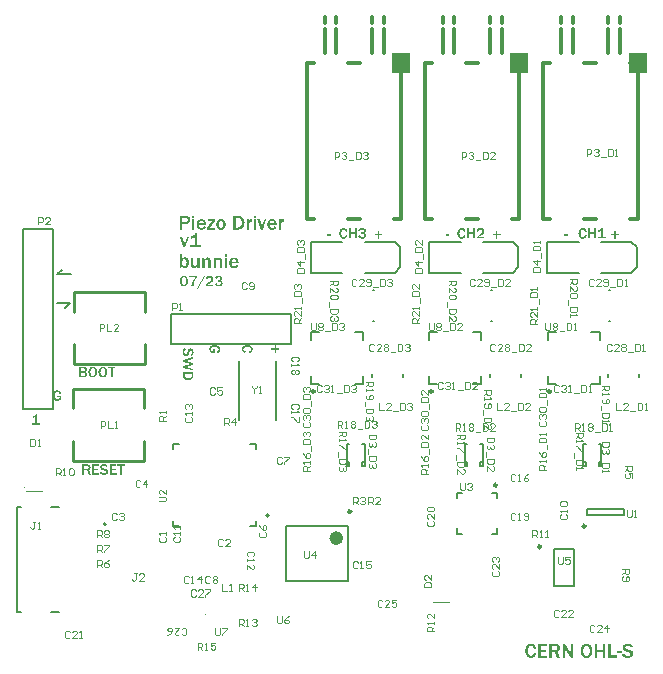
<source format=gto>
G04*
G04 #@! TF.GenerationSoftware,Altium Limited,Altium Designer,23.7.1 (13)*
G04*
G04 Layer_Color=65535*
%FSLAX25Y25*%
%MOIN*%
G70*
G04*
G04 #@! TF.SameCoordinates,B06C9E69-D03D-43D7-B58E-4E52A57A25FB*
G04*
G04*
G04 #@! TF.FilePolarity,Positive*
G04*
G01*
G75*
%ADD10C,0.00984*%
%ADD11C,0.00394*%
%ADD12C,0.02362*%
%ADD13C,0.00787*%
%ADD14C,0.01000*%
%ADD15C,0.00500*%
%ADD16C,0.00800*%
%ADD17C,0.01181*%
%ADD18C,0.00492*%
%ADD19R,0.05906X0.06890*%
G36*
X166056Y-10005D02*
X166099D01*
X166151Y-10011D01*
X166211Y-10016D01*
X166280Y-10024D01*
X166356Y-10035D01*
X166435Y-10049D01*
X166520Y-10065D01*
X166607Y-10087D01*
X166700Y-10112D01*
X166790Y-10142D01*
X166883Y-10177D01*
X166973Y-10218D01*
X167063Y-10265D01*
X167066D01*
X167069Y-10267D01*
X167085Y-10276D01*
X167107Y-10292D01*
X167139Y-10314D01*
X167175Y-10339D01*
X167219Y-10371D01*
X167265Y-10409D01*
X167314Y-10453D01*
X167363Y-10502D01*
X167415Y-10557D01*
X167464Y-10617D01*
X167514Y-10685D01*
X167557Y-10756D01*
X167598Y-10830D01*
X167634Y-10912D01*
X167661Y-10999D01*
X166869Y-11196D01*
Y-11193D01*
X166867Y-11190D01*
X166861Y-11174D01*
X166847Y-11146D01*
X166831Y-11114D01*
X166806Y-11073D01*
X166776Y-11029D01*
X166738Y-10983D01*
X166694Y-10934D01*
X166643Y-10884D01*
X166580Y-10838D01*
X166512Y-10792D01*
X166432Y-10753D01*
X166342Y-10721D01*
X166244Y-10693D01*
X166192Y-10685D01*
X166135Y-10677D01*
X166077Y-10674D01*
X166015Y-10672D01*
X165977D01*
X165952Y-10674D01*
X165919Y-10677D01*
X165881Y-10680D01*
X165840Y-10685D01*
X165794Y-10691D01*
X165698Y-10712D01*
X165649Y-10723D01*
X165600Y-10740D01*
X165551Y-10759D01*
X165504Y-10781D01*
X165461Y-10805D01*
X165420Y-10835D01*
X165417Y-10838D01*
X165411Y-10843D01*
X165401Y-10852D01*
X165387Y-10865D01*
X165373Y-10879D01*
X165354Y-10898D01*
X165338Y-10923D01*
X165319Y-10947D01*
X165299Y-10975D01*
X165280Y-11007D01*
X165261Y-11040D01*
X165248Y-11078D01*
X165234Y-11117D01*
X165223Y-11157D01*
X165218Y-11201D01*
X165215Y-11248D01*
Y-11253D01*
Y-11264D01*
X165220Y-11286D01*
X165226Y-11313D01*
X165234Y-11343D01*
X165248Y-11381D01*
X165269Y-11422D01*
X165297Y-11466D01*
X165330Y-11510D01*
X165373Y-11556D01*
X165425Y-11602D01*
X165455Y-11627D01*
X165488Y-11649D01*
X165523Y-11671D01*
X165562Y-11693D01*
X165603Y-11712D01*
X165646Y-11733D01*
X165695Y-11753D01*
X165744Y-11769D01*
X165802Y-11785D01*
X165859Y-11802D01*
X166645Y-11998D01*
X166648D01*
X166654Y-12001D01*
X166665Y-12004D01*
X166675Y-12007D01*
X166692Y-12012D01*
X166714Y-12017D01*
X166735Y-12023D01*
X166760Y-12031D01*
X166817Y-12050D01*
X166883Y-12075D01*
X166957Y-12102D01*
X167033Y-12132D01*
X167112Y-12167D01*
X167191Y-12208D01*
X167271Y-12252D01*
X167350Y-12299D01*
X167423Y-12350D01*
X167489Y-12408D01*
X167549Y-12468D01*
X167576Y-12498D01*
X167601Y-12531D01*
X167604Y-12533D01*
X167612Y-12547D01*
X167623Y-12566D01*
X167639Y-12591D01*
X167658Y-12623D01*
X167680Y-12664D01*
X167702Y-12708D01*
X167724Y-12757D01*
X167746Y-12812D01*
X167770Y-12872D01*
X167789Y-12937D01*
X167808Y-13003D01*
X167825Y-13074D01*
X167836Y-13148D01*
X167844Y-13224D01*
X167847Y-13303D01*
Y-13306D01*
Y-13311D01*
Y-13320D01*
Y-13333D01*
X167844Y-13350D01*
Y-13369D01*
X167841Y-13391D01*
X167838Y-13415D01*
X167830Y-13473D01*
X167819Y-13538D01*
X167803Y-13612D01*
X167784Y-13691D01*
X167756Y-13776D01*
X167721Y-13863D01*
X167680Y-13953D01*
X167631Y-14040D01*
X167571Y-14130D01*
X167503Y-14215D01*
X167464Y-14256D01*
X167423Y-14297D01*
X167380Y-14335D01*
X167333Y-14373D01*
X167331D01*
X167328Y-14379D01*
X167320Y-14384D01*
X167309Y-14390D01*
X167298Y-14398D01*
X167281Y-14409D01*
X167262Y-14423D01*
X167241Y-14433D01*
X167189Y-14464D01*
X167129Y-14496D01*
X167058Y-14532D01*
X166976Y-14567D01*
X166883Y-14605D01*
X166785Y-14641D01*
X166673Y-14674D01*
X166555Y-14704D01*
X166430Y-14728D01*
X166296Y-14747D01*
X166154Y-14758D01*
X166004Y-14764D01*
X165957D01*
X165938Y-14761D01*
X165914D01*
X165889Y-14758D01*
X165859D01*
X165829Y-14756D01*
X165758Y-14747D01*
X165682Y-14739D01*
X165594Y-14728D01*
X165504Y-14712D01*
X165409Y-14693D01*
X165308Y-14671D01*
X165207Y-14644D01*
X165103Y-14611D01*
X164999Y-14573D01*
X164898Y-14526D01*
X164800Y-14477D01*
X164797D01*
X164795Y-14474D01*
X164778Y-14464D01*
X164751Y-14447D01*
X164718Y-14423D01*
X164674Y-14392D01*
X164628Y-14354D01*
X164576Y-14311D01*
X164522Y-14256D01*
X164464Y-14199D01*
X164407Y-14133D01*
X164349Y-14059D01*
X164292Y-13977D01*
X164240Y-13890D01*
X164194Y-13792D01*
X164150Y-13691D01*
X164115Y-13579D01*
X164926Y-13407D01*
Y-13410D01*
X164928Y-13415D01*
X164931Y-13423D01*
X164934Y-13437D01*
X164939Y-13453D01*
X164945Y-13470D01*
X164964Y-13513D01*
X164988Y-13565D01*
X165024Y-13625D01*
X165065Y-13685D01*
X165092Y-13718D01*
X165119Y-13751D01*
X165149Y-13784D01*
X165185Y-13814D01*
X165220Y-13847D01*
X165261Y-13877D01*
X165305Y-13907D01*
X165351Y-13937D01*
X165403Y-13961D01*
X165458Y-13988D01*
X165515Y-14010D01*
X165578Y-14032D01*
X165644Y-14049D01*
X165715Y-14065D01*
X165791Y-14079D01*
X165870Y-14087D01*
X165955Y-14092D01*
X166042Y-14095D01*
X166086D01*
X166116Y-14092D01*
X166151Y-14089D01*
X166195Y-14087D01*
X166241Y-14081D01*
X166293Y-14073D01*
X166348Y-14065D01*
X166402Y-14051D01*
X166460Y-14038D01*
X166514Y-14021D01*
X166572Y-14002D01*
X166624Y-13977D01*
X166675Y-13950D01*
X166722Y-13920D01*
X166725Y-13917D01*
X166733Y-13912D01*
X166744Y-13901D01*
X166760Y-13887D01*
X166776Y-13871D01*
X166798Y-13849D01*
X166820Y-13825D01*
X166842Y-13797D01*
X166864Y-13767D01*
X166886Y-13735D01*
X166908Y-13699D01*
X166924Y-13661D01*
X166940Y-13617D01*
X166951Y-13574D01*
X166959Y-13530D01*
X166962Y-13481D01*
Y-13478D01*
Y-13473D01*
Y-13462D01*
X166959Y-13448D01*
Y-13431D01*
X166957Y-13412D01*
X166948Y-13366D01*
X166935Y-13311D01*
X166916Y-13254D01*
X166888Y-13191D01*
X166853Y-13131D01*
Y-13128D01*
X166847Y-13123D01*
X166842Y-13115D01*
X166831Y-13104D01*
X166817Y-13090D01*
X166801Y-13077D01*
X166779Y-13058D01*
X166755Y-13038D01*
X166727Y-13019D01*
X166694Y-13000D01*
X166656Y-12978D01*
X166613Y-12957D01*
X166566Y-12937D01*
X166514Y-12916D01*
X166454Y-12897D01*
X166392Y-12880D01*
X165507Y-12648D01*
X165501Y-12645D01*
X165488Y-12643D01*
X165463Y-12637D01*
X165433Y-12626D01*
X165395Y-12615D01*
X165351Y-12602D01*
X165305Y-12588D01*
X165253Y-12572D01*
X165144Y-12531D01*
X165032Y-12484D01*
X164977Y-12460D01*
X164928Y-12435D01*
X164879Y-12408D01*
X164835Y-12381D01*
X164833Y-12378D01*
X164827Y-12372D01*
X164814Y-12364D01*
X164800Y-12353D01*
X164781Y-12337D01*
X164762Y-12318D01*
X164737Y-12296D01*
X164713Y-12271D01*
X164685Y-12244D01*
X164655Y-12211D01*
X164628Y-12176D01*
X164598Y-12138D01*
X164571Y-12097D01*
X164541Y-12053D01*
X164513Y-12007D01*
X164489Y-11957D01*
X164486Y-11955D01*
X164483Y-11944D01*
X164478Y-11930D01*
X164470Y-11908D01*
X164459Y-11884D01*
X164448Y-11854D01*
X164437Y-11818D01*
X164423Y-11780D01*
X164412Y-11739D01*
X164399Y-11693D01*
X164388Y-11643D01*
X164380Y-11594D01*
X164363Y-11485D01*
X164360Y-11428D01*
X164358Y-11370D01*
Y-11368D01*
Y-11362D01*
Y-11354D01*
Y-11343D01*
X164360Y-11329D01*
Y-11310D01*
X164366Y-11267D01*
X164371Y-11215D01*
X164382Y-11155D01*
X164396Y-11086D01*
X164415Y-11013D01*
X164440Y-10936D01*
X164470Y-10854D01*
X164508Y-10773D01*
X164551Y-10691D01*
X164606Y-10606D01*
X164666Y-10527D01*
X164737Y-10450D01*
X164819Y-10377D01*
X164824Y-10371D01*
X164841Y-10360D01*
X164865Y-10341D01*
X164904Y-10319D01*
X164947Y-10289D01*
X165002Y-10259D01*
X165068Y-10224D01*
X165138Y-10188D01*
X165220Y-10155D01*
X165310Y-10120D01*
X165406Y-10090D01*
X165512Y-10060D01*
X165624Y-10038D01*
X165742Y-10019D01*
X165867Y-10008D01*
X165998Y-10003D01*
X166039D01*
X166056Y-10005D01*
D02*
G37*
G36*
X133817D02*
X133836D01*
X133861Y-10008D01*
X133885D01*
X133943Y-10016D01*
X134011Y-10024D01*
X134087Y-10038D01*
X134169Y-10054D01*
X134259Y-10079D01*
X134350Y-10106D01*
X134445Y-10139D01*
X134541Y-10180D01*
X134636Y-10229D01*
X134732Y-10287D01*
X134825Y-10352D01*
X134912Y-10426D01*
X134917Y-10431D01*
X134931Y-10445D01*
X134956Y-10469D01*
X134986Y-10505D01*
X135021Y-10549D01*
X135065Y-10600D01*
X135108Y-10663D01*
X135158Y-10737D01*
X135207Y-10816D01*
X135256Y-10906D01*
X135302Y-11007D01*
X135349Y-11117D01*
X135392Y-11234D01*
X135431Y-11360D01*
X135463Y-11493D01*
X135491Y-11638D01*
X134718Y-11717D01*
Y-11714D01*
X134715Y-11706D01*
X134713Y-11693D01*
X134707Y-11673D01*
X134702Y-11649D01*
X134694Y-11622D01*
X134685Y-11589D01*
X134674Y-11553D01*
X134661Y-11515D01*
X134647Y-11474D01*
X134612Y-11387D01*
X134571Y-11291D01*
X134521Y-11193D01*
X134461Y-11097D01*
X134396Y-11002D01*
X134317Y-10915D01*
X134276Y-10874D01*
X134232Y-10835D01*
X134183Y-10800D01*
X134134Y-10767D01*
X134082Y-10740D01*
X134027Y-10715D01*
X133967Y-10696D01*
X133907Y-10682D01*
X133844Y-10674D01*
X133776Y-10672D01*
X133754D01*
X133732Y-10674D01*
X133700Y-10677D01*
X133659Y-10685D01*
X133615Y-10693D01*
X133566Y-10707D01*
X133511Y-10726D01*
X133454Y-10748D01*
X133394Y-10778D01*
X133334Y-10813D01*
X133274Y-10854D01*
X133214Y-10906D01*
X133157Y-10964D01*
X133102Y-11032D01*
X133050Y-11108D01*
X133047Y-11114D01*
X133039Y-11127D01*
X133025Y-11155D01*
X133009Y-11190D01*
X132990Y-11234D01*
X132968Y-11288D01*
X132943Y-11354D01*
X132922Y-11428D01*
X132897Y-11512D01*
X132873Y-11605D01*
X132851Y-11709D01*
X132832Y-11824D01*
X132815Y-11944D01*
X132802Y-12075D01*
X132793Y-12217D01*
X132791Y-12367D01*
Y-12370D01*
Y-12375D01*
Y-12389D01*
Y-12405D01*
Y-12424D01*
X132793Y-12446D01*
Y-12473D01*
X132796Y-12506D01*
Y-12539D01*
X132799Y-12574D01*
X132804Y-12656D01*
X132815Y-12744D01*
X132826Y-12842D01*
X132840Y-12943D01*
X132859Y-13047D01*
X132881Y-13153D01*
X132908Y-13257D01*
X132941Y-13361D01*
X132976Y-13459D01*
X133020Y-13552D01*
X133069Y-13636D01*
X133072Y-13642D01*
X133083Y-13655D01*
X133099Y-13675D01*
X133121Y-13702D01*
X133148Y-13735D01*
X133181Y-13773D01*
X133222Y-13811D01*
X133266Y-13849D01*
X133315Y-13890D01*
X133372Y-13928D01*
X133432Y-13967D01*
X133498Y-13997D01*
X133566Y-14024D01*
X133642Y-14046D01*
X133719Y-14059D01*
X133803Y-14065D01*
X133820D01*
X133839Y-14062D01*
X133864Y-14059D01*
X133896Y-14057D01*
X133932Y-14049D01*
X133973Y-14040D01*
X134019Y-14029D01*
X134066Y-14013D01*
X134117Y-13994D01*
X134167Y-13972D01*
X134221Y-13945D01*
X134273Y-13912D01*
X134325Y-13874D01*
X134377Y-13827D01*
X134426Y-13778D01*
X134429Y-13776D01*
X134437Y-13765D01*
X134450Y-13748D01*
X134467Y-13726D01*
X134486Y-13699D01*
X134508Y-13666D01*
X134532Y-13628D01*
X134560Y-13584D01*
X134584Y-13535D01*
X134609Y-13483D01*
X134633Y-13426D01*
X134658Y-13366D01*
X134677Y-13300D01*
X134696Y-13235D01*
X134710Y-13164D01*
X134718Y-13090D01*
X135491Y-13175D01*
Y-13178D01*
Y-13183D01*
X135488Y-13191D01*
X135485Y-13205D01*
Y-13221D01*
X135480Y-13240D01*
X135477Y-13265D01*
X135471Y-13290D01*
X135458Y-13350D01*
X135442Y-13418D01*
X135420Y-13494D01*
X135395Y-13576D01*
X135362Y-13666D01*
X135327Y-13759D01*
X135283Y-13852D01*
X135231Y-13948D01*
X135174Y-14043D01*
X135108Y-14139D01*
X135035Y-14229D01*
X134953Y-14316D01*
X134947Y-14322D01*
X134931Y-14335D01*
X134906Y-14357D01*
X134868Y-14387D01*
X134822Y-14420D01*
X134767Y-14458D01*
X134702Y-14499D01*
X134628Y-14540D01*
X134546Y-14581D01*
X134453Y-14622D01*
X134355Y-14660D01*
X134246Y-14693D01*
X134131Y-14723D01*
X134005Y-14745D01*
X133877Y-14758D01*
X133738Y-14764D01*
X133694D01*
X133678Y-14761D01*
X133656D01*
X133634Y-14758D01*
X133580Y-14753D01*
X133517Y-14747D01*
X133449Y-14737D01*
X133372Y-14723D01*
X133293Y-14706D01*
X133208Y-14687D01*
X133124Y-14660D01*
X133039Y-14630D01*
X132952Y-14594D01*
X132870Y-14551D01*
X132788Y-14502D01*
X132712Y-14447D01*
X132706Y-14444D01*
X132695Y-14433D01*
X132673Y-14414D01*
X132646Y-14390D01*
X132613Y-14357D01*
X132575Y-14316D01*
X132534Y-14272D01*
X132488Y-14220D01*
X132441Y-14161D01*
X132389Y-14095D01*
X132340Y-14024D01*
X132288Y-13948D01*
X132239Y-13866D01*
X132190Y-13778D01*
X132146Y-13683D01*
X132103Y-13584D01*
Y-13582D01*
X132100Y-13579D01*
X132097Y-13571D01*
X132095Y-13560D01*
X132089Y-13546D01*
X132084Y-13530D01*
X132070Y-13489D01*
X132054Y-13437D01*
X132034Y-13377D01*
X132015Y-13306D01*
X131996Y-13229D01*
X131977Y-13142D01*
X131958Y-13049D01*
X131939Y-12951D01*
X131922Y-12847D01*
X131909Y-12735D01*
X131898Y-12621D01*
X131893Y-12503D01*
X131890Y-12381D01*
Y-12378D01*
Y-12370D01*
Y-12353D01*
Y-12334D01*
X131893Y-12309D01*
Y-12280D01*
X131895Y-12244D01*
X131898Y-12206D01*
X131901Y-12162D01*
X131906Y-12116D01*
X131909Y-12064D01*
X131917Y-12012D01*
X131922Y-11955D01*
X131931Y-11895D01*
X131953Y-11769D01*
X131980Y-11635D01*
X132013Y-11496D01*
X132051Y-11354D01*
X132100Y-11209D01*
X132157Y-11067D01*
X132226Y-10925D01*
X132261Y-10857D01*
X132302Y-10792D01*
X132343Y-10726D01*
X132389Y-10663D01*
X132392Y-10661D01*
X132395Y-10655D01*
X132403Y-10647D01*
X132414Y-10636D01*
X132425Y-10620D01*
X132441Y-10603D01*
X132460Y-10581D01*
X132482Y-10560D01*
X132507Y-10535D01*
X132534Y-10510D01*
X132594Y-10453D01*
X132668Y-10396D01*
X132750Y-10333D01*
X132845Y-10270D01*
X132946Y-10213D01*
X133061Y-10155D01*
X133184Y-10106D01*
X133318Y-10063D01*
X133386Y-10046D01*
X133459Y-10030D01*
X133533Y-10019D01*
X133610Y-10011D01*
X133689Y-10005D01*
X133771Y-10003D01*
X133801D01*
X133817Y-10005D01*
D02*
G37*
G36*
X158461Y-14693D02*
X157628D01*
Y-12686D01*
X155865D01*
Y-14693D01*
X155032D01*
Y-10074D01*
X155865D01*
Y-11971D01*
X157628D01*
Y-10074D01*
X158461D01*
Y-14693D01*
D02*
G37*
G36*
X164107Y-13251D02*
X162408D01*
Y-12618D01*
X164107D01*
Y-13251D01*
D02*
G37*
G36*
X147817Y-14693D02*
X147009D01*
X145253Y-11742D01*
X145250Y-11739D01*
X145245Y-11728D01*
X145237Y-11712D01*
X145220Y-11687D01*
X145204Y-11657D01*
X145179Y-11619D01*
X145155Y-11575D01*
X145122Y-11520D01*
X145119Y-11518D01*
X145114Y-11507D01*
X145106Y-11493D01*
X145092Y-11469D01*
X145073Y-11439D01*
X145051Y-11403D01*
X145027Y-11360D01*
X144997Y-11308D01*
Y-14693D01*
X144328D01*
Y-10074D01*
X145248D01*
X146867Y-12795D01*
X146869Y-12798D01*
Y-12801D01*
X146875Y-12806D01*
X146880Y-12817D01*
X146888Y-12831D01*
X146897Y-12847D01*
X146910Y-12869D01*
X146927Y-12897D01*
X146946Y-12932D01*
X146970Y-12970D01*
X147000Y-13019D01*
X147033Y-13074D01*
X147069Y-13137D01*
X147112Y-13210D01*
X147161Y-13292D01*
Y-10074D01*
X147817D01*
Y-14693D01*
D02*
G37*
G36*
X160353Y-13939D02*
X162318D01*
Y-14693D01*
X159476D01*
Y-10074D01*
X160353D01*
Y-13939D01*
D02*
G37*
G36*
X141955Y-10076D02*
X141983D01*
X142013Y-10079D01*
X142045Y-10082D01*
X142081Y-10085D01*
X142160Y-10093D01*
X142250Y-10106D01*
X142343Y-10120D01*
X142441Y-10142D01*
X142542Y-10166D01*
X142646Y-10197D01*
X142747Y-10232D01*
X142845Y-10276D01*
X142938Y-10325D01*
X143025Y-10385D01*
X143105Y-10450D01*
X143110Y-10456D01*
X143121Y-10467D01*
X143140Y-10489D01*
X143167Y-10519D01*
X143195Y-10557D01*
X143230Y-10600D01*
X143266Y-10655D01*
X143301Y-10712D01*
X143337Y-10781D01*
X143372Y-10854D01*
X143408Y-10934D01*
X143438Y-11021D01*
X143462Y-11114D01*
X143481Y-11212D01*
X143492Y-11319D01*
X143498Y-11428D01*
Y-11430D01*
Y-11439D01*
Y-11450D01*
X143495Y-11466D01*
Y-11488D01*
X143492Y-11512D01*
X143490Y-11540D01*
X143484Y-11572D01*
X143479Y-11608D01*
X143473Y-11643D01*
X143454Y-11728D01*
X143427Y-11818D01*
X143394Y-11914D01*
X143372Y-11965D01*
X143350Y-12015D01*
X143323Y-12066D01*
X143296Y-12118D01*
X143263Y-12170D01*
X143227Y-12219D01*
X143189Y-12271D01*
X143146Y-12320D01*
X143102Y-12370D01*
X143050Y-12416D01*
X142998Y-12460D01*
X142941Y-12503D01*
X142878Y-12544D01*
X142813Y-12585D01*
X142742Y-12621D01*
X142665Y-12653D01*
X143473Y-14693D01*
X142594D01*
X141876Y-12795D01*
X140705D01*
Y-14693D01*
X139872D01*
Y-10074D01*
X141933D01*
X141955Y-10076D01*
D02*
G37*
G36*
X139121Y-10759D02*
X136984D01*
Y-12012D01*
X138704D01*
Y-12684D01*
X136984D01*
Y-13977D01*
X139154D01*
Y-14693D01*
X136151D01*
Y-10074D01*
X139121D01*
Y-10759D01*
D02*
G37*
G36*
X152367Y-10005D02*
X152395Y-10008D01*
X152422Y-10011D01*
X152458Y-10014D01*
X152493Y-10019D01*
X152531Y-10024D01*
X152575Y-10030D01*
X152621Y-10038D01*
X152717Y-10060D01*
X152823Y-10087D01*
X152935Y-10123D01*
X153050Y-10169D01*
X153110Y-10194D01*
X153170Y-10224D01*
X153227Y-10254D01*
X153287Y-10289D01*
X153348Y-10328D01*
X153405Y-10368D01*
X153462Y-10412D01*
X153520Y-10459D01*
X153574Y-10508D01*
X153629Y-10562D01*
X153681Y-10620D01*
X153730Y-10682D01*
X153733Y-10685D01*
X153735Y-10691D01*
X153743Y-10699D01*
X153752Y-10712D01*
X153765Y-10732D01*
X153779Y-10751D01*
X153795Y-10775D01*
X153812Y-10805D01*
X153831Y-10835D01*
X153853Y-10871D01*
X153872Y-10909D01*
X153896Y-10950D01*
X153918Y-10996D01*
X153943Y-11043D01*
X153967Y-11095D01*
X153992Y-11149D01*
X154016Y-11207D01*
X154041Y-11264D01*
X154066Y-11329D01*
X154087Y-11395D01*
X154112Y-11463D01*
X154134Y-11534D01*
X154172Y-11684D01*
X154205Y-11843D01*
X154232Y-12012D01*
X154248Y-12192D01*
X154251Y-12282D01*
X154254Y-12378D01*
Y-12381D01*
Y-12389D01*
Y-12405D01*
Y-12424D01*
X154251Y-12451D01*
Y-12482D01*
X154248Y-12517D01*
X154246Y-12555D01*
X154243Y-12599D01*
X154237Y-12645D01*
X154232Y-12697D01*
X154227Y-12752D01*
X154218Y-12809D01*
X154208Y-12869D01*
X154186Y-12995D01*
X154158Y-13128D01*
X154120Y-13271D01*
X154077Y-13412D01*
X154025Y-13557D01*
X153962Y-13702D01*
X153926Y-13773D01*
X153891Y-13844D01*
X153850Y-13912D01*
X153806Y-13977D01*
X153760Y-14043D01*
X153711Y-14106D01*
X153708Y-14109D01*
X153705Y-14114D01*
X153697Y-14122D01*
X153686Y-14133D01*
X153672Y-14150D01*
X153653Y-14166D01*
X153634Y-14188D01*
X153612Y-14210D01*
X153585Y-14231D01*
X153558Y-14259D01*
X153525Y-14286D01*
X153492Y-14313D01*
X153454Y-14343D01*
X153416Y-14373D01*
X153326Y-14433D01*
X153227Y-14496D01*
X153121Y-14556D01*
X153001Y-14611D01*
X152873Y-14660D01*
X152736Y-14704D01*
X152662Y-14720D01*
X152589Y-14737D01*
X152512Y-14747D01*
X152433Y-14756D01*
X152351Y-14761D01*
X152269Y-14764D01*
X152247D01*
X152228Y-14761D01*
X152206D01*
X152182Y-14758D01*
X152152Y-14756D01*
X152116Y-14753D01*
X152081Y-14747D01*
X152040Y-14742D01*
X151996Y-14737D01*
X151950Y-14728D01*
X151851Y-14706D01*
X151745Y-14676D01*
X151633Y-14641D01*
X151516Y-14594D01*
X151456Y-14570D01*
X151396Y-14540D01*
X151336Y-14507D01*
X151276Y-14474D01*
X151218Y-14436D01*
X151158Y-14395D01*
X151101Y-14352D01*
X151046Y-14302D01*
X150989Y-14251D01*
X150937Y-14196D01*
X150885Y-14139D01*
X150836Y-14076D01*
X150833Y-14073D01*
X150830Y-14068D01*
X150822Y-14057D01*
X150814Y-14043D01*
X150803Y-14027D01*
X150790Y-14005D01*
X150773Y-13980D01*
X150757Y-13953D01*
X150738Y-13920D01*
X150716Y-13885D01*
X150697Y-13847D01*
X150675Y-13803D01*
X150650Y-13759D01*
X150628Y-13710D01*
X150604Y-13658D01*
X150579Y-13603D01*
X150555Y-13546D01*
X150530Y-13483D01*
X150508Y-13421D01*
X150487Y-13355D01*
X150443Y-13213D01*
X150402Y-13063D01*
X150369Y-12902D01*
X150345Y-12733D01*
X150328Y-12552D01*
X150326Y-12462D01*
X150323Y-12367D01*
Y-12364D01*
Y-12356D01*
Y-12342D01*
Y-12323D01*
X150326Y-12299D01*
Y-12269D01*
X150328Y-12236D01*
X150331Y-12198D01*
X150334Y-12157D01*
X150339Y-12113D01*
X150345Y-12064D01*
X150353Y-12012D01*
X150358Y-11957D01*
X150369Y-11900D01*
X150391Y-11777D01*
X150421Y-11649D01*
X150457Y-11512D01*
X150500Y-11373D01*
X150552Y-11231D01*
X150615Y-11089D01*
X150650Y-11018D01*
X150689Y-10950D01*
X150730Y-10882D01*
X150773Y-10813D01*
X150820Y-10748D01*
X150869Y-10682D01*
X150872Y-10680D01*
X150874Y-10674D01*
X150882Y-10666D01*
X150893Y-10652D01*
X150907Y-10639D01*
X150926Y-10620D01*
X150945Y-10598D01*
X150967Y-10576D01*
X150994Y-10551D01*
X151022Y-10524D01*
X151054Y-10497D01*
X151090Y-10467D01*
X151125Y-10437D01*
X151166Y-10407D01*
X151254Y-10341D01*
X151352Y-10278D01*
X151461Y-10218D01*
X151578Y-10161D01*
X151707Y-10109D01*
X151843Y-10065D01*
X151914Y-10046D01*
X151991Y-10033D01*
X152065Y-10019D01*
X152144Y-10011D01*
X152225Y-10005D01*
X152307Y-10003D01*
X152348D01*
X152367Y-10005D01*
D02*
G37*
G36*
X29766Y112653D02*
X29783D01*
X29801Y112651D01*
X29844Y112646D01*
X29893Y112642D01*
X29949Y112634D01*
X30008Y112624D01*
X30072Y112610D01*
X30139Y112593D01*
X30209Y112573D01*
X30281Y112548D01*
X30353Y112519D01*
X30422Y112487D01*
X30492Y112448D01*
X30558Y112403D01*
X30562Y112400D01*
X30572Y112390D01*
X30590Y112376D01*
X30611Y112357D01*
X30637Y112331D01*
X30668Y112300D01*
X30699Y112265D01*
X30732Y112224D01*
X30762Y112177D01*
X30795Y112126D01*
X30824Y112071D01*
X30851Y112011D01*
X30871Y111945D01*
X30890Y111878D01*
X30900Y111804D01*
X30904Y111726D01*
Y111722D01*
Y111712D01*
X30902Y111695D01*
Y111673D01*
X30898Y111646D01*
X30894Y111615D01*
X30887Y111579D01*
X30881Y111539D01*
X30871Y111498D01*
X30859Y111456D01*
X30842Y111410D01*
X30826Y111365D01*
X30803Y111318D01*
X30779Y111273D01*
X30750Y111228D01*
X30717Y111185D01*
X30715Y111183D01*
X30709Y111175D01*
X30699Y111164D01*
X30685Y111150D01*
X30666Y111132D01*
X30644Y111113D01*
X30619Y111093D01*
X30590Y111070D01*
X30558Y111050D01*
X30523Y111027D01*
X30486Y111006D01*
X30445Y110988D01*
X30402Y110972D01*
X30354Y110959D01*
X30307Y110949D01*
X30256Y110943D01*
X30260D01*
X30270Y110941D01*
X30289Y110937D01*
X30314Y110931D01*
X30342Y110924D01*
X30375Y110914D01*
X30412Y110902D01*
X30453Y110888D01*
X30494Y110871D01*
X30539Y110851D01*
X30584Y110828D01*
X30631Y110801D01*
X30676Y110773D01*
X30722Y110738D01*
X30762Y110701D01*
X30803Y110660D01*
X30806Y110658D01*
X30812Y110650D01*
X30822Y110637D01*
X30836Y110619D01*
X30851Y110597D01*
X30869Y110570D01*
X30887Y110539D01*
X30908Y110504D01*
X30926Y110465D01*
X30945Y110422D01*
X30963Y110377D01*
X30978Y110328D01*
X30992Y110275D01*
X31002Y110219D01*
X31008Y110162D01*
X31010Y110102D01*
Y110100D01*
Y110098D01*
Y110092D01*
Y110082D01*
X31008Y110072D01*
Y110059D01*
X31004Y110029D01*
X31000Y109990D01*
X30992Y109947D01*
X30980Y109897D01*
X30965Y109842D01*
X30947Y109787D01*
X30922Y109727D01*
X30894Y109666D01*
X30859Y109604D01*
X30818Y109543D01*
X30769Y109481D01*
X30713Y109422D01*
X30683Y109393D01*
X30650Y109367D01*
X30646Y109362D01*
X30639Y109360D01*
X30633Y109354D01*
X30613Y109340D01*
X30584Y109321D01*
X30549Y109301D01*
X30504Y109276D01*
X30453Y109250D01*
X30395Y109223D01*
X30330Y109196D01*
X30258Y109170D01*
X30180Y109147D01*
X30096Y109125D01*
X30004Y109106D01*
X29908Y109092D01*
X29803Y109084D01*
X29694Y109080D01*
X29670D01*
X29658Y109082D01*
X29623D01*
X29602Y109084D01*
X29580Y109086D01*
X29555Y109088D01*
X29502Y109094D01*
X29440Y109104D01*
X29375Y109114D01*
X29303Y109129D01*
X29229Y109147D01*
X29153Y109172D01*
X29077Y109198D01*
X29000Y109231D01*
X28926Y109268D01*
X28852Y109311D01*
X28782Y109360D01*
X28778Y109364D01*
X28766Y109373D01*
X28749Y109389D01*
X28725Y109410D01*
X28696Y109436D01*
X28663Y109469D01*
X28628Y109506D01*
X28591Y109547D01*
X28553Y109592D01*
X28514Y109641D01*
X28477Y109695D01*
X28440Y109750D01*
X28407Y109809D01*
X28376Y109873D01*
X28350Y109936D01*
X28329Y110004D01*
X28922Y110150D01*
Y110148D01*
X28924Y110143D01*
X28926Y110135D01*
X28930Y110125D01*
X28936Y110111D01*
X28942Y110096D01*
X28950Y110078D01*
X28958Y110059D01*
X28981Y110014D01*
X29010Y109965D01*
X29043Y109914D01*
X29083Y109861D01*
X29133Y109805D01*
X29188Y109754D01*
X29250Y109705D01*
X29284Y109682D01*
X29321Y109660D01*
X29358Y109641D01*
X29399Y109623D01*
X29442Y109608D01*
X29487Y109594D01*
X29533Y109584D01*
X29584Y109576D01*
X29635Y109572D01*
X29688Y109570D01*
X29703D01*
X29717Y109572D01*
X29739D01*
X29764Y109574D01*
X29795Y109578D01*
X29828Y109582D01*
X29865Y109590D01*
X29904Y109598D01*
X29943Y109608D01*
X29983Y109621D01*
X30024Y109635D01*
X30066Y109653D01*
X30106Y109674D01*
X30143Y109699D01*
X30180Y109725D01*
X30182Y109727D01*
X30189Y109733D01*
X30197Y109742D01*
X30209Y109754D01*
X30223Y109768D01*
X30240Y109787D01*
X30256Y109807D01*
X30275Y109832D01*
X30291Y109856D01*
X30307Y109885D01*
X30324Y109916D01*
X30338Y109951D01*
X30350Y109986D01*
X30359Y110022D01*
X30365Y110062D01*
X30367Y110102D01*
Y110105D01*
Y110113D01*
Y110125D01*
X30365Y110139D01*
X30363Y110160D01*
X30359Y110182D01*
X30353Y110207D01*
X30346Y110236D01*
X30338Y110264D01*
X30328Y110297D01*
X30314Y110328D01*
X30299Y110363D01*
X30281Y110396D01*
X30258Y110428D01*
X30234Y110461D01*
X30205Y110494D01*
X30203Y110496D01*
X30197Y110502D01*
X30189Y110510D01*
X30174Y110521D01*
X30158Y110533D01*
X30137Y110547D01*
X30113Y110564D01*
X30084Y110580D01*
X30051Y110594D01*
X30016Y110611D01*
X29975Y110625D01*
X29932Y110637D01*
X29885Y110648D01*
X29834Y110656D01*
X29779Y110662D01*
X29719Y110664D01*
X29295D01*
Y111158D01*
X29639D01*
X29660Y111160D01*
X29684Y111162D01*
X29713Y111164D01*
X29744Y111169D01*
X29779Y111175D01*
X29815Y111181D01*
X29854Y111189D01*
X29893Y111199D01*
X29934Y111212D01*
X29973Y111226D01*
X30012Y111244D01*
X30051Y111263D01*
X30088Y111285D01*
X30090Y111287D01*
X30096Y111292D01*
X30106Y111300D01*
X30119Y111310D01*
X30133Y111322D01*
X30147Y111339D01*
X30166Y111359D01*
X30184Y111380D01*
X30201Y111406D01*
X30219Y111433D01*
X30234Y111466D01*
X30250Y111498D01*
X30260Y111535D01*
X30270Y111576D01*
X30277Y111619D01*
X30279Y111665D01*
Y111667D01*
Y111675D01*
Y111689D01*
X30277Y111706D01*
X30275Y111726D01*
X30270Y111749D01*
X30264Y111775D01*
X30258Y111804D01*
X30250Y111833D01*
X30240Y111863D01*
X30225Y111894D01*
X30211Y111925D01*
X30193Y111956D01*
X30170Y111984D01*
X30145Y112011D01*
X30117Y112036D01*
X30115Y112038D01*
X30108Y112042D01*
X30100Y112048D01*
X30088Y112056D01*
X30072Y112064D01*
X30053Y112075D01*
X30031Y112087D01*
X30004Y112099D01*
X29977Y112109D01*
X29945Y112122D01*
X29912Y112132D01*
X29873Y112142D01*
X29834Y112148D01*
X29793Y112154D01*
X29748Y112159D01*
X29701Y112161D01*
X29678D01*
X29666Y112159D01*
X29651Y112157D01*
X29635Y112154D01*
X29619Y112153D01*
X29575Y112146D01*
X29528Y112134D01*
X29477Y112118D01*
X29422Y112097D01*
X29364Y112071D01*
X29305Y112038D01*
X29245Y111997D01*
X29217Y111974D01*
X29190Y111948D01*
X29161Y111921D01*
X29135Y111890D01*
X29110Y111857D01*
X29086Y111822D01*
X29061Y111785D01*
X29041Y111744D01*
X29020Y111702D01*
X29002Y111656D01*
X28430Y111755D01*
Y111757D01*
X28432Y111759D01*
Y111765D01*
X28434Y111773D01*
X28440Y111794D01*
X28450Y111820D01*
X28462Y111855D01*
X28479Y111894D01*
X28497Y111937D01*
X28522Y111984D01*
X28548Y112036D01*
X28581Y112087D01*
X28618Y112142D01*
X28659Y112196D01*
X28704Y112251D01*
X28758Y112302D01*
X28813Y112353D01*
X28877Y112403D01*
X28879D01*
X28881Y112405D01*
X28893Y112413D01*
X28911Y112425D01*
X28940Y112442D01*
X28973Y112462D01*
X29014Y112483D01*
X29061Y112505D01*
X29114Y112530D01*
X29172Y112552D01*
X29237Y112575D01*
X29305Y112597D01*
X29381Y112616D01*
X29459Y112632D01*
X29541Y112645D01*
X29629Y112653D01*
X29719Y112655D01*
X29752D01*
X29766Y112653D01*
D02*
G37*
G36*
X26710D02*
X26726D01*
X26744Y112651D01*
X26765D01*
X26790Y112646D01*
X26814Y112645D01*
X26869Y112638D01*
X26933Y112628D01*
X27001Y112614D01*
X27073Y112597D01*
X27146Y112575D01*
X27222Y112548D01*
X27300Y112517D01*
X27376Y112480D01*
X27450Y112437D01*
X27519Y112386D01*
X27587Y112329D01*
X27591Y112325D01*
X27601Y112314D01*
X27620Y112296D01*
X27640Y112269D01*
X27667Y112239D01*
X27696Y112200D01*
X27726Y112154D01*
X27759Y112103D01*
X27792Y112046D01*
X27823Y111982D01*
X27852Y111915D01*
X27878Y111841D01*
X27901Y111763D01*
X27917Y111679D01*
X27927Y111591D01*
X27931Y111498D01*
Y111496D01*
Y111494D01*
Y111488D01*
Y111478D01*
X27929Y111468D01*
Y111456D01*
X27927Y111423D01*
X27921Y111384D01*
X27915Y111339D01*
X27907Y111287D01*
X27893Y111232D01*
X27878Y111173D01*
X27858Y111109D01*
X27833Y111043D01*
X27802Y110976D01*
X27767Y110906D01*
X27726Y110838D01*
X27679Y110771D01*
X27626Y110703D01*
X27622Y110699D01*
X27618Y110695D01*
X27610Y110687D01*
X27601Y110679D01*
X27589Y110666D01*
X27577Y110654D01*
X27560Y110637D01*
X27540Y110621D01*
X27517Y110601D01*
X27493Y110580D01*
X27466Y110558D01*
X27435Y110531D01*
X27400Y110504D01*
X27364Y110476D01*
X27323Y110445D01*
X27277Y110410D01*
X27230Y110375D01*
X27179Y110338D01*
X27122Y110299D01*
X27062Y110258D01*
X26999Y110215D01*
X26931Y110170D01*
X26859Y110123D01*
X26781Y110074D01*
X26701Y110022D01*
X26615Y109969D01*
X26525Y109914D01*
X26429Y109856D01*
X26328Y109797D01*
X26224Y109738D01*
X26113Y109674D01*
X27921D01*
Y109133D01*
X25363D01*
Y109740D01*
X26427Y110447D01*
X26429D01*
X26433Y110451D01*
X26439Y110455D01*
X26449Y110461D01*
X26460Y110469D01*
X26474Y110480D01*
X26507Y110502D01*
X26546Y110531D01*
X26593Y110566D01*
X26642Y110603D01*
X26695Y110644D01*
X26751Y110689D01*
X26806Y110734D01*
X26861Y110783D01*
X26915Y110832D01*
X26966Y110883D01*
X27013Y110933D01*
X27056Y110982D01*
X27091Y111031D01*
X27093Y111033D01*
X27099Y111043D01*
X27107Y111056D01*
X27118Y111074D01*
X27132Y111097D01*
X27146Y111123D01*
X27161Y111154D01*
X27177Y111187D01*
X27193Y111222D01*
X27208Y111259D01*
X27237Y111337D01*
X27247Y111378D01*
X27255Y111419D01*
X27261Y111460D01*
X27263Y111501D01*
Y111503D01*
Y111513D01*
X27261Y111525D01*
Y111544D01*
X27257Y111566D01*
X27255Y111591D01*
X27249Y111619D01*
X27243Y111652D01*
X27232Y111685D01*
X27222Y111720D01*
X27208Y111755D01*
X27191Y111792D01*
X27171Y111829D01*
X27148Y111865D01*
X27122Y111900D01*
X27091Y111933D01*
X27089Y111935D01*
X27083Y111941D01*
X27075Y111950D01*
X27060Y111960D01*
X27044Y111974D01*
X27023Y111988D01*
X26999Y112005D01*
X26972Y112021D01*
X26941Y112038D01*
X26908Y112054D01*
X26872Y112068D01*
X26833Y112083D01*
X26792Y112093D01*
X26746Y112101D01*
X26699Y112107D01*
X26650Y112109D01*
X26636D01*
X26623Y112107D01*
X26611D01*
X26595Y112105D01*
X26576Y112101D01*
X26556Y112099D01*
X26509Y112087D01*
X26458Y112071D01*
X26400Y112048D01*
X26371Y112036D01*
X26343Y112019D01*
X26312Y112001D01*
X26281Y111980D01*
X26252Y111958D01*
X26222Y111933D01*
X26193Y111904D01*
X26164Y111874D01*
X26138Y111841D01*
X26111Y111804D01*
X26086Y111763D01*
X26062Y111720D01*
X26041Y111673D01*
X26021Y111624D01*
X26002Y111570D01*
X25988Y111511D01*
X25976Y111449D01*
X25965Y111384D01*
X25363Y111535D01*
Y111538D01*
Y111542D01*
X25365Y111548D01*
X25367Y111556D01*
X25369Y111566D01*
X25371Y111581D01*
X25375Y111595D01*
X25379Y111613D01*
X25389Y111652D01*
X25404Y111699D01*
X25420Y111751D01*
X25441Y111808D01*
X25465Y111867D01*
X25494Y111931D01*
X25527Y111997D01*
X25566Y112062D01*
X25609Y112130D01*
X25658Y112198D01*
X25711Y112261D01*
X25773Y112325D01*
X25777Y112329D01*
X25789Y112339D01*
X25808Y112355D01*
X25834Y112376D01*
X25869Y112400D01*
X25910Y112429D01*
X25959Y112460D01*
X26013Y112491D01*
X26074Y112522D01*
X26142Y112550D01*
X26216Y112579D01*
X26296Y112603D01*
X26382Y112624D01*
X26472Y112640D01*
X26568Y112651D01*
X26671Y112655D01*
X26695D01*
X26710Y112653D01*
D02*
G37*
G36*
X22376Y112161D02*
X22374Y112159D01*
X22370Y112150D01*
X22359Y112140D01*
X22347Y112124D01*
X22333Y112103D01*
X22317Y112081D01*
X22296Y112052D01*
X22273Y112021D01*
X22249Y111986D01*
X22222Y111950D01*
X22194Y111908D01*
X22163Y111865D01*
X22130Y111818D01*
X22099Y111771D01*
X22064Y111720D01*
X22029Y111669D01*
X21960Y111558D01*
X21888Y111443D01*
X21816Y111322D01*
X21747Y111201D01*
X21683Y111078D01*
X21621Y110955D01*
X21595Y110894D01*
X21570Y110834D01*
X21546Y110775D01*
X21525Y110717D01*
Y110715D01*
X21523Y110711D01*
X21519Y110701D01*
X21517Y110689D01*
X21511Y110674D01*
X21505Y110654D01*
X21498Y110633D01*
X21492Y110607D01*
X21484Y110578D01*
X21476Y110547D01*
X21466Y110512D01*
X21457Y110474D01*
X21447Y110433D01*
X21437Y110387D01*
X21427Y110340D01*
X21415Y110291D01*
X21404Y110238D01*
X21394Y110182D01*
X21382Y110125D01*
X21371Y110064D01*
X21361Y110000D01*
X21351Y109932D01*
X21341Y109865D01*
X21330Y109793D01*
X21322Y109717D01*
X21312Y109641D01*
X21304Y109563D01*
X21296Y109481D01*
X21289Y109397D01*
X21283Y109311D01*
X21277Y109223D01*
X21273Y109133D01*
X20560D01*
Y109135D01*
Y109137D01*
Y109143D01*
X20562Y109151D01*
Y109164D01*
X20564Y109176D01*
Y109190D01*
X20566Y109209D01*
X20568Y109227D01*
X20570Y109248D01*
X20576Y109297D01*
X20582Y109352D01*
X20592Y109416D01*
X20603Y109485D01*
X20617Y109561D01*
X20633Y109643D01*
X20650Y109731D01*
X20672Y109826D01*
X20695Y109922D01*
X20724Y110025D01*
X20754Y110131D01*
X20787Y110242D01*
X20824Y110355D01*
X20867Y110471D01*
X20912Y110590D01*
X20961Y110711D01*
X21017Y110832D01*
X21076Y110957D01*
X21140Y111082D01*
X21207Y111207D01*
X21281Y111332D01*
X21361Y111458D01*
X21445Y111583D01*
X21538Y111706D01*
X21634Y111829D01*
X21736Y111948D01*
X21845Y112066D01*
X19859D01*
X19914Y112601D01*
X22376D01*
Y112161D01*
D02*
G37*
G36*
X18110Y112653D02*
X18141Y112651D01*
X18178Y112649D01*
X18223Y112642D01*
X18270Y112634D01*
X18325Y112626D01*
X18381Y112614D01*
X18440Y112597D01*
X18501Y112579D01*
X18565Y112556D01*
X18629Y112528D01*
X18690Y112497D01*
X18752Y112460D01*
X18809Y112419D01*
X18813Y112417D01*
X18823Y112409D01*
X18838Y112394D01*
X18858Y112376D01*
X18885Y112351D01*
X18914Y112323D01*
X18946Y112290D01*
X18981Y112251D01*
X19016Y112206D01*
X19053Y112157D01*
X19092Y112103D01*
X19129Y112046D01*
X19166Y111982D01*
X19200Y111915D01*
X19233Y111843D01*
X19262Y111767D01*
Y111765D01*
X19264Y111763D01*
X19266Y111757D01*
X19268Y111749D01*
X19272Y111738D01*
X19276Y111726D01*
X19285Y111695D01*
X19297Y111658D01*
X19309Y111615D01*
X19323Y111566D01*
X19338Y111513D01*
X19350Y111453D01*
X19365Y111392D01*
X19377Y111326D01*
X19389Y111259D01*
X19397Y111191D01*
X19406Y111121D01*
X19410Y111052D01*
X19412Y110982D01*
Y110980D01*
Y110976D01*
Y110968D01*
Y110955D01*
Y110941D01*
Y110923D01*
X19410Y110902D01*
Y110879D01*
X19408Y110855D01*
Y110828D01*
X19406Y110800D01*
X19403Y110769D01*
X19399Y110701D01*
X19393Y110627D01*
X19387Y110549D01*
X19377Y110467D01*
X19366Y110385D01*
X19352Y110301D01*
X19336Y110217D01*
X19317Y110133D01*
X19295Y110053D01*
X19270Y109977D01*
Y109975D01*
X19268Y109973D01*
X19266Y109967D01*
X19264Y109961D01*
X19256Y109941D01*
X19243Y109912D01*
X19229Y109879D01*
X19211Y109840D01*
X19188Y109797D01*
X19162Y109750D01*
X19133Y109699D01*
X19100Y109647D01*
X19063Y109594D01*
X19024Y109539D01*
X18979Y109485D01*
X18932Y109432D01*
X18881Y109381D01*
X18825Y109332D01*
X18821Y109330D01*
X18811Y109321D01*
X18795Y109309D01*
X18770Y109293D01*
X18741Y109274D01*
X18704Y109252D01*
X18663Y109229D01*
X18616Y109207D01*
X18563Y109182D01*
X18506Y109160D01*
X18442Y109139D01*
X18374Y109118D01*
X18303Y109102D01*
X18227Y109090D01*
X18145Y109082D01*
X18061Y109080D01*
X18044D01*
X18032Y109082D01*
X18018D01*
X17999Y109084D01*
X17979Y109086D01*
X17956Y109088D01*
X17930Y109090D01*
X17903Y109094D01*
X17841Y109106D01*
X17772Y109121D01*
X17698Y109141D01*
X17620Y109168D01*
X17540Y109201D01*
X17458Y109239D01*
X17417Y109264D01*
X17376Y109289D01*
X17337Y109315D01*
X17296Y109344D01*
X17257Y109377D01*
X17218Y109410D01*
X17181Y109447D01*
X17144Y109487D01*
X17109Y109529D01*
X17077Y109574D01*
Y109576D01*
X17073Y109580D01*
X17068Y109586D01*
X17062Y109596D01*
X17054Y109608D01*
X17046Y109625D01*
X17034Y109641D01*
X17023Y109664D01*
X17011Y109686D01*
X16997Y109711D01*
X16982Y109740D01*
X16968Y109770D01*
X16952Y109803D01*
X16937Y109838D01*
X16921Y109877D01*
X16905Y109916D01*
X16888Y109959D01*
X16872Y110002D01*
X16857Y110049D01*
X16841Y110098D01*
X16827Y110148D01*
X16812Y110201D01*
X16786Y110312D01*
X16765Y110431D01*
X16747Y110558D01*
X16736Y110691D01*
X16732Y110830D01*
Y110832D01*
Y110840D01*
Y110851D01*
Y110867D01*
X16734Y110886D01*
Y110910D01*
X16736Y110937D01*
X16738Y110968D01*
X16740Y111000D01*
X16743Y111037D01*
X16747Y111076D01*
X16751Y111117D01*
X16757Y111162D01*
X16763Y111207D01*
X16777Y111306D01*
X16796Y111408D01*
X16820Y111515D01*
X16849Y111626D01*
X16884Y111736D01*
X16925Y111847D01*
X16974Y111954D01*
X17030Y112058D01*
X17060Y112107D01*
X17093Y112154D01*
X17095Y112157D01*
X17097Y112161D01*
X17103Y112167D01*
X17109Y112177D01*
X17120Y112187D01*
X17130Y112202D01*
X17159Y112232D01*
X17196Y112271D01*
X17241Y112312D01*
X17292Y112357D01*
X17351Y112405D01*
X17417Y112452D01*
X17491Y112497D01*
X17571Y112538D01*
X17657Y112577D01*
X17751Y112610D01*
X17798Y112622D01*
X17850Y112634D01*
X17901Y112642D01*
X17956Y112649D01*
X18009Y112653D01*
X18067Y112655D01*
X18098D01*
X18110Y112653D01*
D02*
G37*
G36*
X22716Y108268D02*
X22357D01*
X24614Y112601D01*
X24986D01*
X22716Y108268D01*
D02*
G37*
G36*
X32484Y119045D02*
X31712D01*
Y119848D01*
X32484D01*
Y119045D01*
D02*
G37*
G36*
X29746Y118715D02*
X29779Y118712D01*
X29817Y118709D01*
X29861Y118704D01*
X29913Y118693D01*
X29967Y118682D01*
X30027Y118668D01*
X30087Y118649D01*
X30153Y118625D01*
X30218Y118597D01*
X30284Y118564D01*
X30347Y118526D01*
X30412Y118483D01*
X30472Y118433D01*
X30475Y118431D01*
X30486Y118420D01*
X30502Y118403D01*
X30522Y118379D01*
X30546Y118346D01*
X30573Y118305D01*
X30603Y118259D01*
X30633Y118201D01*
X30661Y118139D01*
X30691Y118065D01*
X30718Y117983D01*
X30743Y117893D01*
X30762Y117792D01*
X30778Y117683D01*
X30789Y117563D01*
X30792Y117434D01*
Y115228D01*
X30019D01*
Y117363D01*
Y117366D01*
Y117377D01*
Y117396D01*
X30016Y117418D01*
X30014Y117448D01*
X30011Y117481D01*
X30005Y117516D01*
X30000Y117554D01*
X29981Y117636D01*
X29970Y117677D01*
X29954Y117721D01*
X29935Y117762D01*
X29915Y117800D01*
X29891Y117838D01*
X29864Y117871D01*
X29861Y117874D01*
X29855Y117879D01*
X29847Y117887D01*
X29836Y117898D01*
X29820Y117912D01*
X29803Y117926D01*
X29782Y117942D01*
X29760Y117958D01*
X29705Y117989D01*
X29640Y118016D01*
X29604Y118027D01*
X29569Y118035D01*
X29531Y118040D01*
X29490Y118043D01*
X29476D01*
X29460Y118040D01*
X29438D01*
X29413Y118035D01*
X29383Y118029D01*
X29348Y118021D01*
X29309Y118010D01*
X29268Y117997D01*
X29228Y117978D01*
X29184Y117958D01*
X29137Y117931D01*
X29094Y117901D01*
X29047Y117866D01*
X29004Y117825D01*
X28960Y117778D01*
X28957Y117775D01*
X28949Y117767D01*
X28938Y117751D01*
X28925Y117729D01*
X28908Y117702D01*
X28889Y117666D01*
X28867Y117628D01*
X28848Y117582D01*
X28826Y117527D01*
X28804Y117470D01*
X28785Y117404D01*
X28769Y117333D01*
X28755Y117254D01*
X28744Y117172D01*
X28736Y117079D01*
X28733Y116984D01*
Y115228D01*
X27961D01*
Y118646D01*
X28665D01*
Y117857D01*
X28671Y117866D01*
X28676Y117877D01*
X28681Y117893D01*
X28692Y117912D01*
X28703Y117934D01*
X28717Y117961D01*
X28733Y117989D01*
X28772Y118054D01*
X28818Y118128D01*
X28873Y118207D01*
X28935Y118286D01*
X29004Y118368D01*
X29083Y118444D01*
X29167Y118518D01*
X29260Y118584D01*
X29309Y118611D01*
X29359Y118638D01*
X29413Y118660D01*
X29468Y118679D01*
X29522Y118696D01*
X29582Y118707D01*
X29640Y118715D01*
X29702Y118717D01*
X29722D01*
X29746Y118715D01*
D02*
G37*
G36*
X25992D02*
X26025Y118712D01*
X26063Y118709D01*
X26107Y118704D01*
X26159Y118693D01*
X26214Y118682D01*
X26274Y118668D01*
X26334Y118649D01*
X26399Y118625D01*
X26465Y118597D01*
X26530Y118564D01*
X26593Y118526D01*
X26659Y118483D01*
X26719Y118433D01*
X26721Y118431D01*
X26732Y118420D01*
X26749Y118403D01*
X26768Y118379D01*
X26792Y118346D01*
X26820Y118305D01*
X26850Y118259D01*
X26880Y118201D01*
X26907Y118139D01*
X26937Y118065D01*
X26964Y117983D01*
X26989Y117893D01*
X27008Y117792D01*
X27024Y117683D01*
X27035Y117563D01*
X27038Y117434D01*
Y115228D01*
X26265D01*
Y117363D01*
Y117366D01*
Y117377D01*
Y117396D01*
X26263Y117418D01*
X26260Y117448D01*
X26257Y117481D01*
X26252Y117516D01*
X26246Y117554D01*
X26227Y117636D01*
X26216Y117677D01*
X26200Y117721D01*
X26181Y117762D01*
X26162Y117800D01*
X26137Y117838D01*
X26110Y117871D01*
X26107Y117874D01*
X26102Y117879D01*
X26094Y117887D01*
X26083Y117898D01*
X26066Y117912D01*
X26050Y117926D01*
X26028Y117942D01*
X26006Y117958D01*
X25951Y117989D01*
X25886Y118016D01*
X25850Y118027D01*
X25815Y118035D01*
X25777Y118040D01*
X25736Y118043D01*
X25722D01*
X25706Y118040D01*
X25684D01*
X25659Y118035D01*
X25629Y118029D01*
X25594Y118021D01*
X25556Y118010D01*
X25515Y117997D01*
X25474Y117978D01*
X25430Y117958D01*
X25384Y117931D01*
X25340Y117901D01*
X25294Y117866D01*
X25250Y117825D01*
X25206Y117778D01*
X25203Y117775D01*
X25195Y117767D01*
X25184Y117751D01*
X25171Y117729D01*
X25154Y117702D01*
X25135Y117666D01*
X25113Y117628D01*
X25094Y117582D01*
X25072Y117527D01*
X25051Y117470D01*
X25032Y117404D01*
X25015Y117333D01*
X25001Y117254D01*
X24991Y117172D01*
X24982Y117079D01*
X24980Y116984D01*
Y115228D01*
X24207D01*
Y118646D01*
X24911D01*
Y117857D01*
X24917Y117866D01*
X24922Y117877D01*
X24928Y117893D01*
X24939Y117912D01*
X24950Y117934D01*
X24963Y117961D01*
X24980Y117989D01*
X25018Y118054D01*
X25064Y118128D01*
X25119Y118207D01*
X25182Y118286D01*
X25250Y118368D01*
X25329Y118444D01*
X25414Y118518D01*
X25506Y118584D01*
X25556Y118611D01*
X25605Y118638D01*
X25659Y118660D01*
X25714Y118679D01*
X25769Y118696D01*
X25829Y118707D01*
X25886Y118715D01*
X25949Y118717D01*
X25968D01*
X25992Y118715D01*
D02*
G37*
G36*
X23281Y115228D02*
X22564D01*
Y115963D01*
X22561Y115957D01*
X22555Y115946D01*
X22550Y115930D01*
X22542Y115914D01*
X22531Y115892D01*
X22520Y115867D01*
X22506Y115840D01*
X22471Y115777D01*
X22430Y115709D01*
X22378Y115638D01*
X22318Y115561D01*
X22250Y115485D01*
X22170Y115414D01*
X22083Y115346D01*
X21985Y115283D01*
X21930Y115256D01*
X21876Y115231D01*
X21815Y115209D01*
X21756Y115193D01*
X21693Y115177D01*
X21624Y115166D01*
X21556Y115160D01*
X21483Y115157D01*
X21461D01*
X21439Y115160D01*
X21406Y115163D01*
X21365Y115166D01*
X21321Y115174D01*
X21270Y115182D01*
X21215Y115193D01*
X21158Y115209D01*
X21095Y115228D01*
X21035Y115250D01*
X20972Y115280D01*
X20912Y115313D01*
X20852Y115351D01*
X20795Y115395D01*
X20740Y115447D01*
X20737Y115450D01*
X20729Y115461D01*
X20715Y115477D01*
X20696Y115501D01*
X20677Y115529D01*
X20653Y115567D01*
X20628Y115608D01*
X20603Y115657D01*
X20579Y115712D01*
X20554Y115772D01*
X20530Y115837D01*
X20511Y115908D01*
X20492Y115987D01*
X20478Y116069D01*
X20470Y116159D01*
X20467Y116252D01*
Y118646D01*
X21256D01*
Y116419D01*
Y116416D01*
Y116402D01*
Y116383D01*
X21259Y116359D01*
X21261Y116329D01*
X21264Y116296D01*
X21270Y116260D01*
X21275Y116219D01*
X21294Y116138D01*
X21308Y116099D01*
X21324Y116058D01*
X21343Y116023D01*
X21365Y115990D01*
X21390Y115960D01*
X21417Y115936D01*
X21420D01*
X21425Y115930D01*
X21433Y115925D01*
X21444Y115916D01*
X21461Y115908D01*
X21477Y115900D01*
X21518Y115878D01*
X21567Y115856D01*
X21622Y115840D01*
X21679Y115826D01*
X21739Y115821D01*
X21750D01*
X21764Y115824D01*
X21783D01*
X21805Y115829D01*
X21832Y115832D01*
X21862Y115840D01*
X21895Y115848D01*
X21933Y115862D01*
X21971Y115875D01*
X22015Y115895D01*
X22059Y115916D01*
X22105Y115941D01*
X22151Y115971D01*
X22198Y116007D01*
X22247Y116045D01*
X22250Y116048D01*
X22258Y116056D01*
X22271Y116069D01*
X22288Y116091D01*
X22307Y116118D01*
X22329Y116154D01*
X22353Y116198D01*
X22378Y116250D01*
X22402Y116309D01*
X22427Y116378D01*
X22449Y116457D01*
X22468Y116547D01*
X22484Y116645D01*
X22493Y116697D01*
X22498Y116754D01*
X22503Y116812D01*
X22506Y116875D01*
X22509Y116937D01*
Y117006D01*
Y118646D01*
X23281D01*
Y115228D01*
D02*
G37*
G36*
X32484D02*
X31712D01*
Y118646D01*
X32484D01*
Y115228D01*
D02*
G37*
G36*
X34862Y118715D02*
X34884D01*
X34906Y118712D01*
X34933Y118709D01*
X34996Y118701D01*
X35067Y118690D01*
X35143Y118676D01*
X35228Y118655D01*
X35318Y118627D01*
X35411Y118595D01*
X35504Y118554D01*
X35599Y118505D01*
X35692Y118447D01*
X35780Y118382D01*
X35823Y118343D01*
X35864Y118302D01*
X35905Y118262D01*
X35943Y118215D01*
Y118212D01*
X35949Y118210D01*
X35954Y118201D01*
X35960Y118193D01*
X35971Y118180D01*
X35982Y118163D01*
X36006Y118125D01*
X36036Y118076D01*
X36069Y118016D01*
X36104Y117945D01*
X36143Y117868D01*
X36181Y117778D01*
X36216Y117683D01*
X36249Y117576D01*
X36279Y117462D01*
X36306Y117339D01*
X36325Y117210D01*
X36336Y117074D01*
X36342Y116929D01*
X36339Y116842D01*
X33994D01*
Y116839D01*
Y116825D01*
Y116809D01*
Y116785D01*
X33997Y116754D01*
Y116719D01*
X33999Y116683D01*
X34002Y116640D01*
X34010Y116552D01*
X34021Y116460D01*
X34038Y116367D01*
X34049Y116323D01*
X34060Y116282D01*
Y116279D01*
X34062Y116274D01*
X34068Y116263D01*
X34073Y116247D01*
X34081Y116230D01*
X34090Y116209D01*
X34117Y116159D01*
X34152Y116102D01*
X34199Y116039D01*
X34223Y116009D01*
X34253Y115977D01*
X34286Y115946D01*
X34322Y115916D01*
X34324Y115914D01*
X34330Y115911D01*
X34341Y115903D01*
X34357Y115892D01*
X34376Y115881D01*
X34401Y115867D01*
X34425Y115854D01*
X34458Y115840D01*
X34491Y115824D01*
X34529Y115810D01*
X34567Y115796D01*
X34611Y115785D01*
X34657Y115775D01*
X34707Y115766D01*
X34758Y115763D01*
X34813Y115761D01*
X34838D01*
X34868Y115763D01*
X34906Y115769D01*
X34952Y115777D01*
X35004Y115791D01*
X35061Y115807D01*
X35124Y115832D01*
X35187Y115859D01*
X35253Y115897D01*
X35318Y115941D01*
X35381Y115996D01*
X35438Y116058D01*
X35468Y116097D01*
X35496Y116135D01*
X35520Y116176D01*
X35545Y116219D01*
X35567Y116266D01*
X35586Y116318D01*
X36282Y116222D01*
X36279Y116217D01*
X36276Y116203D01*
X36268Y116179D01*
X36255Y116146D01*
X36238Y116105D01*
X36219Y116058D01*
X36195Y116009D01*
X36167Y115952D01*
X36132Y115895D01*
X36093Y115832D01*
X36053Y115769D01*
X36003Y115703D01*
X35949Y115641D01*
X35891Y115578D01*
X35826Y115515D01*
X35755Y115458D01*
X35750Y115455D01*
X35736Y115444D01*
X35714Y115430D01*
X35684Y115411D01*
X35646Y115390D01*
X35599Y115362D01*
X35545Y115335D01*
X35485Y115308D01*
X35416Y115280D01*
X35343Y115253D01*
X35261Y115228D01*
X35173Y115204D01*
X35081Y115185D01*
X34982Y115171D01*
X34879Y115160D01*
X34769Y115157D01*
X34739D01*
X34720Y115160D01*
X34701D01*
X34677Y115163D01*
X34652Y115166D01*
X34592Y115171D01*
X34521Y115182D01*
X34444Y115198D01*
X34360Y115217D01*
X34270Y115242D01*
X34177Y115275D01*
X34081Y115313D01*
X33986Y115357D01*
X33890Y115411D01*
X33797Y115477D01*
X33707Y115548D01*
X33664Y115589D01*
X33623Y115632D01*
Y115635D01*
X33617Y115638D01*
X33612Y115646D01*
X33604Y115654D01*
X33582Y115682D01*
X33555Y115720D01*
X33522Y115769D01*
X33486Y115826D01*
X33448Y115895D01*
X33407Y115974D01*
X33366Y116061D01*
X33328Y116159D01*
X33292Y116266D01*
X33260Y116381D01*
X33232Y116503D01*
X33211Y116637D01*
X33197Y116776D01*
X33191Y116927D01*
Y116929D01*
Y116935D01*
Y116946D01*
Y116962D01*
X33194Y116978D01*
Y117000D01*
X33197Y117027D01*
X33200Y117055D01*
X33202Y117088D01*
X33205Y117123D01*
X33213Y117200D01*
X33227Y117284D01*
X33246Y117377D01*
X33271Y117478D01*
X33298Y117582D01*
X33333Y117688D01*
X33377Y117795D01*
X33426Y117904D01*
X33484Y118008D01*
X33552Y118111D01*
X33628Y118210D01*
Y118212D01*
X33634Y118215D01*
X33647Y118231D01*
X33675Y118256D01*
X33707Y118289D01*
X33754Y118327D01*
X33806Y118371D01*
X33869Y118417D01*
X33939Y118464D01*
X34021Y118510D01*
X34109Y118556D01*
X34207Y118600D01*
X34313Y118638D01*
X34425Y118671D01*
X34548Y118696D01*
X34677Y118712D01*
X34745Y118715D01*
X34813Y118717D01*
X34846D01*
X34862Y118715D01*
D02*
G37*
G36*
X17505Y118180D02*
X17508Y118185D01*
X17516Y118196D01*
X17527Y118215D01*
X17543Y118242D01*
X17562Y118272D01*
X17587Y118308D01*
X17614Y118346D01*
X17644Y118387D01*
X17710Y118469D01*
X17783Y118554D01*
X17821Y118592D01*
X17863Y118625D01*
X17903Y118657D01*
X17944Y118682D01*
X17947Y118685D01*
X17955Y118687D01*
X17966Y118693D01*
X17983Y118701D01*
X18004Y118709D01*
X18029Y118720D01*
X18059Y118731D01*
X18092Y118745D01*
X18127Y118756D01*
X18168Y118766D01*
X18209Y118778D01*
X18256Y118786D01*
X18354Y118799D01*
X18406Y118805D01*
X18485D01*
X18499Y118802D01*
X18515D01*
X18553Y118797D01*
X18602Y118791D01*
X18657Y118780D01*
X18720Y118764D01*
X18788Y118745D01*
X18859Y118720D01*
X18935Y118687D01*
X19012Y118649D01*
X19091Y118603D01*
X19167Y118548D01*
X19247Y118485D01*
X19320Y118412D01*
X19356Y118371D01*
X19391Y118327D01*
X19397Y118322D01*
X19399Y118313D01*
X19408Y118305D01*
X19424Y118278D01*
X19449Y118240D01*
X19476Y118191D01*
X19509Y118133D01*
X19542Y118062D01*
X19577Y117983D01*
X19610Y117896D01*
X19643Y117795D01*
X19675Y117688D01*
X19703Y117568D01*
X19727Y117443D01*
X19744Y117306D01*
X19757Y117161D01*
X19760Y117006D01*
Y117003D01*
Y116998D01*
Y116987D01*
Y116973D01*
Y116954D01*
X19757Y116932D01*
Y116907D01*
X19754Y116877D01*
X19752Y116845D01*
X19749Y116812D01*
X19741Y116735D01*
X19730Y116648D01*
X19713Y116555D01*
X19694Y116454D01*
X19672Y116350D01*
X19643Y116241D01*
X19607Y116129D01*
X19566Y116020D01*
X19517Y115908D01*
X19459Y115802D01*
X19397Y115698D01*
Y115695D01*
X19391Y115693D01*
X19389Y115684D01*
X19380Y115676D01*
X19358Y115649D01*
X19329Y115613D01*
X19293Y115572D01*
X19247Y115526D01*
X19192Y115477D01*
X19129Y115428D01*
X19061Y115379D01*
X18982Y115330D01*
X18897Y115283D01*
X18802Y115242D01*
X18701Y115207D01*
X18591Y115182D01*
X18534Y115171D01*
X18477Y115163D01*
X18414Y115160D01*
X18351Y115157D01*
X18321D01*
X18305Y115160D01*
X18286Y115163D01*
X18264D01*
X18239Y115168D01*
X18182Y115177D01*
X18116Y115190D01*
X18043Y115209D01*
X17964Y115237D01*
X17879Y115269D01*
X17792Y115310D01*
X17704Y115362D01*
X17661Y115392D01*
X17614Y115422D01*
X17570Y115458D01*
X17529Y115496D01*
X17486Y115537D01*
X17445Y115581D01*
X17404Y115627D01*
X17363Y115676D01*
X17325Y115731D01*
X17289Y115788D01*
X17082Y115228D01*
X16732D01*
Y119848D01*
X17505D01*
Y118180D01*
D02*
G37*
G36*
X18561Y122047D02*
X17920D01*
X16732Y125465D01*
X17538D01*
X18338Y123147D01*
X19116Y125465D01*
X19722D01*
X18561Y122047D01*
D02*
G37*
G36*
X22471Y122727D02*
X23778D01*
Y122047D01*
X20240D01*
Y122727D01*
X21633D01*
Y125645D01*
X21630Y125643D01*
X21624Y125640D01*
X21616Y125629D01*
X21603Y125618D01*
X21586Y125604D01*
X21564Y125588D01*
X21542Y125569D01*
X21515Y125547D01*
X21485Y125522D01*
X21455Y125498D01*
X21384Y125441D01*
X21302Y125381D01*
X21215Y125315D01*
X21119Y125247D01*
X21018Y125176D01*
X20915Y125108D01*
X20808Y125039D01*
X20696Y124974D01*
X20587Y124914D01*
X20478Y124859D01*
X20369Y124813D01*
Y125645D01*
X20371D01*
X20374Y125648D01*
X20382Y125651D01*
X20393Y125656D01*
X20423Y125667D01*
X20461Y125681D01*
X20508Y125700D01*
X20560Y125719D01*
X20617Y125741D01*
X20677Y125766D01*
X20800Y125817D01*
X20860Y125845D01*
X20917Y125869D01*
X20972Y125894D01*
X21018Y125916D01*
X21059Y125937D01*
X21092Y125957D01*
X21095D01*
X21100Y125962D01*
X21109Y125968D01*
X21119Y125976D01*
X21136Y125987D01*
X21155Y126000D01*
X21177Y126017D01*
X21201Y126036D01*
X21229Y126058D01*
X21261Y126082D01*
X21297Y126112D01*
X21335Y126142D01*
X21376Y126178D01*
X21422Y126216D01*
X21469Y126257D01*
X21521Y126303D01*
X21523Y126306D01*
X21534Y126314D01*
X21548Y126328D01*
X21567Y126347D01*
X21589Y126369D01*
X21616Y126393D01*
X21644Y126423D01*
X21676Y126456D01*
X21742Y126527D01*
X21807Y126604D01*
X21867Y126683D01*
X21892Y126724D01*
X21917Y126762D01*
X22471D01*
Y122727D01*
D02*
G37*
G36*
X42083Y131840D02*
X41311D01*
Y132643D01*
X42083D01*
Y131840D01*
D02*
G37*
G36*
X21611D02*
X20838D01*
Y132643D01*
X21611D01*
Y131840D01*
D02*
G37*
G36*
X51472Y131540D02*
Y130710D01*
X51433D01*
X51417Y130707D01*
X51376Y130705D01*
X51330Y130699D01*
X51275Y130691D01*
X51215Y130677D01*
X51152Y130664D01*
X51087Y130642D01*
X51021Y130617D01*
X50956Y130587D01*
X50893Y130552D01*
X50833Y130508D01*
X50778Y130459D01*
X50732Y130399D01*
X50691Y130333D01*
X50688Y130328D01*
X50683Y130317D01*
X50674Y130298D01*
X50661Y130271D01*
X50647Y130235D01*
X50631Y130197D01*
X50614Y130153D01*
X50595Y130101D01*
X50579Y130049D01*
X50560Y129992D01*
X50543Y129932D01*
X50530Y129869D01*
X50516Y129804D01*
X50508Y129738D01*
X50502Y129673D01*
X50500Y129607D01*
Y128024D01*
X49727D01*
Y131442D01*
X50426D01*
Y130628D01*
X50429Y130631D01*
X50434Y130647D01*
X50442Y130672D01*
X50453Y130705D01*
X50467Y130743D01*
X50486Y130789D01*
X50508Y130838D01*
X50532Y130893D01*
X50560Y130948D01*
X50590Y131005D01*
X50622Y131062D01*
X50661Y131120D01*
X50699Y131177D01*
X50740Y131229D01*
X50786Y131278D01*
X50833Y131322D01*
X50835Y131324D01*
X50844Y131333D01*
X50860Y131343D01*
X50879Y131357D01*
X50901Y131374D01*
X50931Y131393D01*
X50964Y131412D01*
X50999Y131433D01*
X51038Y131453D01*
X51078Y131472D01*
X51171Y131507D01*
X51218Y131524D01*
X51270Y131535D01*
X51319Y131540D01*
X51371Y131543D01*
X51431D01*
X51472Y131540D01*
D02*
G37*
G36*
X40759D02*
Y130710D01*
X40721D01*
X40704Y130707D01*
X40663Y130705D01*
X40617Y130699D01*
X40562Y130691D01*
X40502Y130677D01*
X40440Y130664D01*
X40374Y130642D01*
X40309Y130617D01*
X40243Y130587D01*
X40180Y130552D01*
X40120Y130508D01*
X40066Y130459D01*
X40019Y130399D01*
X39978Y130333D01*
X39976Y130328D01*
X39970Y130317D01*
X39962Y130298D01*
X39948Y130271D01*
X39935Y130235D01*
X39918Y130197D01*
X39902Y130153D01*
X39883Y130101D01*
X39866Y130049D01*
X39847Y129992D01*
X39831Y129932D01*
X39817Y129869D01*
X39803Y129804D01*
X39795Y129738D01*
X39790Y129673D01*
X39787Y129607D01*
Y128024D01*
X39015D01*
Y131442D01*
X39713D01*
Y130628D01*
X39716Y130631D01*
X39722Y130647D01*
X39730Y130672D01*
X39741Y130705D01*
X39754Y130743D01*
X39773Y130789D01*
X39795Y130838D01*
X39820Y130893D01*
X39847Y130948D01*
X39877Y131005D01*
X39910Y131062D01*
X39948Y131120D01*
X39986Y131177D01*
X40027Y131229D01*
X40074Y131278D01*
X40120Y131322D01*
X40123Y131324D01*
X40131Y131333D01*
X40148Y131343D01*
X40167Y131357D01*
X40188Y131374D01*
X40218Y131393D01*
X40251Y131412D01*
X40287Y131433D01*
X40325Y131453D01*
X40366Y131472D01*
X40459Y131507D01*
X40505Y131524D01*
X40557Y131535D01*
X40606Y131540D01*
X40658Y131543D01*
X40718D01*
X40759Y131540D01*
D02*
G37*
G36*
X44423Y128024D02*
X43781D01*
X42594Y131442D01*
X43399D01*
X44199Y129124D01*
X44977Y131442D01*
X45583D01*
X44423Y128024D01*
D02*
G37*
G36*
X42083D02*
X41311D01*
Y131442D01*
X42083D01*
Y128024D01*
D02*
G37*
G36*
X36265Y132640D02*
X36290Y132637D01*
X36323Y132635D01*
X36356Y132632D01*
X36394Y132629D01*
X36437Y132624D01*
X36481Y132616D01*
X36530Y132607D01*
X36631Y132588D01*
X36743Y132558D01*
X36861Y132523D01*
X36986Y132479D01*
X37112Y132424D01*
X37174Y132395D01*
X37237Y132362D01*
X37300Y132324D01*
X37363Y132285D01*
X37426Y132242D01*
X37486Y132195D01*
X37546Y132146D01*
X37603Y132091D01*
X37661Y132034D01*
X37715Y131974D01*
X37718Y131971D01*
X37721Y131966D01*
X37729Y131958D01*
X37740Y131944D01*
X37753Y131928D01*
X37767Y131906D01*
X37786Y131881D01*
X37805Y131854D01*
X37827Y131824D01*
X37849Y131788D01*
X37871Y131753D01*
X37895Y131712D01*
X37922Y131668D01*
X37947Y131622D01*
X37974Y131570D01*
X38002Y131518D01*
X38029Y131464D01*
X38056Y131404D01*
X38081Y131343D01*
X38108Y131278D01*
X38155Y131144D01*
X38198Y130997D01*
X38236Y130841D01*
X38264Y130677D01*
X38275Y130593D01*
X38283Y130505D01*
X38286Y130415D01*
X38288Y130325D01*
Y130322D01*
Y130314D01*
Y130301D01*
Y130281D01*
X38286Y130257D01*
Y130230D01*
X38283Y130197D01*
X38280Y130161D01*
X38275Y130120D01*
X38269Y130077D01*
X38264Y130030D01*
X38258Y129978D01*
X38250Y129927D01*
X38239Y129869D01*
X38215Y129752D01*
X38185Y129623D01*
X38144Y129492D01*
X38097Y129356D01*
X38040Y129217D01*
X38007Y129148D01*
X37972Y129077D01*
X37933Y129009D01*
X37892Y128941D01*
X37849Y128876D01*
X37802Y128810D01*
X37753Y128744D01*
X37699Y128682D01*
X37696Y128679D01*
X37693Y128674D01*
X37682Y128665D01*
X37671Y128654D01*
X37655Y128638D01*
X37636Y128622D01*
X37614Y128600D01*
X37589Y128578D01*
X37559Y128556D01*
X37529Y128529D01*
X37494Y128501D01*
X37453Y128474D01*
X37412Y128444D01*
X37368Y128414D01*
X37319Y128384D01*
X37267Y128354D01*
X37213Y128321D01*
X37153Y128291D01*
X37093Y128261D01*
X37027Y128231D01*
X36959Y128204D01*
X36888Y128177D01*
X36814Y128149D01*
X36738Y128128D01*
X36659Y128106D01*
X36574Y128084D01*
X36489Y128067D01*
X36399Y128051D01*
X36306Y128040D01*
X36211Y128032D01*
X36112Y128026D01*
X36011Y128024D01*
X34496D01*
Y132643D01*
X36241D01*
X36265Y132640D01*
D02*
G37*
G36*
X28452Y130896D02*
X26762Y128622D01*
X28452D01*
Y128024D01*
X25872D01*
Y128622D01*
X27521Y130844D01*
X26028D01*
Y131442D01*
X28452D01*
Y130896D01*
D02*
G37*
G36*
X21611Y128024D02*
X20838D01*
Y131442D01*
X21611D01*
Y128024D01*
D02*
G37*
G36*
X18679Y132640D02*
X18701D01*
X18728Y132637D01*
X18758D01*
X18788Y132635D01*
X18823Y132629D01*
X18900Y132621D01*
X18984Y132610D01*
X19077Y132591D01*
X19173Y132572D01*
X19271Y132545D01*
X19372Y132512D01*
X19470Y132471D01*
X19566Y132424D01*
X19659Y132370D01*
X19746Y132307D01*
X19823Y132236D01*
X19828Y132231D01*
X19839Y132217D01*
X19858Y132195D01*
X19885Y132165D01*
X19913Y132124D01*
X19948Y132078D01*
X19984Y132023D01*
X20019Y131963D01*
X20055Y131895D01*
X20090Y131821D01*
X20126Y131742D01*
X20156Y131657D01*
X20180Y131567D01*
X20199Y131474D01*
X20210Y131376D01*
X20216Y131272D01*
Y131270D01*
Y131264D01*
Y131256D01*
Y131245D01*
X20213Y131229D01*
Y131212D01*
X20210Y131191D01*
Y131169D01*
X20202Y131114D01*
X20194Y131051D01*
X20180Y130983D01*
X20164Y130907D01*
X20139Y130827D01*
X20112Y130743D01*
X20079Y130658D01*
X20038Y130574D01*
X19989Y130486D01*
X19932Y130404D01*
X19866Y130322D01*
X19793Y130246D01*
X19787Y130240D01*
X19773Y130230D01*
X19749Y130210D01*
X19716Y130186D01*
X19675Y130156D01*
X19623Y130120D01*
X19566Y130085D01*
X19500Y130049D01*
X19427Y130014D01*
X19345Y129978D01*
X19257Y129943D01*
X19162Y129916D01*
X19061Y129888D01*
X18952Y129869D01*
X18840Y129858D01*
X18720Y129853D01*
X17565D01*
Y128024D01*
X16732D01*
Y132643D01*
X18660D01*
X18679Y132640D01*
D02*
G37*
G36*
X47543Y131510D02*
X47565D01*
X47587Y131507D01*
X47614Y131504D01*
X47677Y131496D01*
X47748Y131485D01*
X47824Y131472D01*
X47909Y131450D01*
X47999Y131423D01*
X48092Y131390D01*
X48185Y131349D01*
X48280Y131300D01*
X48373Y131242D01*
X48460Y131177D01*
X48504Y131139D01*
X48545Y131098D01*
X48586Y131057D01*
X48624Y131010D01*
Y131008D01*
X48630Y131005D01*
X48635Y130997D01*
X48640Y130989D01*
X48651Y130975D01*
X48662Y130958D01*
X48687Y130920D01*
X48717Y130871D01*
X48750Y130811D01*
X48785Y130740D01*
X48823Y130664D01*
X48862Y130574D01*
X48897Y130478D01*
X48930Y130371D01*
X48960Y130257D01*
X48987Y130134D01*
X49006Y130006D01*
X49017Y129869D01*
X49023Y129725D01*
X49020Y129637D01*
X46675D01*
Y129634D01*
Y129621D01*
Y129604D01*
Y129580D01*
X46678Y129550D01*
Y129514D01*
X46680Y129479D01*
X46683Y129435D01*
X46691Y129348D01*
X46702Y129255D01*
X46719Y129162D01*
X46729Y129119D01*
X46740Y129077D01*
Y129075D01*
X46743Y129069D01*
X46749Y129058D01*
X46754Y129042D01*
X46762Y129026D01*
X46771Y129004D01*
X46798Y128955D01*
X46833Y128897D01*
X46880Y128834D01*
X46904Y128805D01*
X46934Y128772D01*
X46967Y128742D01*
X47003Y128712D01*
X47005Y128709D01*
X47011Y128706D01*
X47022Y128698D01*
X47038Y128687D01*
X47057Y128676D01*
X47082Y128663D01*
X47106Y128649D01*
X47139Y128635D01*
X47172Y128619D01*
X47210Y128605D01*
X47248Y128592D01*
X47292Y128581D01*
X47338Y128570D01*
X47387Y128562D01*
X47439Y128559D01*
X47494Y128556D01*
X47519D01*
X47548Y128559D01*
X47587Y128564D01*
X47633Y128572D01*
X47685Y128586D01*
X47742Y128603D01*
X47805Y128627D01*
X47868Y128654D01*
X47933Y128693D01*
X47999Y128736D01*
X48062Y128791D01*
X48119Y128854D01*
X48149Y128892D01*
X48176Y128930D01*
X48201Y128971D01*
X48226Y129015D01*
X48247Y129061D01*
X48267Y129113D01*
X48963Y129017D01*
X48960Y129012D01*
X48957Y128998D01*
X48949Y128974D01*
X48935Y128941D01*
X48919Y128900D01*
X48900Y128854D01*
X48875Y128805D01*
X48848Y128747D01*
X48812Y128690D01*
X48774Y128627D01*
X48733Y128564D01*
X48684Y128499D01*
X48630Y128436D01*
X48572Y128373D01*
X48507Y128310D01*
X48436Y128253D01*
X48430Y128250D01*
X48417Y128239D01*
X48395Y128226D01*
X48365Y128207D01*
X48327Y128185D01*
X48280Y128157D01*
X48226Y128130D01*
X48166Y128103D01*
X48097Y128076D01*
X48024Y128048D01*
X47942Y128024D01*
X47854Y127999D01*
X47761Y127980D01*
X47663Y127966D01*
X47559Y127955D01*
X47450Y127953D01*
X47420D01*
X47401Y127955D01*
X47382D01*
X47357Y127958D01*
X47333Y127961D01*
X47273Y127966D01*
X47202Y127977D01*
X47125Y127994D01*
X47041Y128013D01*
X46951Y128037D01*
X46858Y128070D01*
X46762Y128108D01*
X46667Y128152D01*
X46571Y128207D01*
X46478Y128272D01*
X46388Y128343D01*
X46345Y128384D01*
X46304Y128428D01*
Y128430D01*
X46298Y128433D01*
X46293Y128441D01*
X46284Y128450D01*
X46263Y128477D01*
X46235Y128515D01*
X46203Y128564D01*
X46167Y128622D01*
X46129Y128690D01*
X46088Y128769D01*
X46047Y128856D01*
X46009Y128955D01*
X45973Y129061D01*
X45941Y129176D01*
X45913Y129299D01*
X45891Y129432D01*
X45878Y129572D01*
X45872Y129722D01*
Y129725D01*
Y129730D01*
Y129741D01*
Y129757D01*
X45875Y129774D01*
Y129796D01*
X45878Y129823D01*
X45880Y129850D01*
X45883Y129883D01*
X45886Y129918D01*
X45894Y129995D01*
X45908Y130079D01*
X45927Y130172D01*
X45952Y130273D01*
X45979Y130377D01*
X46014Y130483D01*
X46058Y130590D01*
X46107Y130699D01*
X46164Y130803D01*
X46233Y130907D01*
X46309Y131005D01*
Y131008D01*
X46315Y131010D01*
X46328Y131027D01*
X46356Y131051D01*
X46388Y131084D01*
X46435Y131122D01*
X46486Y131166D01*
X46549Y131212D01*
X46620Y131259D01*
X46702Y131305D01*
X46790Y131352D01*
X46888Y131395D01*
X46994Y131433D01*
X47106Y131466D01*
X47229Y131491D01*
X47357Y131507D01*
X47426Y131510D01*
X47494Y131513D01*
X47527D01*
X47543Y131510D01*
D02*
G37*
G36*
X30511D02*
X30530D01*
X30554Y131507D01*
X30579Y131504D01*
X30636Y131499D01*
X30704Y131488D01*
X30781Y131472D01*
X30863Y131453D01*
X30950Y131425D01*
X31043Y131393D01*
X31136Y131354D01*
X31231Y131305D01*
X31324Y131248D01*
X31417Y131182D01*
X31507Y131109D01*
X31551Y131065D01*
X31592Y131021D01*
X31597Y131016D01*
X31603Y131008D01*
X31611Y130999D01*
X31633Y130972D01*
X31660Y130934D01*
X31695Y130885D01*
X31731Y130825D01*
X31772Y130756D01*
X31813Y130680D01*
X31854Y130593D01*
X31895Y130494D01*
X31930Y130391D01*
X31966Y130279D01*
X31993Y130156D01*
X32015Y130028D01*
X32028Y129891D01*
X32034Y129746D01*
Y129744D01*
Y129738D01*
Y129727D01*
Y129711D01*
X32031Y129692D01*
Y129667D01*
X32028Y129643D01*
X32026Y129613D01*
X32023Y129580D01*
X32020Y129544D01*
X32009Y129465D01*
X31996Y129375D01*
X31977Y129279D01*
X31952Y129179D01*
X31922Y129072D01*
X31884Y128963D01*
X31840Y128856D01*
X31788Y128747D01*
X31725Y128641D01*
X31657Y128540D01*
X31575Y128444D01*
X31570Y128439D01*
X31553Y128422D01*
X31529Y128398D01*
X31493Y128368D01*
X31447Y128330D01*
X31392Y128289D01*
X31330Y128245D01*
X31259Y128199D01*
X31177Y128152D01*
X31089Y128108D01*
X30994Y128067D01*
X30890Y128029D01*
X30781Y127999D01*
X30663Y127975D01*
X30541Y127958D01*
X30478Y127955D01*
X30412Y127953D01*
X30380D01*
X30360Y127955D01*
X30339D01*
X30317Y127958D01*
X30287Y127961D01*
X30257Y127964D01*
X30224Y127969D01*
X30153Y127983D01*
X30071Y127999D01*
X29984Y128021D01*
X29894Y128048D01*
X29798Y128086D01*
X29702Y128130D01*
X29604Y128182D01*
X29511Y128245D01*
X29465Y128280D01*
X29419Y128316D01*
X29375Y128357D01*
X29334Y128401D01*
X29293Y128447D01*
X29255Y128496D01*
Y128499D01*
X29249Y128501D01*
X29244Y128510D01*
X29238Y128521D01*
X29228Y128534D01*
X29219Y128551D01*
X29206Y128570D01*
X29192Y128592D01*
X29162Y128644D01*
X29129Y128706D01*
X29094Y128777D01*
X29056Y128856D01*
X29017Y128946D01*
X28982Y129042D01*
X28949Y129143D01*
X28919Y129255D01*
X28894Y129370D01*
X28873Y129490D01*
X28862Y129615D01*
X28856Y129746D01*
Y129749D01*
Y129755D01*
Y129765D01*
Y129779D01*
X28859Y129798D01*
Y129820D01*
X28862Y129845D01*
X28864Y129872D01*
X28867Y129905D01*
X28870Y129938D01*
X28881Y130014D01*
X28894Y130098D01*
X28911Y130189D01*
X28935Y130287D01*
X28965Y130388D01*
X29001Y130492D01*
X29042Y130598D01*
X29094Y130705D01*
X29154Y130808D01*
X29222Y130912D01*
X29298Y131008D01*
X29301Y131010D01*
X29304Y131013D01*
X29320Y131029D01*
X29345Y131054D01*
X29378Y131087D01*
X29424Y131125D01*
X29476Y131169D01*
X29539Y131212D01*
X29610Y131262D01*
X29689Y131308D01*
X29776Y131352D01*
X29875Y131395D01*
X29978Y131433D01*
X30087Y131466D01*
X30208Y131491D01*
X30333Y131507D01*
X30396Y131513D01*
X30494D01*
X30511Y131510D01*
D02*
G37*
G36*
X23989D02*
X24011D01*
X24032Y131507D01*
X24060Y131504D01*
X24122Y131496D01*
X24193Y131485D01*
X24270Y131472D01*
X24354Y131450D01*
X24444Y131423D01*
X24537Y131390D01*
X24630Y131349D01*
X24726Y131300D01*
X24818Y131242D01*
X24906Y131177D01*
X24950Y131139D01*
X24991Y131098D01*
X25032Y131057D01*
X25070Y131010D01*
Y131008D01*
X25075Y131005D01*
X25081Y130997D01*
X25086Y130989D01*
X25097Y130975D01*
X25108Y130958D01*
X25133Y130920D01*
X25163Y130871D01*
X25195Y130811D01*
X25231Y130740D01*
X25269Y130664D01*
X25307Y130574D01*
X25343Y130478D01*
X25376Y130371D01*
X25405Y130257D01*
X25433Y130134D01*
X25452Y130006D01*
X25463Y129869D01*
X25468Y129725D01*
X25466Y129637D01*
X23121D01*
Y129634D01*
Y129621D01*
Y129604D01*
Y129580D01*
X23123Y129550D01*
Y129514D01*
X23126Y129479D01*
X23129Y129435D01*
X23137Y129348D01*
X23148Y129255D01*
X23164Y129162D01*
X23175Y129119D01*
X23186Y129077D01*
Y129075D01*
X23189Y129069D01*
X23194Y129058D01*
X23200Y129042D01*
X23208Y129026D01*
X23216Y129004D01*
X23243Y128955D01*
X23279Y128897D01*
X23325Y128834D01*
X23350Y128805D01*
X23380Y128772D01*
X23413Y128742D01*
X23448Y128712D01*
X23451Y128709D01*
X23456Y128706D01*
X23467Y128698D01*
X23484Y128687D01*
X23503Y128676D01*
X23527Y128663D01*
X23552Y128649D01*
X23585Y128635D01*
X23617Y128619D01*
X23656Y128605D01*
X23694Y128592D01*
X23738Y128581D01*
X23784Y128570D01*
X23833Y128562D01*
X23885Y128559D01*
X23939Y128556D01*
X23964D01*
X23994Y128559D01*
X24032Y128564D01*
X24079Y128572D01*
X24131Y128586D01*
X24188Y128603D01*
X24251Y128627D01*
X24314Y128654D01*
X24379Y128693D01*
X24444Y128736D01*
X24507Y128791D01*
X24565Y128854D01*
X24595Y128892D01*
X24622Y128930D01*
X24646Y128971D01*
X24671Y129015D01*
X24693Y129061D01*
X24712Y129113D01*
X25408Y129017D01*
X25405Y129012D01*
X25403Y128998D01*
X25395Y128974D01*
X25381Y128941D01*
X25365Y128900D01*
X25345Y128854D01*
X25321Y128805D01*
X25294Y128747D01*
X25258Y128690D01*
X25220Y128627D01*
X25179Y128564D01*
X25130Y128499D01*
X25075Y128436D01*
X25018Y128373D01*
X24952Y128310D01*
X24881Y128253D01*
X24876Y128250D01*
X24862Y128239D01*
X24840Y128226D01*
X24810Y128207D01*
X24772Y128185D01*
X24726Y128157D01*
X24671Y128130D01*
X24611Y128103D01*
X24543Y128076D01*
X24469Y128048D01*
X24387Y128024D01*
X24300Y127999D01*
X24207Y127980D01*
X24109Y127966D01*
X24005Y127955D01*
X23896Y127953D01*
X23866D01*
X23847Y127955D01*
X23828D01*
X23803Y127958D01*
X23778Y127961D01*
X23718Y127966D01*
X23647Y127977D01*
X23571Y127994D01*
X23486Y128013D01*
X23396Y128037D01*
X23303Y128070D01*
X23208Y128108D01*
X23112Y128152D01*
X23017Y128207D01*
X22924Y128272D01*
X22834Y128343D01*
X22790Y128384D01*
X22749Y128428D01*
Y128430D01*
X22744Y128433D01*
X22738Y128441D01*
X22730Y128450D01*
X22708Y128477D01*
X22681Y128515D01*
X22648Y128564D01*
X22613Y128622D01*
X22575Y128690D01*
X22534Y128769D01*
X22493Y128856D01*
X22454Y128955D01*
X22419Y129061D01*
X22386Y129176D01*
X22359Y129299D01*
X22337Y129432D01*
X22323Y129572D01*
X22318Y129722D01*
Y129725D01*
Y129730D01*
Y129741D01*
Y129757D01*
X22321Y129774D01*
Y129796D01*
X22323Y129823D01*
X22326Y129850D01*
X22329Y129883D01*
X22332Y129918D01*
X22340Y129995D01*
X22353Y130079D01*
X22373Y130172D01*
X22397Y130273D01*
X22424Y130377D01*
X22460Y130483D01*
X22503Y130590D01*
X22553Y130699D01*
X22610Y130803D01*
X22678Y130907D01*
X22755Y131005D01*
Y131008D01*
X22760Y131010D01*
X22774Y131027D01*
X22801Y131051D01*
X22834Y131084D01*
X22880Y131122D01*
X22932Y131166D01*
X22995Y131212D01*
X23066Y131259D01*
X23148Y131305D01*
X23235Y131352D01*
X23333Y131395D01*
X23440Y131433D01*
X23552Y131466D01*
X23675Y131491D01*
X23803Y131507D01*
X23871Y131510D01*
X23939Y131513D01*
X23972D01*
X23989Y131510D01*
D02*
G37*
G36*
X-4732Y81727D02*
X-5654D01*
Y78793D01*
X-6324D01*
Y81727D01*
X-7247D01*
Y82262D01*
X-4732D01*
Y81727D01*
D02*
G37*
G36*
X-15324Y82260D02*
X-15295D01*
X-15260Y82258D01*
X-15221Y82256D01*
X-15180Y82254D01*
X-15137Y82250D01*
X-15090Y82244D01*
X-14996Y82231D01*
X-14900Y82215D01*
X-14854Y82203D01*
X-14811Y82190D01*
X-14809D01*
X-14801Y82186D01*
X-14789Y82182D01*
X-14773Y82176D01*
X-14754Y82168D01*
X-14731Y82155D01*
X-14705Y82143D01*
X-14676Y82127D01*
X-14647Y82108D01*
X-14617Y82088D01*
X-14584Y82063D01*
X-14551Y82037D01*
X-14516Y82006D01*
X-14483Y81971D01*
X-14451Y81934D01*
X-14420Y81893D01*
X-14418Y81891D01*
X-14412Y81883D01*
X-14403Y81871D01*
X-14393Y81854D01*
X-14381Y81832D01*
X-14367Y81805D01*
X-14352Y81776D01*
X-14336Y81741D01*
X-14322Y81704D01*
X-14307Y81664D01*
X-14293Y81620D01*
X-14280Y81573D01*
X-14268Y81524D01*
X-14260Y81473D01*
X-14256Y81417D01*
X-14254Y81362D01*
Y81358D01*
Y81350D01*
X-14256Y81333D01*
Y81315D01*
X-14258Y81288D01*
X-14262Y81260D01*
X-14268Y81227D01*
X-14274Y81192D01*
X-14285Y81153D01*
X-14295Y81114D01*
X-14309Y81073D01*
X-14326Y81030D01*
X-14344Y80987D01*
X-14367Y80944D01*
X-14393Y80903D01*
X-14422Y80862D01*
X-14424Y80860D01*
X-14430Y80854D01*
X-14438Y80841D01*
X-14453Y80829D01*
X-14469Y80811D01*
X-14492Y80792D01*
X-14514Y80772D01*
X-14543Y80749D01*
X-14574Y80727D01*
X-14608Y80704D01*
X-14647Y80682D01*
X-14688Y80659D01*
X-14733Y80641D01*
X-14781Y80622D01*
X-14832Y80606D01*
X-14885Y80593D01*
X-14881D01*
X-14869Y80589D01*
X-14850Y80585D01*
X-14826Y80579D01*
X-14795Y80571D01*
X-14760Y80561D01*
X-14721Y80548D01*
X-14678Y80532D01*
X-14635Y80513D01*
X-14588Y80493D01*
X-14543Y80468D01*
X-14498Y80440D01*
X-14453Y80409D01*
X-14410Y80374D01*
X-14369Y80337D01*
X-14332Y80294D01*
X-14330Y80292D01*
X-14323Y80284D01*
X-14313Y80269D01*
X-14303Y80253D01*
X-14289Y80230D01*
X-14272Y80204D01*
X-14256Y80173D01*
X-14237Y80138D01*
X-14219Y80099D01*
X-14203Y80056D01*
X-14186Y80011D01*
X-14172Y79962D01*
X-14160Y79911D01*
X-14151Y79855D01*
X-14145Y79800D01*
X-14143Y79741D01*
Y79738D01*
Y79737D01*
Y79730D01*
Y79722D01*
X-14145Y79702D01*
X-14147Y79673D01*
X-14151Y79640D01*
X-14157Y79599D01*
X-14166Y79554D01*
X-14176Y79505D01*
X-14190Y79453D01*
X-14207Y79400D01*
X-14229Y79343D01*
X-14254Y79287D01*
X-14285Y79230D01*
X-14319Y79173D01*
X-14358Y79119D01*
X-14405Y79066D01*
X-14408Y79064D01*
X-14418Y79054D01*
X-14434Y79041D01*
X-14455Y79023D01*
X-14483Y79002D01*
X-14518Y78980D01*
X-14557Y78955D01*
X-14604Y78931D01*
X-14658Y78904D01*
X-14719Y78879D01*
X-14785Y78857D01*
X-14859Y78837D01*
X-14936Y78818D01*
X-15023Y78806D01*
X-15117Y78798D01*
X-15215Y78793D01*
X-16732D01*
Y82262D01*
X-15349D01*
X-15324Y82260D01*
D02*
G37*
G36*
X-8866Y82313D02*
X-8846Y82311D01*
X-8825Y82309D01*
X-8799Y82307D01*
X-8772Y82303D01*
X-8743Y82299D01*
X-8711Y82295D01*
X-8676Y82289D01*
X-8604Y82272D01*
X-8524Y82252D01*
X-8440Y82225D01*
X-8354Y82190D01*
X-8309Y82172D01*
X-8264Y82149D01*
X-8221Y82127D01*
X-8176Y82100D01*
X-8130Y82071D01*
X-8087Y82041D01*
X-8044Y82008D01*
X-8001Y81973D01*
X-7960Y81936D01*
X-7919Y81895D01*
X-7880Y81852D01*
X-7843Y81805D01*
X-7841Y81803D01*
X-7839Y81799D01*
X-7833Y81793D01*
X-7827Y81782D01*
X-7817Y81768D01*
X-7807Y81754D01*
X-7794Y81735D01*
X-7782Y81713D01*
X-7768Y81690D01*
X-7751Y81664D01*
X-7737Y81635D01*
X-7718Y81604D01*
X-7702Y81569D01*
X-7684Y81534D01*
X-7665Y81495D01*
X-7647Y81454D01*
X-7628Y81411D01*
X-7610Y81368D01*
X-7591Y81319D01*
X-7575Y81270D01*
X-7557Y81219D01*
X-7540Y81165D01*
X-7511Y81053D01*
X-7487Y80934D01*
X-7466Y80807D01*
X-7454Y80671D01*
X-7452Y80604D01*
X-7450Y80532D01*
Y80530D01*
Y80524D01*
Y80511D01*
Y80497D01*
X-7452Y80476D01*
Y80454D01*
X-7454Y80427D01*
X-7456Y80399D01*
X-7458Y80366D01*
X-7462Y80331D01*
X-7466Y80292D01*
X-7470Y80251D01*
X-7476Y80208D01*
X-7485Y80163D01*
X-7501Y80069D01*
X-7522Y79968D01*
X-7550Y79861D01*
X-7583Y79755D01*
X-7622Y79646D01*
X-7669Y79538D01*
X-7696Y79484D01*
X-7722Y79431D01*
X-7753Y79380D01*
X-7786Y79331D01*
X-7821Y79281D01*
X-7858Y79234D01*
X-7860Y79232D01*
X-7862Y79228D01*
X-7868Y79222D01*
X-7876Y79214D01*
X-7886Y79201D01*
X-7901Y79189D01*
X-7915Y79173D01*
X-7932Y79156D01*
X-7952Y79140D01*
X-7973Y79119D01*
X-7997Y79099D01*
X-8022Y79078D01*
X-8050Y79056D01*
X-8079Y79033D01*
X-8147Y78988D01*
X-8221Y78941D01*
X-8301Y78896D01*
X-8391Y78855D01*
X-8487Y78818D01*
X-8590Y78785D01*
X-8645Y78773D01*
X-8700Y78761D01*
X-8758Y78752D01*
X-8817Y78746D01*
X-8879Y78742D01*
X-8940Y78740D01*
X-8957D01*
X-8971Y78742D01*
X-8987D01*
X-9006Y78744D01*
X-9028Y78746D01*
X-9055Y78748D01*
X-9082Y78752D01*
X-9112Y78757D01*
X-9145Y78761D01*
X-9180Y78767D01*
X-9254Y78783D01*
X-9334Y78806D01*
X-9418Y78832D01*
X-9506Y78867D01*
X-9551Y78886D01*
X-9596Y78908D01*
X-9641Y78933D01*
X-9686Y78957D01*
X-9730Y78986D01*
X-9775Y79017D01*
X-9818Y79050D01*
X-9859Y79087D01*
X-9902Y79125D01*
X-9941Y79167D01*
X-9980Y79210D01*
X-10017Y79257D01*
X-10018Y79259D01*
X-10021Y79263D01*
X-10027Y79271D01*
X-10033Y79281D01*
X-10041Y79294D01*
X-10051Y79310D01*
X-10064Y79329D01*
X-10076Y79349D01*
X-10090Y79374D01*
X-10107Y79400D01*
X-10121Y79429D01*
X-10137Y79462D01*
X-10156Y79495D01*
X-10172Y79531D01*
X-10191Y79570D01*
X-10209Y79611D01*
X-10228Y79654D01*
X-10246Y79702D01*
X-10262Y79749D01*
X-10279Y79798D01*
X-10312Y79905D01*
X-10342Y80017D01*
X-10367Y80138D01*
X-10385Y80265D01*
X-10398Y80401D01*
X-10400Y80468D01*
X-10402Y80540D01*
Y80542D01*
Y80548D01*
Y80559D01*
Y80573D01*
X-10400Y80591D01*
Y80614D01*
X-10398Y80638D01*
X-10396Y80667D01*
X-10394Y80698D01*
X-10390Y80731D01*
X-10385Y80768D01*
X-10379Y80807D01*
X-10375Y80848D01*
X-10367Y80891D01*
X-10351Y80983D01*
X-10328Y81079D01*
X-10301Y81182D01*
X-10269Y81286D01*
X-10230Y81393D01*
X-10182Y81499D01*
X-10156Y81553D01*
X-10127Y81604D01*
X-10096Y81655D01*
X-10064Y81707D01*
X-10029Y81756D01*
X-9992Y81805D01*
X-9990Y81807D01*
X-9988Y81811D01*
X-9982Y81817D01*
X-9973Y81827D01*
X-9963Y81838D01*
X-9949Y81852D01*
X-9934Y81868D01*
X-9918Y81885D01*
X-9898Y81903D01*
X-9877Y81924D01*
X-9853Y81944D01*
X-9826Y81967D01*
X-9799Y81989D01*
X-9768Y82012D01*
X-9703Y82061D01*
X-9629Y82108D01*
X-9547Y82153D01*
X-9459Y82196D01*
X-9363Y82235D01*
X-9260Y82268D01*
X-9207Y82283D01*
X-9149Y82293D01*
X-9094Y82303D01*
X-9035Y82309D01*
X-8973Y82313D01*
X-8912Y82315D01*
X-8881D01*
X-8866Y82313D01*
D02*
G37*
G36*
X-12218D02*
X-12198Y82311D01*
X-12177Y82309D01*
X-12150Y82307D01*
X-12124Y82303D01*
X-12095Y82299D01*
X-12062Y82295D01*
X-12027Y82289D01*
X-11956Y82272D01*
X-11876Y82252D01*
X-11792Y82225D01*
X-11706Y82190D01*
X-11661Y82172D01*
X-11615Y82149D01*
X-11572Y82127D01*
X-11527Y82100D01*
X-11482Y82071D01*
X-11439Y82041D01*
X-11396Y82008D01*
X-11353Y81973D01*
X-11312Y81936D01*
X-11271Y81895D01*
X-11232Y81852D01*
X-11195Y81805D01*
X-11193Y81803D01*
X-11191Y81799D01*
X-11185Y81793D01*
X-11179Y81782D01*
X-11169Y81768D01*
X-11158Y81754D01*
X-11146Y81735D01*
X-11134Y81713D01*
X-11119Y81690D01*
X-11103Y81664D01*
X-11089Y81635D01*
X-11070Y81604D01*
X-11054Y81569D01*
X-11035Y81534D01*
X-11017Y81495D01*
X-10998Y81454D01*
X-10980Y81411D01*
X-10961Y81368D01*
X-10943Y81319D01*
X-10927Y81270D01*
X-10908Y81219D01*
X-10892Y81165D01*
X-10863Y81053D01*
X-10838Y80934D01*
X-10818Y80807D01*
X-10806Y80671D01*
X-10804Y80604D01*
X-10802Y80532D01*
Y80530D01*
Y80524D01*
Y80511D01*
Y80497D01*
X-10804Y80476D01*
Y80454D01*
X-10806Y80427D01*
X-10808Y80399D01*
X-10810Y80366D01*
X-10814Y80331D01*
X-10818Y80292D01*
X-10822Y80251D01*
X-10828Y80208D01*
X-10836Y80163D01*
X-10853Y80069D01*
X-10873Y79968D01*
X-10902Y79861D01*
X-10935Y79755D01*
X-10974Y79646D01*
X-11021Y79538D01*
X-11048Y79484D01*
X-11074Y79431D01*
X-11105Y79380D01*
X-11138Y79331D01*
X-11173Y79281D01*
X-11210Y79234D01*
X-11212Y79232D01*
X-11214Y79228D01*
X-11220Y79222D01*
X-11228Y79214D01*
X-11238Y79201D01*
X-11253Y79189D01*
X-11267Y79173D01*
X-11283Y79156D01*
X-11304Y79140D01*
X-11324Y79119D01*
X-11349Y79099D01*
X-11374Y79078D01*
X-11402Y79056D01*
X-11431Y79033D01*
X-11499Y78988D01*
X-11572Y78941D01*
X-11652Y78896D01*
X-11743Y78855D01*
X-11839Y78818D01*
X-11941Y78785D01*
X-11997Y78773D01*
X-12052Y78761D01*
X-12110Y78752D01*
X-12169Y78746D01*
X-12230Y78742D01*
X-12292Y78740D01*
X-12308D01*
X-12323Y78742D01*
X-12339D01*
X-12358Y78744D01*
X-12380Y78746D01*
X-12407Y78748D01*
X-12433Y78752D01*
X-12464Y78757D01*
X-12497Y78761D01*
X-12532Y78767D01*
X-12606Y78783D01*
X-12686Y78806D01*
X-12770Y78832D01*
X-12858Y78867D01*
X-12903Y78886D01*
X-12948Y78908D01*
X-12993Y78933D01*
X-13038Y78957D01*
X-13081Y78986D01*
X-13126Y79017D01*
X-13169Y79050D01*
X-13210Y79087D01*
X-13253Y79125D01*
X-13292Y79167D01*
X-13331Y79210D01*
X-13368Y79257D01*
X-13370Y79259D01*
X-13372Y79263D01*
X-13378Y79271D01*
X-13385Y79281D01*
X-13393Y79294D01*
X-13403Y79310D01*
X-13415Y79329D01*
X-13428Y79349D01*
X-13442Y79374D01*
X-13458Y79400D01*
X-13473Y79429D01*
X-13489Y79462D01*
X-13508Y79495D01*
X-13524Y79531D01*
X-13543Y79570D01*
X-13561Y79611D01*
X-13579Y79654D01*
X-13598Y79702D01*
X-13614Y79749D01*
X-13631Y79798D01*
X-13663Y79905D01*
X-13694Y80017D01*
X-13719Y80138D01*
X-13737Y80265D01*
X-13749Y80401D01*
X-13752Y80468D01*
X-13754Y80540D01*
Y80542D01*
Y80548D01*
Y80559D01*
Y80573D01*
X-13752Y80591D01*
Y80614D01*
X-13749Y80638D01*
X-13747Y80667D01*
X-13745Y80698D01*
X-13741Y80731D01*
X-13737Y80768D01*
X-13731Y80807D01*
X-13727Y80848D01*
X-13719Y80891D01*
X-13702Y80983D01*
X-13680Y81079D01*
X-13653Y81182D01*
X-13620Y81286D01*
X-13581Y81393D01*
X-13534Y81499D01*
X-13508Y81553D01*
X-13479Y81604D01*
X-13448Y81655D01*
X-13415Y81707D01*
X-13381Y81756D01*
X-13344Y81805D01*
X-13342Y81807D01*
X-13340Y81811D01*
X-13333Y81817D01*
X-13325Y81827D01*
X-13315Y81838D01*
X-13301Y81852D01*
X-13286Y81868D01*
X-13270Y81885D01*
X-13249Y81903D01*
X-13229Y81924D01*
X-13204Y81944D01*
X-13178Y81967D01*
X-13151Y81989D01*
X-13120Y82012D01*
X-13055Y82061D01*
X-12981Y82108D01*
X-12899Y82153D01*
X-12811Y82196D01*
X-12714Y82235D01*
X-12612Y82268D01*
X-12559Y82283D01*
X-12501Y82293D01*
X-12446Y82303D01*
X-12386Y82309D01*
X-12325Y82313D01*
X-12263Y82315D01*
X-12233D01*
X-12218Y82313D01*
D02*
G37*
G36*
X-8516Y49833D02*
X-8483D01*
X-8444Y49829D01*
X-8399Y49825D01*
X-8348Y49819D01*
X-8290Y49810D01*
X-8231Y49800D01*
X-8167Y49788D01*
X-8101Y49771D01*
X-8032Y49753D01*
X-7964Y49731D01*
X-7895Y49704D01*
X-7827Y49673D01*
X-7759Y49638D01*
X-7757D01*
X-7755Y49636D01*
X-7743Y49630D01*
X-7726Y49618D01*
X-7702Y49601D01*
X-7675Y49583D01*
X-7642Y49558D01*
X-7608Y49530D01*
X-7571Y49497D01*
X-7534Y49460D01*
X-7495Y49419D01*
X-7458Y49374D01*
X-7421Y49323D01*
X-7388Y49269D01*
X-7357Y49214D01*
X-7331Y49152D01*
X-7310Y49087D01*
X-7905Y48939D01*
Y48941D01*
X-7907Y48943D01*
X-7911Y48956D01*
X-7921Y48976D01*
X-7933Y49001D01*
X-7952Y49031D01*
X-7974Y49064D01*
X-8003Y49099D01*
X-8036Y49136D01*
X-8075Y49173D01*
X-8122Y49208D01*
X-8173Y49243D01*
X-8233Y49271D01*
X-8300Y49296D01*
X-8374Y49316D01*
X-8413Y49323D01*
X-8456Y49329D01*
X-8499Y49331D01*
X-8546Y49333D01*
X-8575D01*
X-8593Y49331D01*
X-8618Y49329D01*
X-8647Y49327D01*
X-8678Y49323D01*
X-8712Y49318D01*
X-8784Y49302D01*
X-8821Y49294D01*
X-8858Y49281D01*
X-8895Y49267D01*
X-8930Y49251D01*
X-8963Y49232D01*
X-8993Y49210D01*
X-8995Y49208D01*
X-8999Y49204D01*
X-9008Y49198D01*
X-9018Y49187D01*
X-9028Y49177D01*
X-9042Y49163D01*
X-9055Y49144D01*
X-9069Y49126D01*
X-9083Y49105D01*
X-9098Y49081D01*
X-9112Y49056D01*
X-9122Y49027D01*
X-9133Y48999D01*
X-9141Y48968D01*
X-9145Y48935D01*
X-9147Y48900D01*
Y48896D01*
Y48888D01*
X-9143Y48871D01*
X-9139Y48851D01*
X-9133Y48829D01*
X-9122Y48800D01*
X-9106Y48769D01*
X-9086Y48736D01*
X-9061Y48703D01*
X-9028Y48669D01*
X-8989Y48634D01*
X-8967Y48615D01*
X-8942Y48599D01*
X-8915Y48583D01*
X-8887Y48566D01*
X-8856Y48552D01*
X-8823Y48535D01*
X-8786Y48521D01*
X-8749Y48509D01*
X-8706Y48496D01*
X-8663Y48484D01*
X-8073Y48336D01*
X-8071D01*
X-8067Y48334D01*
X-8059Y48332D01*
X-8050Y48330D01*
X-8038Y48326D01*
X-8022Y48322D01*
X-8005Y48318D01*
X-7987Y48312D01*
X-7944Y48298D01*
X-7895Y48279D01*
X-7839Y48259D01*
X-7782Y48236D01*
X-7722Y48209D01*
X-7663Y48179D01*
X-7603Y48146D01*
X-7544Y48111D01*
X-7489Y48072D01*
X-7439Y48029D01*
X-7394Y47984D01*
X-7374Y47961D01*
X-7355Y47937D01*
X-7353Y47935D01*
X-7347Y47924D01*
X-7339Y47910D01*
X-7327Y47892D01*
X-7312Y47867D01*
X-7296Y47836D01*
X-7280Y47804D01*
X-7263Y47767D01*
X-7247Y47726D01*
X-7228Y47681D01*
X-7214Y47631D01*
X-7199Y47582D01*
X-7187Y47529D01*
X-7179Y47473D01*
X-7173Y47416D01*
X-7171Y47357D01*
Y47355D01*
Y47350D01*
Y47344D01*
Y47334D01*
X-7173Y47322D01*
Y47307D01*
X-7175Y47291D01*
X-7177Y47273D01*
X-7183Y47229D01*
X-7191Y47180D01*
X-7204Y47125D01*
X-7218Y47065D01*
X-7238Y47002D01*
X-7265Y46936D01*
X-7296Y46869D01*
X-7333Y46803D01*
X-7378Y46735D01*
X-7429Y46672D01*
X-7458Y46641D01*
X-7489Y46610D01*
X-7521Y46582D01*
X-7556Y46553D01*
X-7558D01*
X-7560Y46549D01*
X-7566Y46545D01*
X-7575Y46541D01*
X-7583Y46534D01*
X-7595Y46526D01*
X-7609Y46516D01*
X-7626Y46508D01*
X-7665Y46485D01*
X-7710Y46461D01*
X-7763Y46434D01*
X-7825Y46407D01*
X-7895Y46379D01*
X-7968Y46352D01*
X-8052Y46327D01*
X-8140Y46305D01*
X-8235Y46286D01*
X-8335Y46272D01*
X-8442Y46264D01*
X-8555Y46260D01*
X-8589D01*
X-8604Y46262D01*
X-8622D01*
X-8641Y46264D01*
X-8663D01*
X-8686Y46266D01*
X-8739Y46272D01*
X-8796Y46278D01*
X-8862Y46286D01*
X-8930Y46299D01*
X-9002Y46313D01*
X-9077Y46330D01*
X-9153Y46350D01*
X-9231Y46375D01*
X-9309Y46403D01*
X-9385Y46438D01*
X-9459Y46475D01*
X-9461D01*
X-9463Y46477D01*
X-9475Y46485D01*
X-9495Y46498D01*
X-9520Y46516D01*
X-9553Y46539D01*
X-9588Y46567D01*
X-9627Y46600D01*
X-9668Y46641D01*
X-9711Y46684D01*
X-9754Y46733D01*
X-9797Y46789D01*
X-9840Y46850D01*
X-9879Y46916D01*
X-9914Y46990D01*
X-9946Y47065D01*
X-9973Y47150D01*
X-9364Y47279D01*
Y47277D01*
X-9362Y47273D01*
X-9360Y47266D01*
X-9358Y47256D01*
X-9354Y47244D01*
X-9350Y47232D01*
X-9336Y47199D01*
X-9317Y47160D01*
X-9290Y47115D01*
X-9260Y47070D01*
X-9239Y47045D01*
X-9219Y47020D01*
X-9196Y46996D01*
X-9170Y46973D01*
X-9143Y46949D01*
X-9112Y46926D01*
X-9079Y46903D01*
X-9044Y46881D01*
X-9006Y46863D01*
X-8965Y46842D01*
X-8922Y46826D01*
X-8874Y46809D01*
X-8825Y46797D01*
X-8772Y46785D01*
X-8715Y46774D01*
X-8655Y46768D01*
X-8591Y46764D01*
X-8526Y46762D01*
X-8493D01*
X-8471Y46764D01*
X-8444Y46766D01*
X-8411Y46768D01*
X-8376Y46772D01*
X-8337Y46779D01*
X-8296Y46785D01*
X-8255Y46795D01*
X-8212Y46805D01*
X-8171Y46817D01*
X-8128Y46832D01*
X-8089Y46850D01*
X-8050Y46871D01*
X-8015Y46893D01*
X-8013Y46895D01*
X-8007Y46899D01*
X-7999Y46908D01*
X-7987Y46918D01*
X-7974Y46930D01*
X-7958Y46947D01*
X-7942Y46965D01*
X-7925Y46986D01*
X-7909Y47008D01*
X-7892Y47033D01*
X-7876Y47059D01*
X-7864Y47088D01*
X-7851Y47121D01*
X-7843Y47154D01*
X-7837Y47186D01*
X-7835Y47223D01*
Y47225D01*
Y47229D01*
Y47238D01*
X-7837Y47248D01*
Y47260D01*
X-7839Y47275D01*
X-7845Y47309D01*
X-7856Y47350D01*
X-7870Y47394D01*
X-7890Y47441D01*
X-7917Y47486D01*
Y47488D01*
X-7921Y47492D01*
X-7925Y47498D01*
X-7933Y47506D01*
X-7944Y47517D01*
X-7956Y47527D01*
X-7972Y47541D01*
X-7991Y47555D01*
X-8011Y47570D01*
X-8036Y47584D01*
X-8065Y47600D01*
X-8097Y47617D01*
X-8132Y47631D01*
X-8171Y47648D01*
X-8216Y47662D01*
X-8264Y47674D01*
X-8928Y47849D01*
X-8932Y47851D01*
X-8942Y47853D01*
X-8961Y47857D01*
X-8983Y47865D01*
X-9012Y47873D01*
X-9044Y47883D01*
X-9079Y47894D01*
X-9118Y47906D01*
X-9200Y47937D01*
X-9284Y47972D01*
X-9325Y47990D01*
X-9362Y48008D01*
X-9399Y48029D01*
X-9432Y48050D01*
X-9434Y48052D01*
X-9438Y48056D01*
X-9448Y48062D01*
X-9459Y48070D01*
X-9473Y48082D01*
X-9487Y48097D01*
X-9506Y48113D01*
X-9524Y48131D01*
X-9545Y48152D01*
X-9567Y48177D01*
X-9588Y48203D01*
X-9610Y48232D01*
X-9631Y48263D01*
X-9653Y48296D01*
X-9674Y48330D01*
X-9692Y48367D01*
X-9694Y48369D01*
X-9696Y48377D01*
X-9701Y48388D01*
X-9707Y48404D01*
X-9715Y48423D01*
X-9723Y48445D01*
X-9731Y48472D01*
X-9742Y48500D01*
X-9750Y48531D01*
X-9760Y48566D01*
X-9768Y48603D01*
X-9774Y48640D01*
X-9787Y48722D01*
X-9789Y48765D01*
X-9791Y48808D01*
Y48810D01*
Y48814D01*
Y48820D01*
Y48829D01*
X-9789Y48839D01*
Y48853D01*
X-9785Y48886D01*
X-9781Y48925D01*
X-9772Y48970D01*
X-9762Y49021D01*
X-9748Y49077D01*
X-9729Y49134D01*
X-9707Y49195D01*
X-9678Y49257D01*
X-9645Y49318D01*
X-9604Y49382D01*
X-9559Y49441D01*
X-9506Y49499D01*
X-9444Y49554D01*
X-9440Y49558D01*
X-9428Y49567D01*
X-9409Y49581D01*
X-9381Y49597D01*
X-9348Y49620D01*
X-9307Y49642D01*
X-9258Y49669D01*
X-9204Y49696D01*
X-9143Y49720D01*
X-9075Y49747D01*
X-9003Y49769D01*
X-8924Y49792D01*
X-8839Y49808D01*
X-8751Y49823D01*
X-8657Y49831D01*
X-8559Y49835D01*
X-8528D01*
X-8516Y49833D01*
D02*
G37*
G36*
X-1705Y49247D02*
X-2628D01*
Y46313D01*
X-3298D01*
Y49247D01*
X-4221D01*
Y49782D01*
X-1705D01*
Y49247D01*
D02*
G37*
G36*
X-4403Y49267D02*
X-6008D01*
Y48326D01*
X-4717D01*
Y47822D01*
X-6008D01*
Y46850D01*
X-4379D01*
Y46313D01*
X-6634D01*
Y49782D01*
X-4403D01*
Y49267D01*
D02*
G37*
G36*
X-10172D02*
X-11777D01*
Y48326D01*
X-10486D01*
Y47822D01*
X-11777D01*
Y46850D01*
X-10147D01*
Y46313D01*
X-12402D01*
Y49782D01*
X-10172D01*
Y49267D01*
D02*
G37*
G36*
X-14184Y49780D02*
X-14163D01*
X-14141Y49778D01*
X-14116Y49776D01*
X-14090Y49773D01*
X-14030Y49767D01*
X-13962Y49757D01*
X-13893Y49747D01*
X-13819Y49731D01*
X-13743Y49712D01*
X-13665Y49689D01*
X-13589Y49663D01*
X-13516Y49630D01*
X-13446Y49593D01*
X-13380Y49548D01*
X-13321Y49499D01*
X-13317Y49495D01*
X-13308Y49487D01*
X-13294Y49470D01*
X-13274Y49448D01*
X-13253Y49419D01*
X-13227Y49386D01*
X-13200Y49345D01*
X-13173Y49302D01*
X-13147Y49251D01*
X-13120Y49195D01*
X-13093Y49136D01*
X-13071Y49070D01*
X-13052Y49001D01*
X-13038Y48927D01*
X-13030Y48847D01*
X-13026Y48765D01*
Y48763D01*
Y48757D01*
Y48748D01*
X-13028Y48736D01*
Y48720D01*
X-13030Y48701D01*
X-13032Y48681D01*
X-13036Y48656D01*
X-13040Y48630D01*
X-13044Y48603D01*
X-13058Y48539D01*
X-13079Y48472D01*
X-13104Y48400D01*
X-13120Y48361D01*
X-13136Y48324D01*
X-13157Y48285D01*
X-13177Y48246D01*
X-13202Y48207D01*
X-13229Y48170D01*
X-13257Y48131D01*
X-13290Y48095D01*
X-13323Y48058D01*
X-13362Y48023D01*
X-13401Y47990D01*
X-13444Y47957D01*
X-13491Y47927D01*
X-13540Y47896D01*
X-13593Y47869D01*
X-13651Y47844D01*
X-13044Y46313D01*
X-13704D01*
X-14243Y47738D01*
X-15123D01*
Y46313D01*
X-15748D01*
Y49782D01*
X-14200D01*
X-14184Y49780D01*
D02*
G37*
G36*
X-24071Y74439D02*
X-24055D01*
X-24039Y74437D01*
X-24020D01*
X-23975Y74433D01*
X-23924Y74425D01*
X-23864Y74417D01*
X-23803Y74404D01*
X-23735Y74388D01*
X-23666Y74367D01*
X-23594Y74343D01*
X-23522Y74314D01*
X-23450Y74279D01*
X-23379Y74238D01*
X-23311Y74191D01*
X-23245Y74138D01*
X-23241Y74134D01*
X-23231Y74124D01*
X-23212Y74107D01*
X-23192Y74083D01*
X-23163Y74054D01*
X-23133Y74019D01*
X-23100Y73976D01*
X-23065Y73929D01*
X-23028Y73878D01*
X-22993Y73820D01*
X-22956Y73759D01*
X-22923Y73691D01*
X-22891Y73619D01*
X-22862Y73543D01*
X-22837Y73466D01*
X-22819Y73382D01*
X-23362Y73285D01*
Y73287D01*
X-23364Y73293D01*
X-23366Y73302D01*
X-23370Y73312D01*
X-23374Y73326D01*
X-23381Y73345D01*
X-23387Y73363D01*
X-23395Y73383D01*
X-23415Y73433D01*
X-23440Y73486D01*
X-23473Y73543D01*
X-23510Y73603D01*
X-23555Y73662D01*
X-23606Y73720D01*
X-23666Y73773D01*
X-23698Y73798D01*
X-23733Y73822D01*
X-23770Y73843D01*
X-23809Y73861D01*
X-23852Y73880D01*
X-23895Y73894D01*
X-23940Y73904D01*
X-23988Y73914D01*
X-24039Y73919D01*
X-24092Y73921D01*
X-24108D01*
X-24127Y73919D01*
X-24153Y73917D01*
X-24184Y73912D01*
X-24221Y73904D01*
X-24262Y73896D01*
X-24305Y73884D01*
X-24352Y73867D01*
X-24402Y73847D01*
X-24451Y73824D01*
X-24502Y73794D01*
X-24553Y73761D01*
X-24602Y73720D01*
X-24650Y73675D01*
X-24695Y73621D01*
X-24697Y73617D01*
X-24705Y73607D01*
X-24715Y73591D01*
X-24732Y73564D01*
X-24748Y73533D01*
X-24769Y73494D01*
X-24789Y73447D01*
X-24810Y73394D01*
X-24832Y73332D01*
X-24852Y73265D01*
X-24873Y73189D01*
X-24889Y73107D01*
X-24906Y73014D01*
X-24916Y72918D01*
X-24924Y72812D01*
X-24926Y72699D01*
Y72695D01*
Y72685D01*
Y72666D01*
X-24924Y72641D01*
X-24922Y72613D01*
X-24920Y72578D01*
X-24918Y72537D01*
X-24914Y72494D01*
X-24908Y72445D01*
X-24902Y72393D01*
X-24893Y72340D01*
X-24883Y72283D01*
X-24871Y72223D01*
X-24857Y72164D01*
X-24842Y72102D01*
X-24824Y72041D01*
X-24803Y71979D01*
X-24779Y71918D01*
X-24754Y71858D01*
X-24725Y71799D01*
X-24693Y71741D01*
X-24658Y71688D01*
X-24621Y71637D01*
X-24578Y71588D01*
X-24533Y71545D01*
X-24484Y71504D01*
X-24430Y71469D01*
X-24375Y71440D01*
X-24313Y71416D01*
X-24248Y71397D01*
X-24176Y71387D01*
X-24102Y71383D01*
X-24088D01*
X-24071Y71385D01*
X-24049Y71387D01*
X-24022Y71389D01*
X-23990Y71395D01*
X-23955Y71401D01*
X-23916Y71411D01*
X-23875Y71422D01*
X-23832Y71436D01*
X-23789Y71455D01*
X-23743Y71477D01*
X-23700Y71502D01*
X-23655Y71530D01*
X-23614Y71565D01*
X-23573Y71604D01*
X-23571Y71606D01*
X-23565Y71614D01*
X-23553Y71627D01*
X-23540Y71645D01*
X-23524Y71668D01*
X-23506Y71694D01*
X-23487Y71725D01*
X-23467Y71760D01*
X-23448Y71801D01*
X-23430Y71844D01*
X-23411Y71893D01*
X-23395Y71944D01*
X-23381Y72002D01*
X-23370Y72061D01*
X-23364Y72123D01*
X-23362Y72190D01*
X-24080D01*
Y72693D01*
X-22776D01*
Y70919D01*
X-23053D01*
X-23243Y71387D01*
Y71385D01*
X-23247Y71381D01*
X-23252Y71374D01*
X-23258Y71364D01*
X-23266Y71352D01*
X-23276Y71340D01*
X-23301Y71305D01*
X-23334Y71266D01*
X-23372Y71223D01*
X-23420Y71176D01*
X-23473Y71127D01*
X-23534Y71077D01*
X-23604Y71030D01*
X-23682Y70987D01*
X-23766Y70948D01*
X-23858Y70913D01*
X-23908Y70901D01*
X-23957Y70889D01*
X-24010Y70878D01*
X-24065Y70872D01*
X-24121Y70868D01*
X-24180Y70866D01*
X-24199D01*
X-24211Y70868D01*
X-24227D01*
X-24248Y70870D01*
X-24270Y70872D01*
X-24297Y70874D01*
X-24324Y70878D01*
X-24354Y70882D01*
X-24387Y70889D01*
X-24422Y70895D01*
X-24498Y70911D01*
X-24578Y70934D01*
X-24664Y70963D01*
X-24750Y70997D01*
X-24795Y71018D01*
X-24838Y71040D01*
X-24883Y71065D01*
X-24926Y71094D01*
X-24969Y71122D01*
X-25012Y71155D01*
X-25054Y71188D01*
X-25095Y71227D01*
X-25133Y71266D01*
X-25170Y71309D01*
X-25205Y71354D01*
X-25240Y71403D01*
Y71405D01*
X-25244Y71409D01*
X-25248Y71418D01*
X-25254Y71428D01*
X-25262Y71442D01*
X-25273Y71459D01*
X-25283Y71477D01*
X-25295Y71500D01*
X-25308Y71522D01*
X-25322Y71551D01*
X-25336Y71579D01*
X-25351Y71610D01*
X-25367Y71645D01*
X-25383Y71682D01*
X-25398Y71721D01*
X-25414Y71762D01*
X-25431Y71805D01*
X-25447Y71850D01*
X-25480Y71944D01*
X-25508Y72047D01*
X-25535Y72158D01*
X-25558Y72272D01*
X-25576Y72395D01*
X-25586Y72521D01*
X-25589Y72586D01*
X-25591Y72652D01*
Y72654D01*
Y72660D01*
Y72670D01*
Y72685D01*
X-25589Y72703D01*
Y72723D01*
X-25586Y72750D01*
X-25584Y72777D01*
X-25582Y72808D01*
X-25578Y72842D01*
X-25574Y72877D01*
X-25570Y72916D01*
X-25564Y72957D01*
X-25558Y73000D01*
X-25541Y73092D01*
X-25521Y73189D01*
X-25496Y73291D01*
X-25464Y73396D01*
X-25427Y73505D01*
X-25381Y73611D01*
X-25330Y73718D01*
X-25302Y73769D01*
X-25269Y73820D01*
X-25236Y73871D01*
X-25201Y73921D01*
X-25199Y73923D01*
X-25197Y73927D01*
X-25191Y73933D01*
X-25183Y73943D01*
X-25172Y73956D01*
X-25160Y73968D01*
X-25146Y73984D01*
X-25129Y74003D01*
X-25111Y74021D01*
X-25088Y74042D01*
X-25066Y74062D01*
X-25039Y74085D01*
X-25012Y74109D01*
X-24984Y74132D01*
X-24951Y74156D01*
X-24918Y74181D01*
X-24881Y74206D01*
X-24844Y74230D01*
X-24762Y74277D01*
X-24672Y74320D01*
X-24574Y74359D01*
X-24469Y74394D01*
X-24412Y74406D01*
X-24354Y74419D01*
X-24295Y74429D01*
X-24233Y74435D01*
X-24172Y74439D01*
X-24106Y74441D01*
X-24084D01*
X-24071Y74439D01*
D02*
G37*
G36*
X-30806Y63503D02*
X-29823D01*
Y62992D01*
X-32480D01*
Y63503D01*
X-31435D01*
Y65694D01*
X-31437Y65692D01*
X-31441Y65690D01*
X-31447Y65682D01*
X-31457Y65674D01*
X-31470Y65663D01*
X-31486Y65651D01*
X-31503Y65637D01*
X-31523Y65620D01*
X-31545Y65602D01*
X-31568Y65583D01*
X-31621Y65540D01*
X-31683Y65495D01*
X-31749Y65446D01*
X-31820Y65395D01*
X-31896Y65341D01*
X-31974Y65290D01*
X-32054Y65239D01*
X-32138Y65190D01*
X-32220Y65145D01*
X-32302Y65104D01*
X-32384Y65069D01*
Y65694D01*
X-32382D01*
X-32380Y65696D01*
X-32374Y65698D01*
X-32366Y65702D01*
X-32343Y65710D01*
X-32314Y65721D01*
X-32279Y65735D01*
X-32241Y65749D01*
X-32197Y65766D01*
X-32152Y65784D01*
X-32060Y65823D01*
X-32015Y65844D01*
X-31972Y65862D01*
X-31931Y65881D01*
X-31896Y65897D01*
X-31865Y65913D01*
X-31841Y65928D01*
X-31839D01*
X-31835Y65932D01*
X-31828Y65936D01*
X-31820Y65942D01*
X-31808Y65950D01*
X-31794Y65961D01*
X-31777Y65973D01*
X-31759Y65987D01*
X-31738Y66004D01*
X-31714Y66022D01*
X-31687Y66045D01*
X-31658Y66067D01*
X-31628Y66094D01*
X-31593Y66123D01*
X-31558Y66153D01*
X-31519Y66188D01*
X-31517Y66190D01*
X-31509Y66196D01*
X-31498Y66207D01*
X-31484Y66221D01*
X-31468Y66237D01*
X-31447Y66256D01*
X-31427Y66278D01*
X-31402Y66303D01*
X-31353Y66356D01*
X-31304Y66414D01*
X-31258Y66473D01*
X-31240Y66504D01*
X-31222Y66532D01*
X-30806D01*
Y63503D01*
D02*
G37*
G36*
X48810Y88521D02*
X49893D01*
Y88038D01*
X48810D01*
Y86994D01*
X48324D01*
Y88038D01*
X47244D01*
Y88521D01*
X48324D01*
Y89567D01*
X48810D01*
Y88521D01*
D02*
G37*
G36*
X39244Y89565D02*
X39267D01*
X39294Y89563D01*
X39322Y89561D01*
X39355Y89559D01*
X39390Y89555D01*
X39429Y89553D01*
X39468Y89546D01*
X39511Y89542D01*
X39556Y89536D01*
X39650Y89520D01*
X39751Y89499D01*
X39855Y89475D01*
X39962Y89446D01*
X40071Y89409D01*
X40177Y89366D01*
X40284Y89315D01*
X40335Y89288D01*
X40384Y89257D01*
X40433Y89227D01*
X40481Y89192D01*
X40483Y89190D01*
X40487Y89188D01*
X40493Y89182D01*
X40501Y89173D01*
X40514Y89165D01*
X40526Y89153D01*
X40542Y89139D01*
X40559Y89122D01*
X40577Y89104D01*
X40595Y89083D01*
X40639Y89038D01*
X40682Y88983D01*
X40729Y88921D01*
X40776Y88849D01*
X40819Y88774D01*
X40862Y88687D01*
X40899Y88595D01*
X40932Y88495D01*
X40944Y88443D01*
X40956Y88388D01*
X40964Y88333D01*
X40971Y88275D01*
X40975Y88216D01*
X40977Y88155D01*
Y88132D01*
X40975Y88120D01*
Y88105D01*
X40973Y88087D01*
Y88068D01*
X40966Y88025D01*
X40960Y87974D01*
X40950Y87917D01*
X40938Y87855D01*
X40919Y87787D01*
X40899Y87720D01*
X40874Y87648D01*
X40843Y87576D01*
X40807Y87505D01*
X40764Y87433D01*
X40714Y87363D01*
X40659Y87298D01*
X40655Y87293D01*
X40645Y87283D01*
X40626Y87265D01*
X40600Y87242D01*
X40567Y87216D01*
X40528Y87183D01*
X40481Y87150D01*
X40425Y87113D01*
X40366Y87076D01*
X40298Y87039D01*
X40222Y87004D01*
X40140Y86970D01*
X40052Y86937D01*
X39958Y86908D01*
X39858Y86883D01*
X39749Y86863D01*
X39689Y87443D01*
X39691D01*
X39698Y87445D01*
X39708Y87447D01*
X39722Y87451D01*
X39741Y87455D01*
X39761Y87462D01*
X39786Y87468D01*
X39812Y87476D01*
X39841Y87486D01*
X39872Y87496D01*
X39937Y87523D01*
X40009Y87554D01*
X40083Y87591D01*
X40155Y87636D01*
X40227Y87685D01*
X40292Y87744D01*
X40323Y87775D01*
X40352Y87808D01*
X40378Y87845D01*
X40403Y87882D01*
X40423Y87921D01*
X40442Y87962D01*
X40456Y88007D01*
X40466Y88052D01*
X40472Y88099D01*
X40475Y88150D01*
Y88167D01*
X40472Y88183D01*
X40470Y88208D01*
X40464Y88239D01*
X40458Y88271D01*
X40448Y88308D01*
X40433Y88349D01*
X40417Y88392D01*
X40395Y88437D01*
X40368Y88482D01*
X40337Y88528D01*
X40298Y88573D01*
X40255Y88616D01*
X40204Y88657D01*
X40146Y88696D01*
X40142Y88698D01*
X40132Y88704D01*
X40112Y88714D01*
X40085Y88726D01*
X40052Y88741D01*
X40011Y88757D01*
X39962Y88776D01*
X39907Y88792D01*
X39843Y88810D01*
X39773Y88829D01*
X39696Y88845D01*
X39609Y88860D01*
X39519Y88872D01*
X39421Y88882D01*
X39314Y88888D01*
X39202Y88890D01*
X39199D01*
X39195D01*
X39185D01*
X39173D01*
X39158D01*
X39142Y88888D01*
X39121D01*
X39097Y88886D01*
X39072D01*
X39046Y88884D01*
X38984Y88880D01*
X38919Y88872D01*
X38845Y88864D01*
X38769Y88854D01*
X38691Y88839D01*
X38611Y88823D01*
X38533Y88802D01*
X38455Y88778D01*
X38381Y88751D01*
X38312Y88718D01*
X38248Y88681D01*
X38244Y88679D01*
X38234Y88671D01*
X38219Y88659D01*
X38199Y88642D01*
X38174Y88622D01*
X38146Y88597D01*
X38117Y88566D01*
X38088Y88534D01*
X38058Y88497D01*
X38029Y88454D01*
X38000Y88409D01*
X37978Y88359D01*
X37957Y88308D01*
X37941Y88251D01*
X37931Y88193D01*
X37926Y88130D01*
Y88118D01*
X37928Y88103D01*
X37931Y88085D01*
X37933Y88060D01*
X37939Y88033D01*
X37945Y88003D01*
X37953Y87968D01*
X37965Y87933D01*
X37980Y87894D01*
X37996Y87857D01*
X38017Y87816D01*
X38041Y87777D01*
X38070Y87738D01*
X38105Y87699D01*
X38142Y87663D01*
X38144Y87660D01*
X38152Y87654D01*
X38164Y87644D01*
X38181Y87632D01*
X38201Y87617D01*
X38226Y87601D01*
X38254Y87582D01*
X38287Y87562D01*
X38324Y87544D01*
X38363Y87525D01*
X38406Y87507D01*
X38451Y87488D01*
X38500Y87474D01*
X38550Y87459D01*
X38603Y87449D01*
X38658Y87443D01*
X38595Y86863D01*
X38593D01*
X38589D01*
X38582Y86865D01*
X38572Y86867D01*
X38560D01*
X38546Y86871D01*
X38527Y86873D01*
X38509Y86877D01*
X38464Y86888D01*
X38412Y86900D01*
X38355Y86916D01*
X38293Y86935D01*
X38226Y86959D01*
X38156Y86986D01*
X38086Y87019D01*
X38015Y87058D01*
X37943Y87101D01*
X37871Y87150D01*
X37803Y87205D01*
X37738Y87267D01*
X37734Y87271D01*
X37723Y87283D01*
X37707Y87302D01*
X37685Y87330D01*
X37660Y87365D01*
X37631Y87406D01*
X37600Y87455D01*
X37570Y87511D01*
X37539Y87572D01*
X37508Y87642D01*
X37479Y87716D01*
X37455Y87798D01*
X37432Y87884D01*
X37416Y87978D01*
X37406Y88074D01*
X37402Y88179D01*
Y88212D01*
X37404Y88224D01*
Y88241D01*
X37406Y88257D01*
X37410Y88298D01*
X37414Y88345D01*
X37422Y88396D01*
X37432Y88454D01*
X37445Y88513D01*
X37459Y88577D01*
X37479Y88640D01*
X37502Y88704D01*
X37529Y88770D01*
X37562Y88831D01*
X37598Y88893D01*
X37639Y88950D01*
X37641Y88954D01*
X37650Y88962D01*
X37664Y88979D01*
X37682Y88999D01*
X37707Y89024D01*
X37738Y89052D01*
X37771Y89083D01*
X37810Y89118D01*
X37855Y89153D01*
X37904Y89192D01*
X37957Y89229D01*
X38015Y89268D01*
X38076Y89305D01*
X38142Y89341D01*
X38213Y89374D01*
X38287Y89407D01*
X38289D01*
X38291Y89409D01*
X38297Y89411D01*
X38306Y89413D01*
X38316Y89417D01*
X38328Y89421D01*
X38359Y89432D01*
X38398Y89444D01*
X38443Y89458D01*
X38496Y89473D01*
X38554Y89487D01*
X38619Y89501D01*
X38689Y89516D01*
X38763Y89530D01*
X38841Y89542D01*
X38925Y89553D01*
X39011Y89561D01*
X39099Y89565D01*
X39191Y89567D01*
X39193D01*
X39199D01*
X39212D01*
X39226D01*
X39244Y89565D01*
D02*
G37*
G36*
X28412Y89565D02*
X28432D01*
X28459Y89563D01*
X28485Y89561D01*
X28516Y89559D01*
X28551Y89555D01*
X28586Y89551D01*
X28625Y89546D01*
X28666Y89540D01*
X28709Y89534D01*
X28801Y89518D01*
X28898Y89497D01*
X29000Y89473D01*
X29105Y89440D01*
X29213Y89403D01*
X29320Y89358D01*
X29426Y89307D01*
X29478Y89278D01*
X29529Y89245D01*
X29580Y89212D01*
X29629Y89177D01*
X29631Y89175D01*
X29636Y89173D01*
X29642Y89167D01*
X29652Y89159D01*
X29664Y89149D01*
X29676Y89136D01*
X29693Y89122D01*
X29711Y89106D01*
X29730Y89087D01*
X29750Y89065D01*
X29771Y89042D01*
X29793Y89016D01*
X29818Y88989D01*
X29840Y88960D01*
X29865Y88927D01*
X29890Y88894D01*
X29914Y88858D01*
X29939Y88821D01*
X29986Y88739D01*
X30029Y88648D01*
X30068Y88550D01*
X30103Y88446D01*
X30115Y88388D01*
X30128Y88331D01*
X30138Y88271D01*
X30144Y88210D01*
X30148Y88148D01*
X30150Y88083D01*
Y88060D01*
X30148Y88048D01*
Y88032D01*
X30146Y88015D01*
Y87997D01*
X30142Y87951D01*
X30134Y87900D01*
X30125Y87841D01*
X30113Y87779D01*
X30097Y87712D01*
X30076Y87642D01*
X30052Y87570D01*
X30023Y87498D01*
X29988Y87427D01*
X29947Y87355D01*
X29900Y87287D01*
X29847Y87222D01*
X29842Y87218D01*
X29832Y87207D01*
X29816Y87189D01*
X29791Y87168D01*
X29763Y87140D01*
X29728Y87109D01*
X29685Y87076D01*
X29638Y87041D01*
X29586Y87004D01*
X29529Y86970D01*
X29467Y86933D01*
X29400Y86900D01*
X29328Y86867D01*
X29252Y86838D01*
X29174Y86814D01*
X29090Y86795D01*
X28994Y87339D01*
X28996D01*
X29002Y87341D01*
X29010Y87343D01*
X29021Y87347D01*
X29035Y87351D01*
X29053Y87357D01*
X29072Y87363D01*
X29092Y87371D01*
X29141Y87392D01*
X29195Y87416D01*
X29252Y87449D01*
X29312Y87486D01*
X29371Y87531D01*
X29428Y87582D01*
X29482Y87642D01*
X29506Y87675D01*
X29531Y87710D01*
X29551Y87747D01*
X29570Y87786D01*
X29588Y87828D01*
X29603Y87872D01*
X29613Y87917D01*
X29623Y87964D01*
X29627Y88015D01*
X29629Y88068D01*
Y88085D01*
X29627Y88103D01*
X29625Y88130D01*
X29621Y88161D01*
X29613Y88197D01*
X29605Y88239D01*
X29592Y88282D01*
X29576Y88329D01*
X29555Y88378D01*
X29533Y88427D01*
X29502Y88478D01*
X29469Y88530D01*
X29428Y88579D01*
X29383Y88626D01*
X29330Y88671D01*
X29326Y88673D01*
X29316Y88681D01*
X29299Y88692D01*
X29273Y88708D01*
X29242Y88724D01*
X29203Y88745D01*
X29156Y88765D01*
X29103Y88786D01*
X29041Y88808D01*
X28973Y88829D01*
X28898Y88849D01*
X28815Y88866D01*
X28723Y88882D01*
X28627Y88893D01*
X28520Y88901D01*
X28407Y88903D01*
X28403D01*
X28393D01*
X28375D01*
X28350Y88901D01*
X28321Y88899D01*
X28287Y88897D01*
X28246Y88894D01*
X28203Y88890D01*
X28153Y88884D01*
X28102Y88878D01*
X28049Y88870D01*
X27991Y88860D01*
X27932Y88847D01*
X27872Y88833D01*
X27811Y88819D01*
X27749Y88800D01*
X27688Y88780D01*
X27626Y88755D01*
X27567Y88731D01*
X27508Y88702D01*
X27450Y88669D01*
X27397Y88634D01*
X27346Y88597D01*
X27296Y88554D01*
X27253Y88509D01*
X27212Y88460D01*
X27178Y88407D01*
X27149Y88351D01*
X27124Y88290D01*
X27106Y88224D01*
X27095Y88152D01*
X27091Y88079D01*
Y88064D01*
X27093Y88048D01*
X27095Y88025D01*
X27098Y87999D01*
X27104Y87966D01*
X27110Y87931D01*
X27120Y87892D01*
X27130Y87851D01*
X27145Y87808D01*
X27163Y87765D01*
X27186Y87720D01*
X27210Y87677D01*
X27239Y87632D01*
X27274Y87591D01*
X27313Y87550D01*
X27315Y87548D01*
X27323Y87542D01*
X27335Y87529D01*
X27354Y87517D01*
X27376Y87501D01*
X27403Y87482D01*
X27434Y87464D01*
X27469Y87443D01*
X27510Y87425D01*
X27553Y87406D01*
X27602Y87388D01*
X27653Y87371D01*
X27711Y87357D01*
X27770Y87347D01*
X27832Y87341D01*
X27899Y87339D01*
Y88056D01*
X28401D01*
Y86752D01*
X26628D01*
Y87029D01*
X27095Y87220D01*
X27093D01*
X27089Y87224D01*
X27083Y87228D01*
X27073Y87234D01*
X27061Y87242D01*
X27048Y87252D01*
X27013Y87277D01*
X26975Y87310D01*
X26932Y87349D01*
X26884Y87396D01*
X26835Y87449D01*
X26786Y87511D01*
X26739Y87581D01*
X26696Y87658D01*
X26657Y87742D01*
X26622Y87835D01*
X26610Y87884D01*
X26597Y87933D01*
X26587Y87986D01*
X26581Y88042D01*
X26577Y88097D01*
X26575Y88156D01*
Y88175D01*
X26577Y88187D01*
Y88204D01*
X26579Y88224D01*
X26581Y88247D01*
X26583Y88273D01*
X26587Y88300D01*
X26591Y88331D01*
X26597Y88364D01*
X26603Y88398D01*
X26620Y88474D01*
X26643Y88554D01*
X26671Y88640D01*
X26706Y88726D01*
X26726Y88771D01*
X26749Y88815D01*
X26774Y88860D01*
X26802Y88903D01*
X26831Y88946D01*
X26864Y88989D01*
X26897Y89030D01*
X26936Y89071D01*
X26975Y89110D01*
X27018Y89147D01*
X27063Y89182D01*
X27112Y89216D01*
X27114D01*
X27118Y89220D01*
X27126Y89225D01*
X27136Y89231D01*
X27151Y89239D01*
X27167Y89249D01*
X27186Y89259D01*
X27208Y89272D01*
X27231Y89284D01*
X27259Y89298D01*
X27288Y89313D01*
X27319Y89327D01*
X27354Y89344D01*
X27391Y89360D01*
X27430Y89374D01*
X27471Y89391D01*
X27514Y89407D01*
X27559Y89423D01*
X27653Y89456D01*
X27756Y89485D01*
X27866Y89512D01*
X27981Y89534D01*
X28104Y89553D01*
X28229Y89563D01*
X28295Y89565D01*
X28360Y89567D01*
X28362D01*
X28369D01*
X28379D01*
X28393D01*
X28412Y89565D01*
D02*
G37*
G36*
X18735Y87974D02*
X18733D01*
X18729Y87972D01*
X18723Y87970D01*
X18713Y87968D01*
X18700Y87964D01*
X18688Y87959D01*
X18655Y87945D01*
X18617Y87927D01*
X18571Y87900D01*
X18526Y87869D01*
X18502Y87849D01*
X18477Y87828D01*
X18452Y87806D01*
X18430Y87779D01*
X18405Y87752D01*
X18383Y87722D01*
X18360Y87689D01*
X18338Y87654D01*
X18319Y87615D01*
X18299Y87574D01*
X18282Y87531D01*
X18266Y87484D01*
X18254Y87435D01*
X18241Y87381D01*
X18231Y87324D01*
X18225Y87265D01*
X18221Y87201D01*
X18219Y87135D01*
Y87103D01*
X18221Y87080D01*
X18223Y87053D01*
X18225Y87021D01*
X18229Y86986D01*
X18235Y86947D01*
X18241Y86906D01*
X18252Y86865D01*
X18262Y86822D01*
X18274Y86781D01*
X18289Y86738D01*
X18307Y86699D01*
X18327Y86660D01*
X18350Y86625D01*
X18352Y86623D01*
X18356Y86617D01*
X18364Y86608D01*
X18375Y86596D01*
X18387Y86584D01*
X18403Y86567D01*
X18422Y86551D01*
X18442Y86535D01*
X18465Y86518D01*
X18489Y86502D01*
X18516Y86485D01*
X18545Y86473D01*
X18577Y86461D01*
X18610Y86453D01*
X18643Y86447D01*
X18680Y86444D01*
X18682D01*
X18686D01*
X18694D01*
X18705Y86447D01*
X18717D01*
X18731Y86449D01*
X18766Y86455D01*
X18807Y86465D01*
X18850Y86479D01*
X18897Y86500D01*
X18942Y86527D01*
X18945D01*
X18949Y86531D01*
X18955Y86535D01*
X18963Y86543D01*
X18973Y86553D01*
X18983Y86566D01*
X18998Y86582D01*
X19012Y86600D01*
X19026Y86621D01*
X19041Y86645D01*
X19057Y86674D01*
X19074Y86707D01*
X19088Y86742D01*
X19104Y86781D01*
X19119Y86826D01*
X19131Y86873D01*
X19305Y87537D01*
X19307Y87541D01*
X19309Y87551D01*
X19313Y87570D01*
X19322Y87593D01*
X19330Y87621D01*
X19340Y87654D01*
X19350Y87689D01*
X19363Y87728D01*
X19393Y87810D01*
X19428Y87894D01*
X19447Y87935D01*
X19465Y87972D01*
X19486Y88009D01*
X19506Y88042D01*
X19508Y88043D01*
X19512Y88048D01*
X19519Y88058D01*
X19527Y88068D01*
X19539Y88082D01*
X19553Y88097D01*
X19570Y88115D01*
X19588Y88134D01*
X19609Y88154D01*
X19633Y88177D01*
X19660Y88197D01*
X19689Y88220D01*
X19719Y88240D01*
X19752Y88263D01*
X19787Y88283D01*
X19824Y88302D01*
X19826Y88304D01*
X19834Y88306D01*
X19844Y88310D01*
X19861Y88316D01*
X19879Y88324D01*
X19902Y88333D01*
X19929Y88341D01*
X19957Y88351D01*
X19988Y88359D01*
X20023Y88370D01*
X20060Y88378D01*
X20097Y88384D01*
X20179Y88396D01*
X20222Y88398D01*
X20265Y88400D01*
X20267D01*
X20271D01*
X20277D01*
X20285D01*
X20295Y88398D01*
X20310D01*
X20343Y88394D01*
X20381Y88390D01*
X20427Y88382D01*
X20478Y88371D01*
X20533Y88357D01*
X20591Y88339D01*
X20652Y88316D01*
X20714Y88288D01*
X20775Y88255D01*
X20839Y88214D01*
X20898Y88169D01*
X20956Y88115D01*
X21011Y88054D01*
X21015Y88050D01*
X21023Y88037D01*
X21037Y88019D01*
X21054Y87990D01*
X21077Y87957D01*
X21099Y87916D01*
X21126Y87867D01*
X21152Y87814D01*
X21177Y87752D01*
X21204Y87685D01*
X21226Y87613D01*
X21249Y87533D01*
X21265Y87449D01*
X21279Y87361D01*
X21288Y87267D01*
X21292Y87168D01*
Y87137D01*
X21290Y87125D01*
Y87092D01*
X21286Y87053D01*
X21282Y87008D01*
X21275Y86957D01*
X21267Y86900D01*
X21257Y86840D01*
X21245Y86777D01*
X21228Y86711D01*
X21210Y86641D01*
X21187Y86574D01*
X21160Y86504D01*
X21130Y86436D01*
X21095Y86369D01*
Y86367D01*
X21093Y86365D01*
X21087Y86352D01*
X21074Y86336D01*
X21058Y86311D01*
X21040Y86285D01*
X21015Y86252D01*
X20986Y86217D01*
X20954Y86180D01*
X20917Y86143D01*
X20876Y86104D01*
X20831Y86067D01*
X20779Y86030D01*
X20726Y85998D01*
X20671Y85967D01*
X20609Y85940D01*
X20543Y85920D01*
X20396Y86514D01*
X20398D01*
X20400Y86516D01*
X20412Y86520D01*
X20433Y86531D01*
X20457Y86543D01*
X20488Y86561D01*
X20521Y86584D01*
X20556Y86613D01*
X20593Y86645D01*
X20630Y86684D01*
X20664Y86731D01*
X20699Y86783D01*
X20728Y86842D01*
X20753Y86910D01*
X20773Y86984D01*
X20779Y87023D01*
X20785Y87066D01*
X20787Y87109D01*
X20789Y87156D01*
Y87185D01*
X20787Y87203D01*
X20785Y87228D01*
X20783Y87256D01*
X20779Y87287D01*
X20775Y87322D01*
X20759Y87394D01*
X20751Y87431D01*
X20738Y87467D01*
X20724Y87504D01*
X20707Y87539D01*
X20689Y87572D01*
X20666Y87603D01*
X20664Y87605D01*
X20660Y87609D01*
X20654Y87617D01*
X20644Y87627D01*
X20634Y87638D01*
X20619Y87652D01*
X20601Y87664D01*
X20582Y87679D01*
X20562Y87693D01*
X20537Y87707D01*
X20513Y87722D01*
X20484Y87732D01*
X20455Y87742D01*
X20425Y87750D01*
X20392Y87754D01*
X20357Y87757D01*
X20353D01*
X20345D01*
X20328Y87752D01*
X20308Y87748D01*
X20285Y87742D01*
X20256Y87732D01*
X20226Y87716D01*
X20193Y87695D01*
X20160Y87670D01*
X20125Y87638D01*
X20090Y87599D01*
X20072Y87576D01*
X20056Y87551D01*
X20039Y87525D01*
X20023Y87496D01*
X20008Y87465D01*
X19992Y87433D01*
X19978Y87396D01*
X19965Y87359D01*
X19953Y87316D01*
X19941Y87273D01*
X19793Y86682D01*
Y86680D01*
X19791Y86676D01*
X19789Y86668D01*
X19787Y86660D01*
X19783Y86647D01*
X19779Y86631D01*
X19775Y86615D01*
X19769Y86596D01*
X19754Y86553D01*
X19736Y86504D01*
X19715Y86449D01*
X19693Y86391D01*
X19666Y86332D01*
X19635Y86272D01*
X19602Y86213D01*
X19568Y86153D01*
X19529Y86098D01*
X19486Y86049D01*
X19441Y86004D01*
X19418Y85983D01*
X19393Y85965D01*
X19391Y85963D01*
X19381Y85957D01*
X19367Y85948D01*
X19348Y85936D01*
X19324Y85922D01*
X19293Y85905D01*
X19260Y85889D01*
X19223Y85873D01*
X19182Y85856D01*
X19137Y85838D01*
X19088Y85823D01*
X19039Y85809D01*
X18985Y85797D01*
X18930Y85789D01*
X18873Y85782D01*
X18813Y85780D01*
X18811D01*
X18807D01*
X18801D01*
X18791D01*
X18778Y85782D01*
X18764D01*
X18748Y85784D01*
X18729Y85786D01*
X18686Y85793D01*
X18637Y85801D01*
X18582Y85813D01*
X18522Y85827D01*
X18459Y85848D01*
X18393Y85875D01*
X18325Y85905D01*
X18260Y85942D01*
X18192Y85987D01*
X18129Y86039D01*
X18098Y86067D01*
X18067Y86098D01*
X18038Y86131D01*
X18010Y86166D01*
Y86168D01*
X18006Y86170D01*
X18001Y86176D01*
X17997Y86184D01*
X17991Y86192D01*
X17983Y86205D01*
X17973Y86219D01*
X17965Y86235D01*
X17942Y86274D01*
X17917Y86320D01*
X17891Y86373D01*
X17864Y86434D01*
X17835Y86504D01*
X17809Y86578D01*
X17784Y86662D01*
X17762Y86750D01*
X17743Y86844D01*
X17729Y86945D01*
X17721Y87051D01*
X17717Y87164D01*
Y87199D01*
X17719Y87213D01*
Y87232D01*
X17721Y87250D01*
Y87273D01*
X17723Y87295D01*
X17729Y87349D01*
X17735Y87406D01*
X17743Y87472D01*
X17755Y87539D01*
X17770Y87611D01*
X17786Y87687D01*
X17807Y87763D01*
X17831Y87841D01*
X17860Y87919D01*
X17895Y87994D01*
X17932Y88068D01*
Y88070D01*
X17934Y88072D01*
X17942Y88085D01*
X17954Y88105D01*
X17973Y88130D01*
X17995Y88162D01*
X18024Y88197D01*
X18057Y88236D01*
X18098Y88277D01*
X18141Y88320D01*
X18190Y88363D01*
X18245Y88406D01*
X18307Y88449D01*
X18372Y88488D01*
X18446Y88523D01*
X18522Y88556D01*
X18606Y88583D01*
X18735Y87974D01*
D02*
G37*
G36*
X21238Y84909D02*
X18709Y84237D01*
X21238Y83611D01*
Y82978D01*
X18709Y82287D01*
X21238Y81629D01*
Y81078D01*
X17770Y82004D01*
Y82660D01*
X20322Y83353D01*
X17770Y83980D01*
Y84624D01*
X21238Y85571D01*
Y84909D01*
D02*
G37*
G36*
Y79352D02*
X21236Y79333D01*
X21234Y79315D01*
X21232Y79290D01*
X21230Y79265D01*
X21228Y79237D01*
X21224Y79204D01*
X21218Y79171D01*
X21212Y79134D01*
X21197Y79058D01*
X21175Y78974D01*
X21148Y78886D01*
X21115Y78792D01*
X21074Y78698D01*
X21052Y78650D01*
X21027Y78603D01*
X20999Y78556D01*
X20970Y78509D01*
X20937Y78462D01*
X20902Y78417D01*
X20865Y78372D01*
X20824Y78329D01*
X20781Y78285D01*
X20736Y78245D01*
X20734Y78242D01*
X20730Y78240D01*
X20724Y78234D01*
X20714Y78226D01*
X20701Y78216D01*
X20685Y78206D01*
X20666Y78191D01*
X20646Y78177D01*
X20623Y78161D01*
X20597Y78144D01*
X20570Y78128D01*
X20539Y78109D01*
X20507Y78089D01*
X20472Y78070D01*
X20433Y78050D01*
X20394Y78029D01*
X20353Y78009D01*
X20308Y77988D01*
X20263Y77970D01*
X20213Y77949D01*
X20113Y77915D01*
X20002Y77882D01*
X19885Y77853D01*
X19762Y77833D01*
X19699Y77824D01*
X19633Y77818D01*
X19566Y77816D01*
X19498Y77814D01*
X19496D01*
X19490D01*
X19479D01*
X19465D01*
X19447Y77816D01*
X19426D01*
X19402Y77818D01*
X19375Y77820D01*
X19344Y77824D01*
X19311Y77828D01*
X19277Y77833D01*
X19238Y77837D01*
X19199Y77843D01*
X19156Y77851D01*
X19068Y77869D01*
X18971Y77892D01*
X18873Y77923D01*
X18770Y77957D01*
X18666Y78001D01*
X18614Y78025D01*
X18561Y78052D01*
X18510Y78080D01*
X18459Y78111D01*
X18409Y78144D01*
X18360Y78179D01*
X18311Y78216D01*
X18264Y78257D01*
X18262Y78259D01*
X18258Y78261D01*
X18252Y78269D01*
X18243Y78277D01*
X18231Y78290D01*
X18219Y78304D01*
X18202Y78320D01*
X18186Y78339D01*
X18170Y78361D01*
X18149Y78384D01*
X18129Y78411D01*
X18108Y78441D01*
X18086Y78472D01*
X18063Y78505D01*
X18040Y78542D01*
X18018Y78581D01*
X17993Y78622D01*
X17971Y78667D01*
X17948Y78712D01*
X17926Y78761D01*
X17905Y78812D01*
X17885Y78866D01*
X17864Y78921D01*
X17848Y78978D01*
X17831Y79038D01*
X17815Y79101D01*
X17803Y79165D01*
X17790Y79233D01*
X17782Y79302D01*
X17776Y79374D01*
X17772Y79448D01*
X17770Y79524D01*
Y80661D01*
X21238D01*
Y79352D01*
D02*
G37*
G36*
X67220Y125984D02*
X65945D01*
Y126460D01*
X67220D01*
Y125984D01*
D02*
G37*
G36*
X106590D02*
X105315D01*
Y126460D01*
X106590D01*
Y125984D01*
D02*
G37*
G36*
X145960D02*
X144685D01*
Y126460D01*
X145960D01*
Y125984D01*
D02*
G37*
G36*
X161962Y126566D02*
X163006D01*
Y126080D01*
X161962D01*
Y125000D01*
X161479D01*
Y126080D01*
X160433D01*
Y126566D01*
X161479D01*
Y127649D01*
X161962D01*
Y126566D01*
D02*
G37*
G36*
X122592D02*
X123636D01*
Y126080D01*
X122592D01*
Y125000D01*
X122108D01*
Y126080D01*
X121063D01*
Y126566D01*
X122108D01*
Y127649D01*
X122592D01*
Y126566D01*
D02*
G37*
G36*
X83222D02*
X84266D01*
Y126080D01*
X83222D01*
Y125000D01*
X82738D01*
Y126080D01*
X81693D01*
Y126566D01*
X82738D01*
Y127649D01*
X83222D01*
Y126566D01*
D02*
G37*
G36*
X71329Y128573D02*
X71343D01*
X71362Y128571D01*
X71380D01*
X71424Y128565D01*
X71475Y128559D01*
X71532Y128549D01*
X71594Y128536D01*
X71661Y128518D01*
X71729Y128497D01*
X71801Y128473D01*
X71872Y128442D01*
X71944Y128405D01*
X72016Y128362D01*
X72086Y128313D01*
X72151Y128257D01*
X72155Y128253D01*
X72166Y128243D01*
X72184Y128225D01*
X72207Y128198D01*
X72233Y128165D01*
X72266Y128126D01*
X72299Y128079D01*
X72336Y128024D01*
X72373Y127964D01*
X72409Y127897D01*
X72444Y127821D01*
X72479Y127739D01*
X72512Y127651D01*
X72541Y127556D01*
X72565Y127456D01*
X72586Y127347D01*
X72006Y127288D01*
Y127290D01*
X72004Y127296D01*
X72002Y127306D01*
X71997Y127321D01*
X71993Y127339D01*
X71987Y127359D01*
X71981Y127384D01*
X71973Y127411D01*
X71963Y127439D01*
X71952Y127470D01*
X71926Y127536D01*
X71895Y127608D01*
X71858Y127681D01*
X71813Y127753D01*
X71764Y127825D01*
X71704Y127891D01*
X71674Y127921D01*
X71641Y127950D01*
X71604Y127977D01*
X71567Y128001D01*
X71528Y128022D01*
X71487Y128040D01*
X71442Y128054D01*
X71397Y128065D01*
X71350Y128071D01*
X71298Y128073D01*
X71282D01*
X71266Y128071D01*
X71241Y128069D01*
X71210Y128063D01*
X71178Y128057D01*
X71141Y128046D01*
X71100Y128032D01*
X71056Y128016D01*
X71011Y127993D01*
X70966Y127966D01*
X70921Y127936D01*
X70876Y127897D01*
X70833Y127854D01*
X70792Y127802D01*
X70753Y127745D01*
X70751Y127741D01*
X70745Y127731D01*
X70735Y127710D01*
X70722Y127683D01*
X70708Y127651D01*
X70692Y127610D01*
X70673Y127560D01*
X70657Y127505D01*
X70638Y127442D01*
X70620Y127372D01*
X70604Y127294D01*
X70589Y127208D01*
X70577Y127118D01*
X70567Y127019D01*
X70560Y126913D01*
X70558Y126800D01*
Y126798D01*
Y126794D01*
Y126784D01*
Y126771D01*
Y126757D01*
X70560Y126741D01*
Y126720D01*
X70562Y126695D01*
Y126671D01*
X70565Y126644D01*
X70569Y126583D01*
X70577Y126517D01*
X70585Y126443D01*
X70595Y126367D01*
X70610Y126289D01*
X70626Y126209D01*
X70647Y126132D01*
X70671Y126054D01*
X70698Y125980D01*
X70731Y125910D01*
X70767Y125847D01*
X70770Y125843D01*
X70778Y125832D01*
X70790Y125818D01*
X70806Y125797D01*
X70827Y125773D01*
X70851Y125744D01*
X70882Y125715D01*
X70915Y125687D01*
X70952Y125656D01*
X70995Y125627D01*
X71040Y125599D01*
X71089Y125576D01*
X71141Y125556D01*
X71198Y125539D01*
X71255Y125529D01*
X71319Y125525D01*
X71331D01*
X71346Y125527D01*
X71364Y125529D01*
X71389Y125531D01*
X71415Y125537D01*
X71446Y125543D01*
X71481Y125551D01*
X71516Y125564D01*
X71555Y125578D01*
X71592Y125594D01*
X71633Y125615D01*
X71671Y125640D01*
X71710Y125668D01*
X71749Y125703D01*
X71786Y125740D01*
X71788Y125742D01*
X71794Y125750D01*
X71805Y125763D01*
X71817Y125779D01*
X71831Y125800D01*
X71848Y125824D01*
X71866Y125853D01*
X71887Y125886D01*
X71905Y125923D01*
X71924Y125961D01*
X71942Y126005D01*
X71961Y126050D01*
X71975Y126099D01*
X71989Y126148D01*
X72000Y126201D01*
X72006Y126257D01*
X72586Y126193D01*
Y126191D01*
Y126187D01*
X72584Y126181D01*
X72582Y126171D01*
Y126158D01*
X72578Y126144D01*
X72576Y126126D01*
X72571Y126107D01*
X72561Y126062D01*
X72549Y126011D01*
X72532Y125953D01*
X72514Y125892D01*
X72490Y125824D01*
X72463Y125754D01*
X72430Y125685D01*
X72391Y125613D01*
X72348Y125541D01*
X72299Y125470D01*
X72243Y125402D01*
X72182Y125336D01*
X72178Y125332D01*
X72166Y125322D01*
X72147Y125305D01*
X72118Y125283D01*
X72084Y125258D01*
X72043Y125230D01*
X71993Y125199D01*
X71938Y125168D01*
X71877Y125137D01*
X71807Y125107D01*
X71733Y125078D01*
X71651Y125053D01*
X71565Y125031D01*
X71471Y125014D01*
X71374Y125004D01*
X71270Y125000D01*
X71237D01*
X71225Y125002D01*
X71208D01*
X71192Y125004D01*
X71151Y125008D01*
X71104Y125012D01*
X71052Y125021D01*
X70995Y125031D01*
X70936Y125043D01*
X70872Y125057D01*
X70809Y125078D01*
X70745Y125101D01*
X70679Y125127D01*
X70618Y125160D01*
X70556Y125197D01*
X70499Y125238D01*
X70495Y125240D01*
X70487Y125248D01*
X70470Y125262D01*
X70450Y125281D01*
X70425Y125305D01*
X70396Y125336D01*
X70366Y125369D01*
X70331Y125408D01*
X70296Y125453D01*
X70257Y125502D01*
X70220Y125556D01*
X70181Y125613D01*
X70144Y125674D01*
X70107Y125740D01*
X70075Y125812D01*
X70042Y125886D01*
Y125888D01*
X70040Y125890D01*
X70038Y125896D01*
X70036Y125904D01*
X70031Y125914D01*
X70027Y125927D01*
X70017Y125957D01*
X70005Y125996D01*
X69990Y126041D01*
X69976Y126095D01*
X69962Y126152D01*
X69947Y126218D01*
X69933Y126287D01*
X69919Y126361D01*
X69907Y126439D01*
X69896Y126523D01*
X69888Y126609D01*
X69884Y126697D01*
X69882Y126790D01*
Y126792D01*
Y126798D01*
Y126810D01*
Y126824D01*
X69884Y126843D01*
Y126865D01*
X69886Y126892D01*
X69888Y126921D01*
X69890Y126954D01*
X69894Y126988D01*
X69896Y127027D01*
X69902Y127066D01*
X69907Y127109D01*
X69913Y127155D01*
X69929Y127249D01*
X69950Y127349D01*
X69974Y127454D01*
X70003Y127560D01*
X70040Y127669D01*
X70083Y127776D01*
X70134Y127882D01*
X70161Y127934D01*
X70191Y127983D01*
X70222Y128032D01*
X70257Y128079D01*
X70259Y128081D01*
X70261Y128085D01*
X70267Y128091D01*
X70275Y128100D01*
X70284Y128112D01*
X70296Y128124D01*
X70310Y128141D01*
X70327Y128157D01*
X70345Y128175D01*
X70366Y128194D01*
X70411Y128237D01*
X70466Y128280D01*
X70528Y128327D01*
X70599Y128374D01*
X70675Y128417D01*
X70761Y128460D01*
X70854Y128497D01*
X70954Y128530D01*
X71005Y128542D01*
X71061Y128555D01*
X71116Y128563D01*
X71173Y128569D01*
X71233Y128573D01*
X71294Y128575D01*
X71317D01*
X71329Y128573D01*
D02*
G37*
G36*
X75657Y125053D02*
X75032D01*
Y126560D01*
X73707D01*
Y125053D01*
X73082D01*
Y128522D01*
X73707D01*
Y127097D01*
X75032D01*
Y128522D01*
X75657D01*
Y125053D01*
D02*
G37*
G36*
X77604Y128573D02*
X77621D01*
X77639Y128571D01*
X77682Y128567D01*
X77731Y128563D01*
X77787Y128555D01*
X77846Y128544D01*
X77910Y128530D01*
X77977Y128514D01*
X78047Y128493D01*
X78119Y128469D01*
X78190Y128440D01*
X78260Y128407D01*
X78330Y128368D01*
X78395Y128323D01*
X78400Y128321D01*
X78410Y128311D01*
X78428Y128296D01*
X78449Y128278D01*
X78475Y128251D01*
X78506Y128221D01*
X78537Y128186D01*
X78570Y128145D01*
X78601Y128098D01*
X78633Y128046D01*
X78662Y127991D01*
X78689Y127931D01*
X78709Y127866D01*
X78728Y127798D01*
X78738Y127725D01*
X78742Y127647D01*
Y127643D01*
Y127632D01*
X78740Y127616D01*
Y127593D01*
X78736Y127567D01*
X78732Y127536D01*
X78726Y127499D01*
X78719Y127460D01*
X78709Y127419D01*
X78697Y127376D01*
X78680Y127331D01*
X78664Y127286D01*
X78641Y127239D01*
X78617Y127193D01*
X78588Y127148D01*
X78555Y127105D01*
X78553Y127103D01*
X78547Y127095D01*
X78537Y127085D01*
X78523Y127070D01*
X78504Y127052D01*
X78482Y127034D01*
X78457Y127013D01*
X78428Y126991D01*
X78395Y126970D01*
X78361Y126947D01*
X78324Y126927D01*
X78283Y126909D01*
X78240Y126892D01*
X78193Y126880D01*
X78145Y126870D01*
X78094Y126863D01*
X78098D01*
X78109Y126861D01*
X78127Y126857D01*
X78152Y126851D01*
X78180Y126845D01*
X78213Y126835D01*
X78250Y126822D01*
X78291Y126808D01*
X78332Y126792D01*
X78377Y126771D01*
X78422Y126749D01*
X78469Y126722D01*
X78514Y126693D01*
X78559Y126658D01*
X78601Y126622D01*
X78641Y126581D01*
X78644Y126578D01*
X78650Y126570D01*
X78660Y126558D01*
X78674Y126540D01*
X78689Y126517D01*
X78707Y126490D01*
X78726Y126460D01*
X78746Y126425D01*
X78764Y126386D01*
X78783Y126343D01*
X78801Y126298D01*
X78816Y126249D01*
X78830Y126195D01*
X78840Y126140D01*
X78847Y126082D01*
X78849Y126023D01*
Y126021D01*
Y126019D01*
Y126013D01*
Y126002D01*
X78847Y125992D01*
Y125980D01*
X78842Y125949D01*
X78838Y125910D01*
X78830Y125867D01*
X78818Y125818D01*
X78803Y125763D01*
X78785Y125707D01*
X78760Y125648D01*
X78732Y125586D01*
X78697Y125525D01*
X78656Y125463D01*
X78607Y125402D01*
X78551Y125342D01*
X78521Y125314D01*
X78488Y125287D01*
X78484Y125283D01*
X78478Y125281D01*
X78471Y125275D01*
X78451Y125260D01*
X78422Y125242D01*
X78387Y125221D01*
X78342Y125197D01*
X78291Y125170D01*
X78234Y125144D01*
X78168Y125117D01*
X78096Y125090D01*
X78018Y125068D01*
X77934Y125045D01*
X77842Y125027D01*
X77746Y125012D01*
X77641Y125004D01*
X77533Y125000D01*
X77508D01*
X77496Y125002D01*
X77461D01*
X77440Y125004D01*
X77418Y125006D01*
X77393Y125008D01*
X77340Y125014D01*
X77278Y125025D01*
X77213Y125035D01*
X77141Y125049D01*
X77067Y125068D01*
X76991Y125092D01*
X76915Y125119D01*
X76837Y125152D01*
X76764Y125189D01*
X76690Y125232D01*
X76620Y125281D01*
X76616Y125285D01*
X76604Y125293D01*
X76587Y125310D01*
X76563Y125330D01*
X76534Y125357D01*
X76501Y125390D01*
X76467Y125426D01*
X76430Y125467D01*
X76391Y125513D01*
X76352Y125562D01*
X76315Y125615D01*
X76278Y125670D01*
X76245Y125730D01*
X76214Y125793D01*
X76188Y125857D01*
X76167Y125925D01*
X76760Y126070D01*
Y126068D01*
X76762Y126064D01*
X76764Y126056D01*
X76768Y126046D01*
X76774Y126031D01*
X76780Y126017D01*
X76788Y125998D01*
X76797Y125980D01*
X76819Y125935D01*
X76848Y125886D01*
X76881Y125834D01*
X76922Y125781D01*
X76971Y125726D01*
X77026Y125674D01*
X77088Y125625D01*
X77122Y125603D01*
X77159Y125580D01*
X77196Y125562D01*
X77237Y125543D01*
X77280Y125529D01*
X77325Y125515D01*
X77371Y125504D01*
X77422Y125496D01*
X77473Y125492D01*
X77526Y125490D01*
X77541D01*
X77555Y125492D01*
X77578D01*
X77602Y125494D01*
X77633Y125498D01*
X77666Y125502D01*
X77703Y125510D01*
X77742Y125519D01*
X77780Y125529D01*
X77821Y125541D01*
X77863Y125556D01*
X77903Y125574D01*
X77944Y125594D01*
X77981Y125619D01*
X78018Y125646D01*
X78020Y125648D01*
X78026Y125654D01*
X78035Y125662D01*
X78047Y125674D01*
X78061Y125689D01*
X78078Y125707D01*
X78094Y125728D01*
X78113Y125752D01*
X78129Y125777D01*
X78145Y125806D01*
X78162Y125836D01*
X78176Y125871D01*
X78189Y125906D01*
X78197Y125943D01*
X78203Y125982D01*
X78205Y126023D01*
Y126025D01*
Y126033D01*
Y126046D01*
X78203Y126060D01*
X78201Y126080D01*
X78197Y126103D01*
X78190Y126128D01*
X78184Y126156D01*
X78176Y126185D01*
X78166Y126218D01*
X78152Y126249D01*
X78137Y126283D01*
X78119Y126316D01*
X78096Y126349D01*
X78072Y126382D01*
X78043Y126415D01*
X78041Y126417D01*
X78035Y126423D01*
X78026Y126431D01*
X78012Y126441D01*
X77996Y126453D01*
X77975Y126468D01*
X77951Y126484D01*
X77922Y126501D01*
X77889Y126515D01*
X77854Y126531D01*
X77813Y126546D01*
X77770Y126558D01*
X77723Y126568D01*
X77672Y126576D01*
X77617Y126583D01*
X77557Y126585D01*
X77133D01*
Y127079D01*
X77477D01*
X77498Y127081D01*
X77522Y127083D01*
X77551Y127085D01*
X77582Y127089D01*
X77617Y127095D01*
X77653Y127101D01*
X77692Y127109D01*
X77731Y127120D01*
X77772Y127132D01*
X77811Y127146D01*
X77850Y127165D01*
X77889Y127183D01*
X77926Y127206D01*
X77928Y127208D01*
X77934Y127212D01*
X77944Y127220D01*
X77957Y127230D01*
X77971Y127243D01*
X77986Y127259D01*
X78004Y127280D01*
X78022Y127300D01*
X78039Y127327D01*
X78057Y127353D01*
X78072Y127386D01*
X78088Y127419D01*
X78098Y127456D01*
X78109Y127497D01*
X78115Y127540D01*
X78117Y127585D01*
Y127587D01*
Y127595D01*
Y127610D01*
X78115Y127626D01*
X78113Y127647D01*
X78109Y127669D01*
X78102Y127696D01*
X78096Y127725D01*
X78088Y127753D01*
X78078Y127784D01*
X78063Y127815D01*
X78049Y127845D01*
X78031Y127876D01*
X78008Y127905D01*
X77983Y127931D01*
X77955Y127956D01*
X77953Y127958D01*
X77947Y127962D01*
X77938Y127968D01*
X77926Y127977D01*
X77910Y127985D01*
X77891Y127995D01*
X77869Y128007D01*
X77842Y128020D01*
X77815Y128030D01*
X77783Y128042D01*
X77750Y128052D01*
X77711Y128063D01*
X77672Y128069D01*
X77631Y128075D01*
X77586Y128079D01*
X77539Y128081D01*
X77516D01*
X77504Y128079D01*
X77489Y128077D01*
X77473Y128075D01*
X77457Y128073D01*
X77414Y128067D01*
X77366Y128054D01*
X77315Y128038D01*
X77260Y128018D01*
X77202Y127991D01*
X77143Y127958D01*
X77083Y127917D01*
X77055Y127895D01*
X77028Y127868D01*
X76999Y127841D01*
X76973Y127811D01*
X76948Y127778D01*
X76924Y127743D01*
X76899Y127706D01*
X76878Y127665D01*
X76858Y127622D01*
X76840Y127577D01*
X76268Y127675D01*
Y127677D01*
X76270Y127679D01*
Y127685D01*
X76272Y127694D01*
X76278Y127714D01*
X76288Y127741D01*
X76300Y127776D01*
X76317Y127815D01*
X76335Y127858D01*
X76360Y127905D01*
X76386Y127956D01*
X76419Y128007D01*
X76456Y128063D01*
X76497Y128116D01*
X76542Y128171D01*
X76596Y128223D01*
X76651Y128274D01*
X76714Y128323D01*
X76717D01*
X76719Y128325D01*
X76731Y128333D01*
X76749Y128346D01*
X76778Y128362D01*
X76811Y128383D01*
X76852Y128403D01*
X76899Y128426D01*
X76952Y128450D01*
X77010Y128473D01*
X77075Y128495D01*
X77143Y128518D01*
X77219Y128536D01*
X77297Y128553D01*
X77379Y128565D01*
X77467Y128573D01*
X77557Y128575D01*
X77590D01*
X77604Y128573D01*
D02*
G37*
G36*
X110699D02*
X110714D01*
X110732Y128571D01*
X110750D01*
X110794Y128565D01*
X110845Y128559D01*
X110902Y128549D01*
X110964Y128536D01*
X111031Y128518D01*
X111099Y128497D01*
X111171Y128473D01*
X111242Y128442D01*
X111314Y128405D01*
X111386Y128362D01*
X111456Y128313D01*
X111521Y128257D01*
X111525Y128253D01*
X111536Y128243D01*
X111554Y128225D01*
X111577Y128198D01*
X111603Y128165D01*
X111636Y128126D01*
X111669Y128079D01*
X111706Y128024D01*
X111743Y127964D01*
X111780Y127897D01*
X111814Y127821D01*
X111849Y127739D01*
X111882Y127651D01*
X111911Y127556D01*
X111935Y127456D01*
X111956Y127347D01*
X111376Y127288D01*
Y127290D01*
X111374Y127296D01*
X111372Y127306D01*
X111368Y127321D01*
X111363Y127339D01*
X111357Y127359D01*
X111351Y127384D01*
X111343Y127411D01*
X111333Y127439D01*
X111322Y127470D01*
X111296Y127536D01*
X111265Y127608D01*
X111228Y127681D01*
X111183Y127753D01*
X111134Y127825D01*
X111074Y127891D01*
X111044Y127921D01*
X111011Y127950D01*
X110974Y127977D01*
X110937Y128001D01*
X110898Y128022D01*
X110857Y128040D01*
X110812Y128054D01*
X110767Y128065D01*
X110720Y128071D01*
X110669Y128073D01*
X110652D01*
X110636Y128071D01*
X110611Y128069D01*
X110580Y128063D01*
X110548Y128057D01*
X110511Y128046D01*
X110470Y128032D01*
X110427Y128016D01*
X110381Y127993D01*
X110336Y127966D01*
X110291Y127936D01*
X110246Y127897D01*
X110203Y127854D01*
X110162Y127802D01*
X110123Y127745D01*
X110121Y127741D01*
X110115Y127731D01*
X110105Y127710D01*
X110092Y127683D01*
X110078Y127651D01*
X110062Y127610D01*
X110043Y127560D01*
X110027Y127505D01*
X110008Y127442D01*
X109990Y127372D01*
X109974Y127294D01*
X109959Y127208D01*
X109947Y127118D01*
X109937Y127019D01*
X109931Y126913D01*
X109929Y126800D01*
Y126798D01*
Y126794D01*
Y126784D01*
Y126771D01*
Y126757D01*
X109931Y126741D01*
Y126720D01*
X109933Y126695D01*
Y126671D01*
X109935Y126644D01*
X109939Y126583D01*
X109947Y126517D01*
X109955Y126443D01*
X109965Y126367D01*
X109980Y126289D01*
X109996Y126209D01*
X110017Y126132D01*
X110041Y126054D01*
X110068Y125980D01*
X110101Y125910D01*
X110138Y125847D01*
X110140Y125843D01*
X110148Y125832D01*
X110160Y125818D01*
X110177Y125797D01*
X110197Y125773D01*
X110222Y125744D01*
X110252Y125715D01*
X110285Y125687D01*
X110322Y125656D01*
X110365Y125627D01*
X110410Y125599D01*
X110459Y125576D01*
X110511Y125556D01*
X110568Y125539D01*
X110626Y125529D01*
X110689Y125525D01*
X110701D01*
X110716Y125527D01*
X110734Y125529D01*
X110759Y125531D01*
X110785Y125537D01*
X110816Y125543D01*
X110851Y125551D01*
X110886Y125564D01*
X110925Y125578D01*
X110962Y125594D01*
X111003Y125615D01*
X111042Y125640D01*
X111081Y125668D01*
X111119Y125703D01*
X111156Y125740D01*
X111159Y125742D01*
X111165Y125750D01*
X111175Y125763D01*
X111187Y125779D01*
X111202Y125800D01*
X111218Y125824D01*
X111236Y125853D01*
X111257Y125886D01*
X111275Y125923D01*
X111294Y125961D01*
X111312Y126005D01*
X111331Y126050D01*
X111345Y126099D01*
X111359Y126148D01*
X111370Y126201D01*
X111376Y126257D01*
X111956Y126193D01*
Y126191D01*
Y126187D01*
X111954Y126181D01*
X111952Y126171D01*
Y126158D01*
X111948Y126144D01*
X111946Y126126D01*
X111942Y126107D01*
X111931Y126062D01*
X111919Y126011D01*
X111903Y125953D01*
X111884Y125892D01*
X111860Y125824D01*
X111833Y125754D01*
X111800Y125685D01*
X111761Y125613D01*
X111718Y125541D01*
X111669Y125470D01*
X111614Y125402D01*
X111552Y125336D01*
X111548Y125332D01*
X111536Y125322D01*
X111517Y125305D01*
X111488Y125283D01*
X111454Y125258D01*
X111413Y125230D01*
X111363Y125199D01*
X111308Y125168D01*
X111247Y125137D01*
X111177Y125107D01*
X111103Y125078D01*
X111021Y125053D01*
X110935Y125031D01*
X110841Y125014D01*
X110744Y125004D01*
X110640Y125000D01*
X110607D01*
X110595Y125002D01*
X110578D01*
X110562Y125004D01*
X110521Y125008D01*
X110474Y125012D01*
X110423Y125021D01*
X110365Y125031D01*
X110306Y125043D01*
X110242Y125057D01*
X110179Y125078D01*
X110115Y125101D01*
X110049Y125127D01*
X109988Y125160D01*
X109926Y125197D01*
X109869Y125238D01*
X109865Y125240D01*
X109857Y125248D01*
X109840Y125262D01*
X109820Y125281D01*
X109795Y125305D01*
X109766Y125336D01*
X109736Y125369D01*
X109701Y125408D01*
X109666Y125453D01*
X109627Y125502D01*
X109590Y125556D01*
X109551Y125613D01*
X109514Y125674D01*
X109477Y125740D01*
X109445Y125812D01*
X109412Y125886D01*
Y125888D01*
X109410Y125890D01*
X109408Y125896D01*
X109406Y125904D01*
X109402Y125914D01*
X109397Y125927D01*
X109387Y125957D01*
X109375Y125996D01*
X109361Y126041D01*
X109346Y126095D01*
X109332Y126152D01*
X109318Y126218D01*
X109303Y126287D01*
X109289Y126361D01*
X109277Y126439D01*
X109266Y126523D01*
X109258Y126609D01*
X109254Y126697D01*
X109252Y126790D01*
Y126792D01*
Y126798D01*
Y126810D01*
Y126824D01*
X109254Y126843D01*
Y126865D01*
X109256Y126892D01*
X109258Y126921D01*
X109260Y126954D01*
X109264Y126988D01*
X109266Y127027D01*
X109273Y127066D01*
X109277Y127109D01*
X109283Y127155D01*
X109299Y127249D01*
X109320Y127349D01*
X109344Y127454D01*
X109373Y127560D01*
X109410Y127669D01*
X109453Y127776D01*
X109504Y127882D01*
X109531Y127934D01*
X109562Y127983D01*
X109592Y128032D01*
X109627Y128079D01*
X109629Y128081D01*
X109631Y128085D01*
X109637Y128091D01*
X109646Y128100D01*
X109654Y128112D01*
X109666Y128124D01*
X109680Y128141D01*
X109697Y128157D01*
X109715Y128175D01*
X109736Y128194D01*
X109781Y128237D01*
X109836Y128280D01*
X109898Y128327D01*
X109969Y128374D01*
X110045Y128417D01*
X110131Y128460D01*
X110224Y128497D01*
X110324Y128530D01*
X110375Y128542D01*
X110431Y128555D01*
X110486Y128563D01*
X110544Y128569D01*
X110603Y128573D01*
X110664Y128575D01*
X110687D01*
X110699Y128573D01*
D02*
G37*
G36*
X115027Y125053D02*
X114402D01*
Y126560D01*
X113077D01*
Y125053D01*
X112452D01*
Y128522D01*
X113077D01*
Y127097D01*
X114402D01*
Y128522D01*
X115027D01*
Y125053D01*
D02*
G37*
G36*
X116972Y128573D02*
X116989D01*
X117007Y128571D01*
X117028D01*
X117052Y128567D01*
X117077Y128565D01*
X117132Y128559D01*
X117196Y128549D01*
X117263Y128534D01*
X117335Y128518D01*
X117409Y128495D01*
X117485Y128469D01*
X117563Y128438D01*
X117639Y128401D01*
X117712Y128358D01*
X117782Y128307D01*
X117850Y128249D01*
X117854Y128245D01*
X117864Y128235D01*
X117883Y128217D01*
X117903Y128190D01*
X117930Y128159D01*
X117958Y128120D01*
X117989Y128075D01*
X118022Y128024D01*
X118055Y127966D01*
X118085Y127903D01*
X118114Y127835D01*
X118141Y127761D01*
X118163Y127683D01*
X118180Y127599D01*
X118190Y127511D01*
X118194Y127419D01*
Y127417D01*
Y127415D01*
Y127409D01*
Y127399D01*
X118192Y127388D01*
Y127376D01*
X118190Y127343D01*
X118184Y127304D01*
X118178Y127259D01*
X118169Y127208D01*
X118155Y127153D01*
X118141Y127093D01*
X118120Y127030D01*
X118096Y126964D01*
X118065Y126896D01*
X118030Y126827D01*
X117989Y126759D01*
X117942Y126691D01*
X117889Y126624D01*
X117885Y126620D01*
X117880Y126615D01*
X117872Y126607D01*
X117864Y126599D01*
X117852Y126587D01*
X117839Y126574D01*
X117823Y126558D01*
X117803Y126542D01*
X117780Y126521D01*
X117755Y126501D01*
X117729Y126478D01*
X117698Y126451D01*
X117663Y126425D01*
X117626Y126396D01*
X117585Y126365D01*
X117540Y126330D01*
X117493Y126296D01*
X117442Y126259D01*
X117384Y126220D01*
X117325Y126179D01*
X117261Y126136D01*
X117194Y126091D01*
X117122Y126043D01*
X117044Y125994D01*
X116964Y125943D01*
X116878Y125890D01*
X116788Y125834D01*
X116691Y125777D01*
X116591Y125717D01*
X116486Y125658D01*
X116376Y125594D01*
X118184D01*
Y125053D01*
X115625D01*
Y125660D01*
X116689Y126367D01*
X116691D01*
X116695Y126372D01*
X116702Y126375D01*
X116712Y126382D01*
X116722Y126390D01*
X116736Y126400D01*
X116769Y126423D01*
X116808Y126451D01*
X116855Y126486D01*
X116905Y126523D01*
X116958Y126564D01*
X117013Y126609D01*
X117069Y126654D01*
X117124Y126704D01*
X117177Y126753D01*
X117228Y126804D01*
X117276Y126853D01*
X117319Y126902D01*
X117354Y126952D01*
X117356Y126954D01*
X117362Y126964D01*
X117370Y126976D01*
X117380Y126995D01*
X117395Y127017D01*
X117409Y127044D01*
X117423Y127075D01*
X117440Y127107D01*
X117456Y127142D01*
X117470Y127179D01*
X117499Y127257D01*
X117509Y127298D01*
X117518Y127339D01*
X117524Y127380D01*
X117526Y127421D01*
Y127423D01*
Y127433D01*
X117524Y127446D01*
Y127464D01*
X117520Y127487D01*
X117518Y127511D01*
X117511Y127540D01*
X117505Y127573D01*
X117495Y127605D01*
X117485Y127640D01*
X117470Y127675D01*
X117454Y127712D01*
X117434Y127749D01*
X117411Y127786D01*
X117384Y127821D01*
X117354Y127854D01*
X117351Y127856D01*
X117345Y127862D01*
X117337Y127870D01*
X117323Y127880D01*
X117306Y127895D01*
X117286Y127909D01*
X117261Y127925D01*
X117235Y127942D01*
X117204Y127958D01*
X117171Y127974D01*
X117134Y127989D01*
X117095Y128003D01*
X117054Y128014D01*
X117009Y128022D01*
X116962Y128028D01*
X116913Y128030D01*
X116899D01*
X116886Y128028D01*
X116874D01*
X116858Y128026D01*
X116839Y128022D01*
X116818Y128020D01*
X116771Y128007D01*
X116720Y127991D01*
X116663Y127968D01*
X116634Y127956D01*
X116605Y127940D01*
X116575Y127921D01*
X116544Y127901D01*
X116515Y127878D01*
X116484Y127854D01*
X116456Y127825D01*
X116427Y127794D01*
X116400Y127761D01*
X116374Y127725D01*
X116349Y127683D01*
X116324Y127640D01*
X116304Y127593D01*
X116284Y127544D01*
X116265Y127491D01*
X116251Y127431D01*
X116238Y127370D01*
X116228Y127304D01*
X115625Y127456D01*
Y127458D01*
Y127462D01*
X115628Y127468D01*
X115629Y127476D01*
X115632Y127487D01*
X115634Y127501D01*
X115638Y127515D01*
X115642Y127534D01*
X115652Y127573D01*
X115666Y127620D01*
X115683Y127671D01*
X115703Y127728D01*
X115728Y127788D01*
X115757Y127851D01*
X115789Y127917D01*
X115828Y127983D01*
X115871Y128050D01*
X115921Y128118D01*
X115974Y128182D01*
X116035Y128245D01*
X116040Y128249D01*
X116052Y128260D01*
X116070Y128276D01*
X116097Y128296D01*
X116132Y128321D01*
X116173Y128350D01*
X116222Y128380D01*
X116275Y128411D01*
X116337Y128442D01*
X116404Y128471D01*
X116478Y128499D01*
X116558Y128524D01*
X116644Y128544D01*
X116735Y128561D01*
X116831Y128571D01*
X116933Y128575D01*
X116958D01*
X116972Y128573D01*
D02*
G37*
G36*
X151054D02*
X151068D01*
X151086Y128571D01*
X151105D01*
X151148Y128565D01*
X151199Y128559D01*
X151257Y128549D01*
X151318Y128536D01*
X151386Y128518D01*
X151453Y128497D01*
X151525Y128473D01*
X151597Y128442D01*
X151669Y128405D01*
X151740Y128362D01*
X151810Y128313D01*
X151876Y128257D01*
X151880Y128253D01*
X151890Y128243D01*
X151908Y128225D01*
X151931Y128198D01*
X151958Y128165D01*
X151990Y128126D01*
X152023Y128079D01*
X152060Y128024D01*
X152097Y127964D01*
X152134Y127897D01*
X152169Y127821D01*
X152204Y127739D01*
X152236Y127651D01*
X152265Y127556D01*
X152290Y127456D01*
X152310Y127347D01*
X151730Y127288D01*
Y127290D01*
X151728Y127296D01*
X151726Y127306D01*
X151722Y127321D01*
X151718Y127339D01*
X151712Y127359D01*
X151706Y127384D01*
X151697Y127411D01*
X151687Y127439D01*
X151677Y127470D01*
X151650Y127536D01*
X151619Y127608D01*
X151583Y127681D01*
X151537Y127753D01*
X151488Y127825D01*
X151429Y127891D01*
X151398Y127921D01*
X151365Y127950D01*
X151328Y127977D01*
X151291Y128001D01*
X151252Y128022D01*
X151211Y128040D01*
X151166Y128054D01*
X151121Y128065D01*
X151074Y128071D01*
X151023Y128073D01*
X151006D01*
X150990Y128071D01*
X150965Y128069D01*
X150935Y128063D01*
X150902Y128057D01*
X150865Y128046D01*
X150824Y128032D01*
X150781Y128016D01*
X150736Y127993D01*
X150691Y127966D01*
X150646Y127936D01*
X150601Y127897D01*
X150557Y127854D01*
X150516Y127802D01*
X150478Y127745D01*
X150476Y127741D01*
X150469Y127731D01*
X150459Y127710D01*
X150447Y127683D01*
X150432Y127651D01*
X150416Y127610D01*
X150398Y127560D01*
X150381Y127505D01*
X150363Y127442D01*
X150344Y127372D01*
X150328Y127294D01*
X150314Y127208D01*
X150301Y127118D01*
X150291Y127019D01*
X150285Y126913D01*
X150283Y126800D01*
Y126798D01*
Y126794D01*
Y126784D01*
Y126771D01*
Y126757D01*
X150285Y126741D01*
Y126720D01*
X150287Y126695D01*
Y126671D01*
X150289Y126644D01*
X150293Y126583D01*
X150301Y126517D01*
X150309Y126443D01*
X150320Y126367D01*
X150334Y126289D01*
X150350Y126209D01*
X150371Y126132D01*
X150396Y126054D01*
X150422Y125980D01*
X150455Y125910D01*
X150492Y125847D01*
X150494Y125843D01*
X150502Y125832D01*
X150514Y125818D01*
X150531Y125797D01*
X150551Y125773D01*
X150576Y125744D01*
X150607Y125715D01*
X150639Y125687D01*
X150676Y125656D01*
X150719Y125627D01*
X150765Y125599D01*
X150814Y125576D01*
X150865Y125556D01*
X150922Y125539D01*
X150980Y125529D01*
X151043Y125525D01*
X151056D01*
X151070Y125527D01*
X151088Y125529D01*
X151113Y125531D01*
X151140Y125537D01*
X151171Y125543D01*
X151205Y125551D01*
X151240Y125564D01*
X151279Y125578D01*
X151316Y125594D01*
X151357Y125615D01*
X151396Y125640D01*
X151435Y125668D01*
X151474Y125703D01*
X151511Y125740D01*
X151513Y125742D01*
X151519Y125750D01*
X151529Y125763D01*
X151541Y125779D01*
X151556Y125800D01*
X151572Y125824D01*
X151591Y125853D01*
X151611Y125886D01*
X151630Y125923D01*
X151648Y125961D01*
X151667Y126005D01*
X151685Y126050D01*
X151699Y126099D01*
X151714Y126148D01*
X151724Y126201D01*
X151730Y126257D01*
X152310Y126193D01*
Y126191D01*
Y126187D01*
X152308Y126181D01*
X152306Y126171D01*
Y126158D01*
X152302Y126144D01*
X152300Y126126D01*
X152296Y126107D01*
X152286Y126062D01*
X152273Y126011D01*
X152257Y125953D01*
X152239Y125892D01*
X152214Y125824D01*
X152187Y125754D01*
X152154Y125685D01*
X152115Y125613D01*
X152073Y125541D01*
X152023Y125470D01*
X151968Y125402D01*
X151906Y125336D01*
X151902Y125332D01*
X151890Y125322D01*
X151872Y125305D01*
X151843Y125283D01*
X151808Y125258D01*
X151767Y125230D01*
X151718Y125199D01*
X151662Y125168D01*
X151601Y125137D01*
X151531Y125107D01*
X151457Y125078D01*
X151375Y125053D01*
X151289Y125031D01*
X151195Y125014D01*
X151099Y125004D01*
X150994Y125000D01*
X150961D01*
X150949Y125002D01*
X150933D01*
X150916Y125004D01*
X150875Y125008D01*
X150828Y125012D01*
X150777Y125021D01*
X150719Y125031D01*
X150660Y125043D01*
X150596Y125057D01*
X150533Y125078D01*
X150469Y125101D01*
X150404Y125127D01*
X150342Y125160D01*
X150281Y125197D01*
X150223Y125238D01*
X150219Y125240D01*
X150211Y125248D01*
X150195Y125262D01*
X150174Y125281D01*
X150150Y125305D01*
X150121Y125336D01*
X150090Y125369D01*
X150055Y125408D01*
X150020Y125453D01*
X149981Y125502D01*
X149945Y125556D01*
X149906Y125613D01*
X149869Y125674D01*
X149832Y125740D01*
X149799Y125812D01*
X149766Y125886D01*
Y125888D01*
X149764Y125890D01*
X149762Y125896D01*
X149760Y125904D01*
X149756Y125914D01*
X149752Y125927D01*
X149742Y125957D01*
X149729Y125996D01*
X149715Y126041D01*
X149701Y126095D01*
X149686Y126152D01*
X149672Y126218D01*
X149657Y126287D01*
X149643Y126361D01*
X149631Y126439D01*
X149621Y126523D01*
X149612Y126609D01*
X149608Y126697D01*
X149606Y126790D01*
Y126792D01*
Y126798D01*
Y126810D01*
Y126824D01*
X149608Y126843D01*
Y126865D01*
X149610Y126892D01*
X149612Y126921D01*
X149615Y126954D01*
X149619Y126988D01*
X149621Y127027D01*
X149627Y127066D01*
X149631Y127109D01*
X149637Y127155D01*
X149653Y127249D01*
X149674Y127349D01*
X149699Y127454D01*
X149727Y127560D01*
X149764Y127669D01*
X149807Y127776D01*
X149858Y127882D01*
X149885Y127934D01*
X149916Y127983D01*
X149947Y128032D01*
X149981Y128079D01*
X149984Y128081D01*
X149986Y128085D01*
X149992Y128091D01*
X150000Y128100D01*
X150008Y128112D01*
X150020Y128124D01*
X150035Y128141D01*
X150051Y128157D01*
X150070Y128175D01*
X150090Y128194D01*
X150135Y128237D01*
X150191Y128280D01*
X150252Y128327D01*
X150324Y128374D01*
X150400Y128417D01*
X150486Y128460D01*
X150578Y128497D01*
X150678Y128530D01*
X150730Y128542D01*
X150785Y128555D01*
X150840Y128563D01*
X150898Y128569D01*
X150957Y128573D01*
X151019Y128575D01*
X151041D01*
X151054Y128573D01*
D02*
G37*
G36*
X155381Y125053D02*
X154756D01*
Y126560D01*
X153432D01*
Y125053D01*
X152806D01*
Y128522D01*
X153432D01*
Y127097D01*
X154756D01*
Y128522D01*
X155381D01*
Y125053D01*
D02*
G37*
G36*
X157792Y125564D02*
X158774D01*
Y125053D01*
X156117D01*
Y125564D01*
X157163D01*
Y127755D01*
X157160Y127753D01*
X157156Y127751D01*
X157150Y127743D01*
X157140Y127735D01*
X157128Y127725D01*
X157111Y127712D01*
X157095Y127698D01*
X157074Y127681D01*
X157052Y127663D01*
X157029Y127645D01*
X156976Y127601D01*
X156915Y127556D01*
X156849Y127507D01*
X156777Y127456D01*
X156701Y127403D01*
X156623Y127351D01*
X156544Y127300D01*
X156459Y127251D01*
X156377Y127206D01*
X156296Y127165D01*
X156213Y127130D01*
Y127755D01*
X156216D01*
X156218Y127757D01*
X156224Y127759D01*
X156232Y127763D01*
X156254Y127772D01*
X156283Y127782D01*
X156318Y127796D01*
X156357Y127811D01*
X156400Y127827D01*
X156445Y127845D01*
X156537Y127884D01*
X156582Y127905D01*
X156625Y127923D01*
X156667Y127942D01*
X156701Y127958D01*
X156732Y127974D01*
X156757Y127989D01*
X156759D01*
X156763Y127993D01*
X156769Y127997D01*
X156777Y128003D01*
X156790Y128011D01*
X156804Y128022D01*
X156820Y128034D01*
X156839Y128048D01*
X156859Y128065D01*
X156884Y128083D01*
X156910Y128106D01*
X156939Y128128D01*
X156970Y128155D01*
X157005Y128184D01*
X157040Y128214D01*
X157079Y128249D01*
X157081Y128251D01*
X157089Y128257D01*
X157099Y128268D01*
X157113Y128282D01*
X157130Y128298D01*
X157150Y128317D01*
X157171Y128340D01*
X157195Y128364D01*
X157245Y128417D01*
X157294Y128475D01*
X157339Y128534D01*
X157357Y128565D01*
X157376Y128594D01*
X157792D01*
Y125564D01*
D02*
G37*
%LPC*%
G36*
X141808Y-10737D02*
X140705D01*
Y-12127D01*
X141783D01*
X141813Y-12124D01*
X141851Y-12121D01*
X141893Y-12116D01*
X141942Y-12110D01*
X141993Y-12102D01*
X142045Y-12094D01*
X142100Y-12080D01*
X142157Y-12066D01*
X142212Y-12047D01*
X142266Y-12026D01*
X142318Y-12001D01*
X142365Y-11971D01*
X142408Y-11938D01*
X142411Y-11936D01*
X142419Y-11930D01*
X142430Y-11919D01*
X142444Y-11903D01*
X142460Y-11884D01*
X142479Y-11859D01*
X142499Y-11832D01*
X142520Y-11802D01*
X142540Y-11766D01*
X142559Y-11728D01*
X142578Y-11684D01*
X142594Y-11638D01*
X142611Y-11589D01*
X142621Y-11534D01*
X142627Y-11477D01*
X142630Y-11417D01*
Y-11414D01*
Y-11403D01*
Y-11387D01*
X142627Y-11365D01*
X142624Y-11340D01*
X142619Y-11310D01*
X142611Y-11278D01*
X142602Y-11239D01*
X142591Y-11201D01*
X142578Y-11163D01*
X142559Y-11122D01*
X142540Y-11081D01*
X142515Y-11040D01*
X142485Y-10999D01*
X142452Y-10961D01*
X142414Y-10925D01*
X142411Y-10923D01*
X142403Y-10917D01*
X142392Y-10909D01*
X142373Y-10895D01*
X142351Y-10882D01*
X142324Y-10865D01*
X142294Y-10849D01*
X142258Y-10830D01*
X142217Y-10813D01*
X142171Y-10797D01*
X142122Y-10781D01*
X142067Y-10767D01*
X142010Y-10753D01*
X141947Y-10745D01*
X141879Y-10740D01*
X141808Y-10737D01*
D02*
G37*
G36*
X152294Y-10672D02*
X152267D01*
X152247Y-10674D01*
X152223Y-10677D01*
X152196Y-10682D01*
X152163Y-10691D01*
X152127Y-10699D01*
X152086Y-10710D01*
X152045Y-10723D01*
X152002Y-10742D01*
X151955Y-10762D01*
X151909Y-10786D01*
X151860Y-10816D01*
X151808Y-10849D01*
X151759Y-10887D01*
X151710Y-10931D01*
X151658Y-10977D01*
X151611Y-11032D01*
X151562Y-11092D01*
X151516Y-11157D01*
X151472Y-11231D01*
X151431Y-11310D01*
X151390Y-11398D01*
X151355Y-11493D01*
X151322Y-11594D01*
X151295Y-11706D01*
X151270Y-11826D01*
X151251Y-11955D01*
X151234Y-12091D01*
X151226Y-12239D01*
X151224Y-12394D01*
Y-12397D01*
Y-12402D01*
Y-12416D01*
Y-12430D01*
Y-12451D01*
X151226Y-12473D01*
Y-12501D01*
X151229Y-12531D01*
Y-12566D01*
X151232Y-12602D01*
X151237Y-12681D01*
X151245Y-12771D01*
X151259Y-12866D01*
X151273Y-12967D01*
X151289Y-13071D01*
X151314Y-13178D01*
X151338Y-13284D01*
X151371Y-13385D01*
X151407Y-13486D01*
X151447Y-13579D01*
X151497Y-13664D01*
X151499Y-13669D01*
X151510Y-13683D01*
X151524Y-13704D01*
X151549Y-13732D01*
X151576Y-13765D01*
X151609Y-13800D01*
X151649Y-13838D01*
X151696Y-13879D01*
X151748Y-13920D01*
X151808Y-13958D01*
X151871Y-13994D01*
X151942Y-14027D01*
X152018Y-14054D01*
X152097Y-14076D01*
X152185Y-14089D01*
X152277Y-14095D01*
X152296D01*
X152321Y-14092D01*
X152354Y-14089D01*
X152392Y-14084D01*
X152436Y-14076D01*
X152488Y-14065D01*
X152542Y-14049D01*
X152600Y-14029D01*
X152662Y-14005D01*
X152725Y-13975D01*
X152788Y-13939D01*
X152853Y-13896D01*
X152916Y-13847D01*
X152979Y-13789D01*
X153039Y-13724D01*
X153042Y-13718D01*
X153053Y-13704D01*
X153069Y-13683D01*
X153088Y-13650D01*
X153110Y-13606D01*
X153137Y-13554D01*
X153151Y-13524D01*
X153165Y-13489D01*
X153181Y-13453D01*
X153195Y-13415D01*
X153208Y-13372D01*
X153225Y-13328D01*
X153238Y-13279D01*
X153252Y-13229D01*
X153266Y-13175D01*
X153279Y-13118D01*
X153290Y-13058D01*
X153301Y-12995D01*
X153312Y-12929D01*
X153323Y-12861D01*
X153331Y-12787D01*
X153337Y-12711D01*
X153342Y-12632D01*
X153348Y-12550D01*
X153350Y-12462D01*
Y-12372D01*
Y-12370D01*
Y-12364D01*
Y-12353D01*
Y-12337D01*
Y-12318D01*
X153348Y-12296D01*
Y-12269D01*
Y-12241D01*
X153345Y-12208D01*
X153342Y-12173D01*
X153337Y-12097D01*
X153328Y-12009D01*
X153317Y-11916D01*
X153304Y-11818D01*
X153287Y-11717D01*
X153266Y-11613D01*
X153241Y-11510D01*
X153214Y-11406D01*
X153178Y-11308D01*
X153140Y-11212D01*
X153094Y-11125D01*
X153091Y-11119D01*
X153083Y-11106D01*
X153066Y-11084D01*
X153044Y-11054D01*
X153017Y-11018D01*
X152984Y-10980D01*
X152944Y-10939D01*
X152897Y-10898D01*
X152845Y-10854D01*
X152785Y-10813D01*
X152720Y-10775D01*
X152649Y-10742D01*
X152569Y-10712D01*
X152485Y-10691D01*
X152392Y-10677D01*
X152294Y-10672D01*
D02*
G37*
G36*
X18071Y112191D02*
X18055D01*
X18040Y112189D01*
X18024Y112187D01*
X18005Y112183D01*
X17985Y112177D01*
X17960Y112171D01*
X17936Y112163D01*
X17907Y112153D01*
X17878Y112138D01*
X17848Y112122D01*
X17815Y112103D01*
X17784Y112083D01*
X17751Y112056D01*
X17718Y112027D01*
X17684Y111995D01*
X17651Y111958D01*
X17620Y111917D01*
X17587Y111872D01*
X17556Y111822D01*
X17528Y111767D01*
X17501Y111706D01*
X17474Y111640D01*
X17450Y111568D01*
X17429Y111490D01*
X17411Y111406D01*
X17394Y111316D01*
X17382Y111218D01*
X17372Y111113D01*
X17366Y111002D01*
X17364Y110883D01*
Y110881D01*
Y110877D01*
Y110869D01*
Y110857D01*
Y110843D01*
X17366Y110826D01*
Y110808D01*
Y110785D01*
X17368Y110760D01*
Y110736D01*
X17372Y110677D01*
X17376Y110613D01*
X17382Y110543D01*
X17390Y110467D01*
X17401Y110391D01*
X17413Y110312D01*
X17427Y110232D01*
X17444Y110152D01*
X17464Y110076D01*
X17487Y110000D01*
X17513Y109930D01*
X17515Y109926D01*
X17522Y109914D01*
X17530Y109897D01*
X17544Y109875D01*
X17560Y109846D01*
X17583Y109816D01*
X17608Y109783D01*
X17638Y109750D01*
X17673Y109717D01*
X17712Y109684D01*
X17757Y109653D01*
X17807Y109627D01*
X17862Y109602D01*
X17921Y109586D01*
X17987Y109574D01*
X18022Y109572D01*
X18059Y109570D01*
X18071D01*
X18083Y109572D01*
X18102D01*
X18124Y109574D01*
X18151Y109578D01*
X18180Y109584D01*
X18210Y109590D01*
X18245Y109598D01*
X18280Y109608D01*
X18315Y109623D01*
X18350Y109637D01*
X18387Y109656D01*
X18419Y109678D01*
X18454Y109703D01*
X18485Y109731D01*
X18487Y109733D01*
X18493Y109740D01*
X18501Y109748D01*
X18512Y109762D01*
X18524Y109779D01*
X18540Y109799D01*
X18557Y109822D01*
X18575Y109850D01*
X18592Y109881D01*
X18612Y109914D01*
X18631Y109953D01*
X18647Y109992D01*
X18665Y110037D01*
X18680Y110084D01*
X18694Y110133D01*
X18706Y110187D01*
Y110191D01*
X18709Y110201D01*
X18713Y110217D01*
X18717Y110240D01*
X18721Y110271D01*
X18725Y110308D01*
X18731Y110348D01*
X18737Y110398D01*
X18741Y110453D01*
X18747Y110512D01*
X18752Y110580D01*
X18758Y110652D01*
X18760Y110730D01*
X18764Y110814D01*
X18766Y110902D01*
Y110996D01*
Y110998D01*
Y111000D01*
Y111006D01*
Y111015D01*
Y111025D01*
Y111037D01*
X18764Y111068D01*
X18762Y111107D01*
X18758Y111152D01*
X18754Y111201D01*
X18747Y111257D01*
X18741Y111318D01*
X18731Y111382D01*
X18719Y111449D01*
X18706Y111517D01*
X18688Y111589D01*
X18669Y111661D01*
X18647Y111734D01*
X18622Y111806D01*
Y111808D01*
X18620Y111810D01*
X18616Y111822D01*
X18606Y111841D01*
X18594Y111865D01*
X18577Y111896D01*
X18555Y111929D01*
X18530Y111962D01*
X18499Y111999D01*
X18464Y112036D01*
X18426Y112071D01*
X18381Y112101D01*
X18329Y112132D01*
X18274Y112157D01*
X18212Y112175D01*
X18145Y112187D01*
X18108Y112189D01*
X18071Y112191D01*
D02*
G37*
G36*
X34775Y118177D02*
X34745D01*
X34723Y118174D01*
X34696Y118171D01*
X34663Y118166D01*
X34627Y118158D01*
X34589Y118150D01*
X34548Y118139D01*
X34505Y118125D01*
X34461Y118106D01*
X34417Y118084D01*
X34371Y118060D01*
X34327Y118029D01*
X34283Y117997D01*
X34242Y117958D01*
X34240Y117956D01*
X34234Y117947D01*
X34223Y117937D01*
X34210Y117918D01*
X34193Y117896D01*
X34174Y117868D01*
X34152Y117836D01*
X34131Y117800D01*
X34109Y117756D01*
X34090Y117710D01*
X34068Y117661D01*
X34049Y117606D01*
X34030Y117546D01*
X34016Y117481D01*
X34002Y117412D01*
X33994Y117339D01*
X35537D01*
Y117344D01*
Y117355D01*
X35534Y117374D01*
Y117402D01*
X35528Y117432D01*
X35523Y117470D01*
X35517Y117508D01*
X35509Y117554D01*
X35496Y117601D01*
X35482Y117650D01*
X35463Y117699D01*
X35441Y117751D01*
X35416Y117800D01*
X35386Y117849D01*
X35354Y117898D01*
X35315Y117942D01*
X35313Y117945D01*
X35304Y117953D01*
X35293Y117964D01*
X35277Y117978D01*
X35255Y117997D01*
X35228Y118016D01*
X35201Y118038D01*
X35165Y118060D01*
X35130Y118081D01*
X35089Y118103D01*
X35042Y118122D01*
X34996Y118141D01*
X34944Y118155D01*
X34890Y118166D01*
X34835Y118174D01*
X34775Y118177D01*
D02*
G37*
G36*
X18237Y118139D02*
X18223D01*
X18206Y118136D01*
X18185D01*
X18157Y118130D01*
X18125Y118125D01*
X18089Y118117D01*
X18054Y118109D01*
X18013Y118095D01*
X17969Y118079D01*
X17925Y118057D01*
X17882Y118035D01*
X17838Y118005D01*
X17794Y117972D01*
X17753Y117934D01*
X17712Y117890D01*
X17710Y117887D01*
X17704Y117879D01*
X17693Y117866D01*
X17680Y117844D01*
X17663Y117819D01*
X17647Y117789D01*
X17628Y117754D01*
X17609Y117710D01*
X17590Y117664D01*
X17570Y117612D01*
X17554Y117554D01*
X17538Y117492D01*
X17524Y117426D01*
X17513Y117352D01*
X17508Y117276D01*
X17505Y117194D01*
Y116686D01*
Y116681D01*
Y116667D01*
X17508Y116643D01*
Y116613D01*
X17510Y116574D01*
X17516Y116531D01*
X17521Y116481D01*
X17529Y116432D01*
X17540Y116378D01*
X17554Y116321D01*
X17568Y116266D01*
X17587Y116209D01*
X17611Y116157D01*
X17636Y116105D01*
X17666Y116056D01*
X17701Y116012D01*
X17704Y116009D01*
X17710Y116004D01*
X17723Y115993D01*
X17737Y115979D01*
X17759Y115960D01*
X17781Y115944D01*
X17808Y115922D01*
X17841Y115903D01*
X17876Y115884D01*
X17914Y115862D01*
X17958Y115845D01*
X18004Y115829D01*
X18054Y115813D01*
X18105Y115802D01*
X18160Y115796D01*
X18217Y115794D01*
X18231D01*
X18247Y115796D01*
X18269D01*
X18294Y115802D01*
X18324Y115807D01*
X18359Y115815D01*
X18395Y115824D01*
X18433Y115837D01*
X18474Y115854D01*
X18518Y115875D01*
X18561Y115897D01*
X18605Y115927D01*
X18646Y115960D01*
X18687Y115998D01*
X18728Y116042D01*
X18731Y116045D01*
X18736Y116056D01*
X18747Y116069D01*
X18761Y116094D01*
X18777Y116124D01*
X18793Y116159D01*
X18812Y116206D01*
X18834Y116260D01*
X18854Y116321D01*
X18873Y116391D01*
X18892Y116473D01*
X18908Y116563D01*
X18925Y116662D01*
X18935Y116774D01*
X18941Y116831D01*
X18944Y116894D01*
X18946Y116956D01*
X18949Y117025D01*
Y117027D01*
Y117030D01*
Y117038D01*
Y117049D01*
Y117077D01*
X18946Y117112D01*
X18944Y117159D01*
X18938Y117210D01*
X18933Y117268D01*
X18925Y117328D01*
X18916Y117393D01*
X18903Y117462D01*
X18889Y117530D01*
X18870Y117598D01*
X18848Y117666D01*
X18823Y117732D01*
X18793Y117792D01*
X18761Y117849D01*
X18758Y117852D01*
X18753Y117863D01*
X18742Y117877D01*
X18725Y117896D01*
X18706Y117918D01*
X18684Y117942D01*
X18657Y117967D01*
X18627Y117994D01*
X18591Y118021D01*
X18551Y118046D01*
X18509Y118070D01*
X18460Y118092D01*
X18411Y118111D01*
X18357Y118125D01*
X18299Y118136D01*
X18237Y118139D01*
D02*
G37*
G36*
X36197Y131988D02*
X35354D01*
Y128703D01*
X36072D01*
X36085Y128706D01*
X36102D01*
X36140Y128709D01*
X36189Y128717D01*
X36244Y128725D01*
X36306Y128739D01*
X36375Y128755D01*
X36448Y128777D01*
X36525Y128805D01*
X36604Y128840D01*
X36683Y128881D01*
X36762Y128927D01*
X36841Y128985D01*
X36921Y129048D01*
X36994Y129121D01*
X37000Y129127D01*
X37011Y129140D01*
X37030Y129165D01*
X37054Y129200D01*
X37084Y129244D01*
X37117Y129299D01*
X37153Y129361D01*
X37191Y129435D01*
X37226Y129517D01*
X37262Y129613D01*
X37295Y129714D01*
X37325Y129825D01*
X37349Y129948D01*
X37368Y130079D01*
X37379Y130221D01*
X37385Y130371D01*
Y130374D01*
Y130380D01*
Y130388D01*
Y130402D01*
Y130418D01*
X37382Y130437D01*
Y130459D01*
X37379Y130483D01*
X37374Y130543D01*
X37366Y130612D01*
X37357Y130685D01*
X37341Y130770D01*
X37325Y130858D01*
X37303Y130950D01*
X37273Y131043D01*
X37240Y131141D01*
X37202Y131237D01*
X37155Y131335D01*
X37104Y131428D01*
X37043Y131518D01*
Y131521D01*
X37041Y131524D01*
X37027Y131537D01*
X37008Y131562D01*
X36981Y131592D01*
X36948Y131627D01*
X36907Y131666D01*
X36858Y131709D01*
X36803Y131753D01*
X36743Y131797D01*
X36675Y131840D01*
X36601Y131878D01*
X36522Y131914D01*
X36435Y131944D01*
X36345Y131969D01*
X36246Y131982D01*
X36197Y131988D01*
D02*
G37*
G36*
X18474Y131952D02*
X17565D01*
Y130568D01*
X18589D01*
X18613Y130571D01*
X18646Y130574D01*
X18684Y130579D01*
X18725Y130585D01*
X18769Y130593D01*
X18815Y130601D01*
X18862Y130614D01*
X18911Y130628D01*
X18960Y130647D01*
X19009Y130669D01*
X19056Y130694D01*
X19096Y130724D01*
X19137Y130756D01*
X19140Y130759D01*
X19146Y130765D01*
X19157Y130776D01*
X19170Y130792D01*
X19184Y130811D01*
X19203Y130833D01*
X19222Y130860D01*
X19241Y130890D01*
X19260Y130926D01*
X19277Y130964D01*
X19296Y131005D01*
X19309Y131051D01*
X19323Y131098D01*
X19334Y131150D01*
X19339Y131204D01*
X19342Y131262D01*
Y131264D01*
Y131275D01*
Y131289D01*
X19339Y131311D01*
X19337Y131335D01*
X19331Y131362D01*
X19326Y131395D01*
X19318Y131431D01*
X19309Y131466D01*
X19296Y131507D01*
X19282Y131548D01*
X19263Y131589D01*
X19241Y131630D01*
X19217Y131671D01*
X19186Y131712D01*
X19154Y131750D01*
X19151Y131753D01*
X19146Y131758D01*
X19132Y131769D01*
X19116Y131783D01*
X19096Y131797D01*
X19069Y131813D01*
X19036Y131832D01*
X18998Y131851D01*
X18955Y131870D01*
X18905Y131889D01*
X18851Y131906D01*
X18788Y131920D01*
X18720Y131933D01*
X18643Y131944D01*
X18561Y131949D01*
X18474Y131952D01*
D02*
G37*
G36*
X47456Y130972D02*
X47426D01*
X47404Y130969D01*
X47376Y130967D01*
X47344Y130961D01*
X47308Y130953D01*
X47270Y130945D01*
X47229Y130934D01*
X47185Y130920D01*
X47142Y130901D01*
X47098Y130879D01*
X47052Y130855D01*
X47008Y130825D01*
X46964Y130792D01*
X46923Y130754D01*
X46921Y130751D01*
X46915Y130743D01*
X46904Y130732D01*
X46891Y130713D01*
X46874Y130691D01*
X46855Y130664D01*
X46833Y130631D01*
X46811Y130595D01*
X46790Y130552D01*
X46771Y130505D01*
X46749Y130456D01*
X46729Y130402D01*
X46710Y130341D01*
X46697Y130276D01*
X46683Y130208D01*
X46675Y130134D01*
X48217D01*
Y130140D01*
Y130150D01*
X48215Y130169D01*
Y130197D01*
X48209Y130227D01*
X48204Y130265D01*
X48198Y130303D01*
X48190Y130350D01*
X48176Y130396D01*
X48163Y130445D01*
X48144Y130494D01*
X48122Y130546D01*
X48097Y130595D01*
X48067Y130645D01*
X48035Y130694D01*
X47996Y130737D01*
X47993Y130740D01*
X47985Y130748D01*
X47974Y130759D01*
X47958Y130773D01*
X47936Y130792D01*
X47909Y130811D01*
X47882Y130833D01*
X47846Y130855D01*
X47811Y130877D01*
X47770Y130898D01*
X47723Y130918D01*
X47677Y130937D01*
X47625Y130950D01*
X47570Y130961D01*
X47516Y130969D01*
X47456Y130972D01*
D02*
G37*
G36*
X30461Y130879D02*
X30445D01*
X30423Y130877D01*
X30396Y130874D01*
X30363Y130871D01*
X30325Y130863D01*
X30281Y130852D01*
X30238Y130841D01*
X30189Y130825D01*
X30139Y130803D01*
X30090Y130778D01*
X30041Y130748D01*
X29995Y130710D01*
X29948Y130669D01*
X29904Y130620D01*
X29866Y130565D01*
X29864Y130563D01*
X29858Y130552D01*
X29850Y130533D01*
X29836Y130508D01*
X29823Y130478D01*
X29806Y130440D01*
X29790Y130396D01*
X29771Y130344D01*
X29754Y130290D01*
X29735Y130227D01*
X29719Y130159D01*
X29705Y130085D01*
X29692Y130006D01*
X29683Y129921D01*
X29678Y129831D01*
X29675Y129735D01*
Y129733D01*
Y129730D01*
Y129722D01*
Y129711D01*
X29678Y129681D01*
Y129643D01*
X29681Y129596D01*
X29686Y129542D01*
X29692Y129484D01*
X29700Y129419D01*
X29711Y129350D01*
X29724Y129282D01*
X29741Y129209D01*
X29763Y129140D01*
X29784Y129069D01*
X29812Y129001D01*
X29844Y128938D01*
X29880Y128881D01*
X29883Y128878D01*
X29891Y128867D01*
X29902Y128854D01*
X29918Y128834D01*
X29937Y128813D01*
X29965Y128788D01*
X29992Y128764D01*
X30027Y128736D01*
X30066Y128709D01*
X30106Y128682D01*
X30153Y128657D01*
X30202Y128635D01*
X30257Y128616D01*
X30314Y128603D01*
X30374Y128592D01*
X30440Y128589D01*
X30459D01*
X30472Y128592D01*
X30492Y128594D01*
X30511Y128597D01*
X30535Y128600D01*
X30562Y128608D01*
X30620Y128624D01*
X30685Y128649D01*
X30721Y128668D01*
X30756Y128687D01*
X30792Y128709D01*
X30830Y128734D01*
X30865Y128764D01*
X30901Y128796D01*
X30937Y128832D01*
X30972Y128873D01*
X31005Y128917D01*
X31038Y128966D01*
X31067Y129020D01*
X31097Y129077D01*
X31122Y129143D01*
X31147Y129211D01*
X31166Y129285D01*
X31185Y129367D01*
X31199Y129452D01*
X31209Y129544D01*
X31215Y129643D01*
X31218Y129749D01*
Y129752D01*
Y129755D01*
Y129763D01*
Y129771D01*
Y129798D01*
X31215Y129836D01*
X31212Y129880D01*
X31207Y129932D01*
X31201Y129987D01*
X31196Y130049D01*
X31185Y130115D01*
X31171Y130180D01*
X31158Y130251D01*
X31139Y130320D01*
X31119Y130388D01*
X31092Y130453D01*
X31065Y130516D01*
X31032Y130576D01*
X31029Y130579D01*
X31024Y130590D01*
X31013Y130604D01*
X30997Y130623D01*
X30977Y130647D01*
X30953Y130672D01*
X30926Y130699D01*
X30890Y130729D01*
X30855Y130756D01*
X30811Y130784D01*
X30764Y130808D01*
X30713Y130833D01*
X30658Y130852D01*
X30595Y130866D01*
X30532Y130877D01*
X30461Y130879D01*
D02*
G37*
G36*
X23901Y130972D02*
X23871D01*
X23849Y130969D01*
X23822Y130967D01*
X23789Y130961D01*
X23754Y130953D01*
X23716Y130945D01*
X23675Y130934D01*
X23631Y130920D01*
X23587Y130901D01*
X23544Y130879D01*
X23497Y130855D01*
X23453Y130825D01*
X23410Y130792D01*
X23369Y130754D01*
X23366Y130751D01*
X23361Y130743D01*
X23350Y130732D01*
X23336Y130713D01*
X23320Y130691D01*
X23301Y130664D01*
X23279Y130631D01*
X23257Y130595D01*
X23235Y130552D01*
X23216Y130505D01*
X23194Y130456D01*
X23175Y130402D01*
X23156Y130341D01*
X23142Y130276D01*
X23129Y130208D01*
X23121Y130134D01*
X24663D01*
Y130140D01*
Y130150D01*
X24660Y130169D01*
Y130197D01*
X24655Y130227D01*
X24649Y130265D01*
X24644Y130303D01*
X24636Y130350D01*
X24622Y130396D01*
X24608Y130445D01*
X24589Y130494D01*
X24567Y130546D01*
X24543Y130595D01*
X24513Y130645D01*
X24480Y130694D01*
X24442Y130737D01*
X24439Y130740D01*
X24431Y130748D01*
X24420Y130759D01*
X24404Y130773D01*
X24382Y130792D01*
X24354Y130811D01*
X24327Y130833D01*
X24292Y130855D01*
X24256Y130877D01*
X24215Y130898D01*
X24169Y130918D01*
X24122Y130937D01*
X24070Y130950D01*
X24016Y130961D01*
X23961Y130969D01*
X23901Y130972D01*
D02*
G37*
G36*
X-15392Y81768D02*
X-16140D01*
Y80807D01*
X-15355D01*
X-15338Y80809D01*
X-15320Y80811D01*
X-15295Y80815D01*
X-15271Y80819D01*
X-15244Y80825D01*
X-15184Y80841D01*
X-15154Y80852D01*
X-15123Y80866D01*
X-15092Y80882D01*
X-15064Y80901D01*
X-15035Y80921D01*
X-15008Y80946D01*
X-15006Y80948D01*
X-15002Y80952D01*
X-14996Y80960D01*
X-14988Y80971D01*
X-14977Y80985D01*
X-14965Y81001D01*
X-14953Y81022D01*
X-14941Y81042D01*
X-14928Y81067D01*
X-14916Y81094D01*
X-14904Y81124D01*
X-14893Y81155D01*
X-14885Y81190D01*
X-14879Y81225D01*
X-14875Y81264D01*
X-14873Y81303D01*
Y81305D01*
Y81313D01*
Y81325D01*
X-14875Y81342D01*
X-14877Y81362D01*
X-14881Y81385D01*
X-14885Y81409D01*
X-14891Y81436D01*
X-14900Y81465D01*
X-14912Y81493D01*
X-14924Y81522D01*
X-14939Y81551D01*
X-14957Y81579D01*
X-14977Y81606D01*
X-15002Y81631D01*
X-15029Y81653D01*
X-15031Y81655D01*
X-15035Y81657D01*
X-15045Y81664D01*
X-15055Y81672D01*
X-15070Y81680D01*
X-15088Y81690D01*
X-15109Y81700D01*
X-15131Y81711D01*
X-15158Y81721D01*
X-15184Y81731D01*
X-15215Y81741D01*
X-15246Y81749D01*
X-15316Y81764D01*
X-15353Y81766D01*
X-15392Y81768D01*
D02*
G37*
G36*
X-15330Y80310D02*
X-16140D01*
Y79314D01*
X-15307D01*
X-15289Y79316D01*
X-15269Y79318D01*
X-15244Y79320D01*
X-15215Y79324D01*
X-15184Y79331D01*
X-15121Y79347D01*
X-15088Y79357D01*
X-15053Y79369D01*
X-15021Y79386D01*
X-14988Y79404D01*
X-14957Y79425D01*
X-14928Y79447D01*
X-14926Y79449D01*
X-14922Y79453D01*
X-14914Y79462D01*
X-14906Y79472D01*
X-14893Y79486D01*
X-14881Y79503D01*
X-14867Y79521D01*
X-14852Y79544D01*
X-14840Y79568D01*
X-14826Y79595D01*
X-14814Y79626D01*
X-14801Y79659D01*
X-14793Y79693D01*
X-14785Y79730D01*
X-14781Y79771D01*
X-14779Y79812D01*
Y79814D01*
Y79823D01*
Y79833D01*
X-14781Y79849D01*
X-14783Y79868D01*
X-14787Y79888D01*
X-14791Y79913D01*
X-14797Y79939D01*
X-14805Y79968D01*
X-14816Y79997D01*
X-14828Y80026D01*
X-14842Y80056D01*
X-14861Y80087D01*
X-14881Y80116D01*
X-14904Y80144D01*
X-14930Y80171D01*
X-14932Y80173D01*
X-14936Y80177D01*
X-14947Y80183D01*
X-14957Y80194D01*
X-14973Y80204D01*
X-14990Y80216D01*
X-15012Y80228D01*
X-15037Y80241D01*
X-15064Y80253D01*
X-15094Y80267D01*
X-15127Y80278D01*
X-15162Y80288D01*
X-15201Y80298D01*
X-15242Y80304D01*
X-15285Y80308D01*
X-15330Y80310D01*
D02*
G37*
G36*
X-8922Y81813D02*
X-8942D01*
X-8957Y81811D01*
X-8975Y81809D01*
X-8996Y81805D01*
X-9020Y81799D01*
X-9047Y81793D01*
X-9078Y81784D01*
X-9108Y81774D01*
X-9141Y81760D01*
X-9176Y81745D01*
X-9211Y81727D01*
X-9248Y81704D01*
X-9287Y81680D01*
X-9324Y81651D01*
X-9360Y81618D01*
X-9399Y81583D01*
X-9434Y81542D01*
X-9471Y81497D01*
X-9506Y81448D01*
X-9539Y81393D01*
X-9570Y81333D01*
X-9600Y81268D01*
X-9627Y81196D01*
X-9652Y81120D01*
X-9672Y81036D01*
X-9691Y80946D01*
X-9705Y80850D01*
X-9717Y80747D01*
X-9723Y80636D01*
X-9725Y80520D01*
Y80518D01*
Y80513D01*
Y80503D01*
Y80493D01*
Y80476D01*
X-9723Y80460D01*
Y80440D01*
X-9721Y80417D01*
Y80390D01*
X-9719Y80364D01*
X-9715Y80304D01*
X-9709Y80237D01*
X-9699Y80165D01*
X-9689Y80089D01*
X-9676Y80011D01*
X-9658Y79931D01*
X-9639Y79851D01*
X-9615Y79775D01*
X-9588Y79699D01*
X-9557Y79630D01*
X-9520Y79566D01*
X-9518Y79562D01*
X-9510Y79552D01*
X-9500Y79536D01*
X-9481Y79515D01*
X-9461Y79490D01*
X-9436Y79464D01*
X-9406Y79435D01*
X-9371Y79404D01*
X-9332Y79374D01*
X-9287Y79345D01*
X-9240Y79318D01*
X-9186Y79294D01*
X-9129Y79273D01*
X-9069Y79257D01*
X-9004Y79246D01*
X-8934Y79242D01*
X-8920D01*
X-8901Y79244D01*
X-8877Y79246D01*
X-8848Y79251D01*
X-8815Y79257D01*
X-8776Y79265D01*
X-8735Y79277D01*
X-8692Y79292D01*
X-8645Y79310D01*
X-8598Y79333D01*
X-8551Y79359D01*
X-8501Y79392D01*
X-8454Y79429D01*
X-8407Y79472D01*
X-8362Y79521D01*
X-8360Y79525D01*
X-8352Y79536D01*
X-8340Y79552D01*
X-8325Y79576D01*
X-8309Y79609D01*
X-8288Y79648D01*
X-8278Y79671D01*
X-8268Y79698D01*
X-8256Y79724D01*
X-8245Y79753D01*
X-8235Y79786D01*
X-8223Y79818D01*
X-8213Y79855D01*
X-8202Y79892D01*
X-8192Y79933D01*
X-8182Y79976D01*
X-8174Y80021D01*
X-8165Y80069D01*
X-8157Y80118D01*
X-8149Y80169D01*
X-8143Y80224D01*
X-8139Y80282D01*
X-8135Y80341D01*
X-8130Y80403D01*
X-8128Y80468D01*
Y80536D01*
Y80538D01*
Y80542D01*
Y80550D01*
Y80563D01*
Y80577D01*
X-8130Y80593D01*
Y80614D01*
Y80634D01*
X-8133Y80659D01*
X-8135Y80686D01*
X-8139Y80743D01*
X-8145Y80809D01*
X-8153Y80878D01*
X-8163Y80952D01*
X-8176Y81028D01*
X-8192Y81106D01*
X-8210Y81184D01*
X-8231Y81262D01*
X-8258Y81336D01*
X-8286Y81407D01*
X-8321Y81473D01*
X-8323Y81477D01*
X-8329Y81487D01*
X-8342Y81503D01*
X-8358Y81526D01*
X-8378Y81553D01*
X-8403Y81581D01*
X-8434Y81612D01*
X-8469Y81643D01*
X-8508Y81676D01*
X-8553Y81707D01*
X-8602Y81735D01*
X-8655Y81760D01*
X-8715Y81782D01*
X-8778Y81799D01*
X-8848Y81809D01*
X-8922Y81813D01*
D02*
G37*
G36*
X-12274D02*
X-12294D01*
X-12308Y81811D01*
X-12327Y81809D01*
X-12347Y81805D01*
X-12372Y81799D01*
X-12399Y81793D01*
X-12429Y81784D01*
X-12460Y81774D01*
X-12493Y81760D01*
X-12528Y81745D01*
X-12563Y81727D01*
X-12599Y81704D01*
X-12638Y81680D01*
X-12675Y81651D01*
X-12712Y81618D01*
X-12751Y81583D01*
X-12786Y81542D01*
X-12823Y81497D01*
X-12858Y81448D01*
X-12891Y81393D01*
X-12921Y81333D01*
X-12952Y81268D01*
X-12979Y81196D01*
X-13003Y81120D01*
X-13024Y81036D01*
X-13042Y80946D01*
X-13057Y80850D01*
X-13069Y80747D01*
X-13075Y80636D01*
X-13077Y80520D01*
Y80518D01*
Y80513D01*
Y80503D01*
Y80493D01*
Y80476D01*
X-13075Y80460D01*
Y80440D01*
X-13073Y80417D01*
Y80390D01*
X-13071Y80364D01*
X-13067Y80304D01*
X-13061Y80237D01*
X-13050Y80165D01*
X-13040Y80089D01*
X-13028Y80011D01*
X-13010Y79931D01*
X-12991Y79851D01*
X-12966Y79775D01*
X-12940Y79699D01*
X-12909Y79630D01*
X-12872Y79566D01*
X-12870Y79562D01*
X-12862Y79552D01*
X-12852Y79536D01*
X-12833Y79515D01*
X-12813Y79490D01*
X-12788Y79464D01*
X-12757Y79435D01*
X-12722Y79404D01*
X-12684Y79374D01*
X-12638Y79345D01*
X-12591Y79318D01*
X-12538Y79294D01*
X-12481Y79273D01*
X-12421Y79257D01*
X-12355Y79246D01*
X-12286Y79242D01*
X-12271D01*
X-12253Y79244D01*
X-12228Y79246D01*
X-12200Y79251D01*
X-12167Y79257D01*
X-12128Y79265D01*
X-12087Y79277D01*
X-12044Y79292D01*
X-11997Y79310D01*
X-11950Y79333D01*
X-11902Y79359D01*
X-11853Y79392D01*
X-11806Y79429D01*
X-11759Y79472D01*
X-11714Y79521D01*
X-11712Y79525D01*
X-11704Y79536D01*
X-11691Y79552D01*
X-11677Y79576D01*
X-11661Y79609D01*
X-11640Y79648D01*
X-11630Y79671D01*
X-11620Y79698D01*
X-11607Y79724D01*
X-11597Y79753D01*
X-11587Y79786D01*
X-11575Y79818D01*
X-11564Y79855D01*
X-11554Y79892D01*
X-11544Y79933D01*
X-11534Y79976D01*
X-11525Y80021D01*
X-11517Y80069D01*
X-11509Y80118D01*
X-11501Y80169D01*
X-11495Y80224D01*
X-11490Y80282D01*
X-11486Y80341D01*
X-11482Y80403D01*
X-11480Y80468D01*
Y80536D01*
Y80538D01*
Y80542D01*
Y80550D01*
Y80563D01*
Y80577D01*
X-11482Y80593D01*
Y80614D01*
Y80634D01*
X-11484Y80659D01*
X-11486Y80686D01*
X-11490Y80743D01*
X-11497Y80809D01*
X-11505Y80878D01*
X-11515Y80952D01*
X-11527Y81028D01*
X-11544Y81106D01*
X-11562Y81184D01*
X-11583Y81262D01*
X-11609Y81336D01*
X-11638Y81407D01*
X-11673Y81473D01*
X-11675Y81477D01*
X-11681Y81487D01*
X-11693Y81503D01*
X-11710Y81526D01*
X-11730Y81553D01*
X-11755Y81581D01*
X-11786Y81612D01*
X-11821Y81643D01*
X-11859Y81676D01*
X-11904Y81707D01*
X-11954Y81735D01*
X-12007Y81760D01*
X-12066Y81782D01*
X-12130Y81799D01*
X-12200Y81809D01*
X-12274Y81813D01*
D02*
G37*
G36*
X-14295Y49284D02*
X-15123D01*
Y48240D01*
X-14313D01*
X-14290Y48242D01*
X-14262Y48244D01*
X-14231Y48248D01*
X-14194Y48252D01*
X-14155Y48259D01*
X-14116Y48265D01*
X-14075Y48275D01*
X-14032Y48285D01*
X-13991Y48300D01*
X-13950Y48316D01*
X-13911Y48334D01*
X-13876Y48357D01*
X-13844Y48382D01*
X-13841Y48384D01*
X-13835Y48388D01*
X-13827Y48396D01*
X-13817Y48408D01*
X-13805Y48423D01*
X-13790Y48441D01*
X-13776Y48461D01*
X-13759Y48484D01*
X-13745Y48511D01*
X-13731Y48539D01*
X-13716Y48572D01*
X-13704Y48607D01*
X-13692Y48644D01*
X-13684Y48685D01*
X-13680Y48728D01*
X-13678Y48773D01*
Y48775D01*
Y48783D01*
Y48796D01*
X-13680Y48812D01*
X-13682Y48831D01*
X-13686Y48853D01*
X-13692Y48878D01*
X-13698Y48906D01*
X-13706Y48935D01*
X-13716Y48964D01*
X-13731Y48994D01*
X-13745Y49025D01*
X-13764Y49056D01*
X-13786Y49087D01*
X-13811Y49115D01*
X-13839Y49142D01*
X-13841Y49144D01*
X-13848Y49148D01*
X-13856Y49154D01*
X-13870Y49165D01*
X-13887Y49175D01*
X-13907Y49187D01*
X-13930Y49200D01*
X-13956Y49214D01*
X-13987Y49226D01*
X-14022Y49238D01*
X-14059Y49251D01*
X-14100Y49261D01*
X-14143Y49271D01*
X-14190Y49277D01*
X-14241Y49281D01*
X-14295Y49284D01*
D02*
G37*
G36*
X20746Y80018D02*
X18280D01*
Y79479D01*
X18282Y79468D01*
Y79456D01*
X18284Y79427D01*
X18291Y79391D01*
X18297Y79349D01*
X18307Y79302D01*
X18319Y79251D01*
X18336Y79196D01*
X18356Y79138D01*
X18383Y79079D01*
X18414Y79019D01*
X18448Y78960D01*
X18491Y78900D01*
X18539Y78841D01*
X18594Y78786D01*
X18598Y78782D01*
X18608Y78773D01*
X18627Y78759D01*
X18653Y78741D01*
X18686Y78718D01*
X18727Y78693D01*
X18774Y78667D01*
X18830Y78638D01*
X18891Y78611D01*
X18963Y78585D01*
X19039Y78560D01*
X19123Y78538D01*
X19215Y78519D01*
X19313Y78505D01*
X19420Y78497D01*
X19533Y78493D01*
X19535D01*
X19539D01*
X19545D01*
X19555D01*
X19568D01*
X19582Y78495D01*
X19598D01*
X19617Y78497D01*
X19662Y78501D01*
X19713Y78507D01*
X19769Y78513D01*
X19832Y78525D01*
X19898Y78538D01*
X19967Y78554D01*
X20037Y78577D01*
X20111Y78601D01*
X20183Y78630D01*
X20256Y78665D01*
X20326Y78704D01*
X20394Y78749D01*
X20396D01*
X20398Y78751D01*
X20408Y78761D01*
X20427Y78776D01*
X20449Y78796D01*
X20476Y78821D01*
X20504Y78851D01*
X20537Y78888D01*
X20570Y78929D01*
X20603Y78974D01*
X20636Y79026D01*
X20664Y79081D01*
X20691Y79140D01*
X20714Y79206D01*
X20732Y79274D01*
X20742Y79347D01*
X20746Y79384D01*
Y80018D01*
D02*
G37*
%LPD*%
D10*
X151969Y29134D02*
G03*
X151969Y29134I-492J0D01*
G01*
X137106Y22343D02*
G03*
X137106Y22343I-492J0D01*
G01*
X73839Y34055D02*
G03*
X73839Y34055I-492J0D01*
G01*
X61642Y74047D02*
G03*
X61642Y74047I-492J0D01*
G01*
X122441Y42815D02*
G03*
X122441Y42815I-492J0D01*
G01*
X101012Y74047D02*
G03*
X101012Y74047I-492J0D01*
G01*
X140382Y74047D02*
G03*
X140382Y74047I-492J0D01*
G01*
D11*
X100689Y4921D02*
G03*
X100689Y4921I-197J0D01*
G01*
X25276Y-276D02*
G03*
X25276Y-276I-197J0D01*
G01*
X-35138Y42028D02*
G03*
X-35138Y42028I-197J0D01*
G01*
X101279Y3839D02*
X106496D01*
X-34547Y40945D02*
X-29331Y40945D01*
D12*
X70079Y25197D02*
G03*
X70079Y25197I-1181J0D01*
G01*
D13*
X-7874Y29823D02*
G03*
X-7874Y29823I-394J0D01*
G01*
X46358Y32677D02*
G03*
X46358Y32677I-394J0D01*
G01*
X-21654Y101969D02*
X-19980Y103642D01*
X-24213D02*
X-19980D01*
X-24114Y113189D02*
X-22638Y114665D01*
X-24114Y113189D02*
X-19685D01*
X152559Y34843D02*
X164764D01*
X152559Y32874D02*
X164764D01*
Y34843D01*
X152559Y32874D02*
Y34843D01*
X141535Y9350D02*
X148228D01*
X141535Y21555D02*
X148228D01*
Y9350D02*
Y21555D01*
X141535Y9350D02*
Y21555D01*
X51968Y29134D02*
X51968Y11024D01*
X72835Y29134D02*
X72835Y11024D01*
X51968D02*
X72835D01*
X51968Y29134D02*
X72835Y29134D01*
X-35709Y128071D02*
X-25709D01*
X-35709Y68071D02*
X-25709D01*
X-35709D02*
X-35709Y128071D01*
X-25709D02*
X-25709Y68071D01*
X-37559Y35709D02*
X-36181D01*
X-37559Y512D02*
Y35709D01*
Y512D02*
X-36181D01*
X-26102Y35709D02*
X-23425D01*
X-26102Y512D02*
X-23425D01*
X53740Y89882D02*
Y99882D01*
X13740Y89882D02*
X53740D01*
X13740Y99882D02*
X53740D01*
X13740Y89882D02*
Y99882D01*
X73220Y49110D02*
Y50685D01*
X72433D02*
X73220D01*
X77551D02*
X78339D01*
X77551Y49110D02*
Y50685D01*
X78339Y49110D02*
Y56591D01*
X72433Y49110D02*
Y56591D01*
X77551D02*
X78339D01*
X77551Y49110D02*
X78339D01*
X72433Y56591D02*
X73220D01*
X72433Y49110D02*
X73220D01*
X91000Y78720D02*
Y79902D01*
X80764Y78720D02*
Y79902D01*
X60559Y76606D02*
X63236D01*
X60559D02*
Y79283D01*
Y91252D02*
Y93929D01*
X63236D01*
X75205D02*
X77882D01*
Y91252D02*
Y93929D01*
X75205Y76606D02*
X77882D01*
Y79283D01*
X80980Y107929D02*
X81374D01*
X80980Y97693D02*
X81374D01*
X112591Y49110D02*
Y50685D01*
X111803D02*
X112591D01*
X116921D02*
X117709D01*
X116921Y49110D02*
Y50685D01*
X117709Y49110D02*
Y56591D01*
X111803Y49110D02*
Y56591D01*
X116921D02*
X117709D01*
X116921Y49110D02*
X117709D01*
X111803Y56591D02*
X112591D01*
X111803Y49110D02*
X112591D01*
X120748Y40256D02*
X122539D01*
Y38465D02*
Y40256D01*
Y26673D02*
Y28465D01*
X120748Y26673D02*
X122539D01*
X108957D02*
X110748D01*
X108957D02*
Y28465D01*
Y40256D02*
X110748D01*
X108957Y38465D02*
Y40256D01*
X130370Y78720D02*
Y79902D01*
X120134Y78720D02*
Y79902D01*
X117252Y76606D02*
Y79283D01*
X114575Y76606D02*
X117252D01*
Y91252D02*
Y93929D01*
X114575D02*
X117252D01*
X99929D02*
X102606D01*
X99929Y91252D02*
Y93929D01*
Y76606D02*
Y79283D01*
Y76606D02*
X102606D01*
X120350Y107929D02*
X120744D01*
X120350Y97693D02*
X120744D01*
X151961Y49110D02*
Y50685D01*
X151173D02*
X151961D01*
X156291D02*
X157079D01*
X156291Y49110D02*
Y50685D01*
X157079Y49110D02*
Y56591D01*
X151173Y49110D02*
Y56591D01*
X156291D02*
X157079D01*
X156291Y49110D02*
X157079D01*
X151173Y56591D02*
X151961D01*
X151173Y49110D02*
X151961D01*
X169740Y78720D02*
Y79902D01*
X159504Y78720D02*
Y79902D01*
X159721Y107929D02*
X160114D01*
X159721Y97693D02*
X160114D01*
X139299Y76606D02*
X141976D01*
X139299D02*
Y79283D01*
Y91252D02*
Y93929D01*
X141976D01*
X153945D02*
X156622D01*
Y91252D02*
Y93929D01*
X153945Y76606D02*
X156622D01*
Y79283D01*
X157158Y113693D02*
X167197D01*
X157158Y123929D02*
X167197D01*
X139047Y113693D02*
Y123929D01*
Y113693D02*
X149677D01*
X139047Y123929D02*
X149677D01*
X167197Y113693D02*
X168968Y115465D01*
X167197Y123929D02*
X168968Y122158D01*
Y115465D02*
Y122158D01*
X117787Y113693D02*
X127827D01*
X117787Y123929D02*
X127827D01*
X99677Y113693D02*
Y123929D01*
Y113693D02*
X110307D01*
X99677Y123929D02*
X110307D01*
X127827Y113693D02*
X129598Y115465D01*
X127827Y123929D02*
X129598Y122158D01*
Y115465D02*
Y122158D01*
X78417Y113693D02*
X88457D01*
X78417Y123929D02*
X88457D01*
X60307Y113693D02*
Y123929D01*
Y113693D02*
X70937D01*
X60307Y123929D02*
X70937D01*
X88457Y113693D02*
X90228Y115465D01*
X88457Y123929D02*
X90228Y122158D01*
Y115465D02*
Y122158D01*
D14*
X-18504Y83268D02*
X5118D01*
X-18504Y89862D02*
X-18504Y83268D01*
X5118D02*
Y89862D01*
Y100689D02*
Y107283D01*
X-18504Y107283D02*
X5118Y107283D01*
X-18504Y107283D02*
X-18504Y100689D01*
X-18898Y50984D02*
X4724Y50984D01*
X-18898Y50984D02*
Y57579D01*
X4724Y50984D02*
Y57579D01*
Y68405D02*
Y75000D01*
X-18898D02*
X4724D01*
X-18898D02*
X-18898Y68405D01*
D15*
X14567Y56693D02*
X16457D01*
X14567Y29134D02*
X16457Y29134D01*
X40236Y56693D02*
X42126D01*
X40236Y29134D02*
X42126Y29134D01*
X14567Y54803D02*
Y56693D01*
Y31024D02*
X14567Y29134D01*
X42126Y54803D02*
Y56693D01*
X42126Y29134D02*
X42126Y31024D01*
D16*
X48917Y64468D02*
Y84153D01*
X36319Y64468D02*
Y84153D01*
D17*
X143701Y196850D02*
Y198819D01*
X147638Y196850D02*
Y198819D01*
X163386Y196850D02*
Y198819D01*
X159449Y196850D02*
Y198819D01*
Y187008D02*
Y194882D01*
X143701Y187008D02*
Y194882D01*
X147638Y187008D02*
Y194882D01*
X163386Y187008D02*
Y194882D01*
X151575Y131496D02*
X155512D01*
X151575Y183465D02*
X155512D01*
X137795D02*
X140157D01*
X137795Y131496D02*
Y183465D01*
Y131496D02*
X140157D01*
X166929D02*
X169291D01*
Y183465D01*
X166929D02*
X169291D01*
X104331Y196850D02*
Y198819D01*
X108268Y196850D02*
Y198819D01*
X124016Y196850D02*
Y198819D01*
X120079Y196850D02*
Y198819D01*
Y187008D02*
Y194882D01*
X104331Y187008D02*
Y194882D01*
X108268Y187008D02*
Y194882D01*
X124016Y187008D02*
Y194882D01*
X112205Y131496D02*
X116142D01*
X112205Y183465D02*
X116142D01*
X98425D02*
X100787D01*
X98425Y131496D02*
Y183465D01*
Y131496D02*
X100787D01*
X127559D02*
X129921D01*
Y183465D01*
X127559D02*
X129921D01*
X64961Y196850D02*
Y198819D01*
X68898Y198819D02*
X68898Y196850D01*
X84646Y196850D02*
Y198819D01*
X80709Y196850D02*
Y198819D01*
Y187008D02*
Y194882D01*
X64961Y187008D02*
X64961Y194882D01*
X68898Y187008D02*
Y194882D01*
X84646D02*
X84646Y187008D01*
X72835Y131496D02*
X76772Y131496D01*
X72835Y183465D02*
X76772Y183465D01*
X59055Y183465D02*
X61417Y183465D01*
X59055Y183465D02*
X59055Y131496D01*
X61417D01*
X88189D02*
X90551D01*
X90551Y183465D01*
X88189Y183465D02*
X90551Y183465D01*
D18*
X63978Y75787D02*
X63584Y76181D01*
X62797D01*
X62404Y75787D01*
Y74213D01*
X62797Y73819D01*
X63584D01*
X63978Y74213D01*
X64765Y75787D02*
X65159Y76181D01*
X65946D01*
X66339Y75787D01*
Y75393D01*
X65946Y75000D01*
X65552D01*
X65946D01*
X66339Y74606D01*
Y74213D01*
X65946Y73819D01*
X65159D01*
X64765Y74213D01*
X67127Y73819D02*
X67914D01*
X67520D01*
Y76181D01*
X67127Y75787D01*
X69094Y73426D02*
X70669D01*
X71456Y76181D02*
Y73819D01*
X72637D01*
X73030Y74213D01*
Y75787D01*
X72637Y76181D01*
X71456D01*
X73817Y75787D02*
X74211Y76181D01*
X74998D01*
X75392Y75787D01*
Y75393D01*
X74998Y75000D01*
X74604D01*
X74998D01*
X75392Y74606D01*
Y74213D01*
X74998Y73819D01*
X74211D01*
X73817Y74213D01*
X104332Y76771D02*
X103939Y77165D01*
X103152D01*
X102758Y76771D01*
Y75197D01*
X103152Y74804D01*
X103939D01*
X104332Y75197D01*
X105120Y76771D02*
X105513Y77165D01*
X106300D01*
X106694Y76771D01*
Y76378D01*
X106300Y75984D01*
X105907D01*
X106300D01*
X106694Y75591D01*
Y75197D01*
X106300Y74804D01*
X105513D01*
X105120Y75197D01*
X107481Y74804D02*
X108268D01*
X107875D01*
Y77165D01*
X107481Y76771D01*
X109449Y74410D02*
X111023D01*
X111810Y77165D02*
Y74804D01*
X112991D01*
X113384Y75197D01*
Y76771D01*
X112991Y77165D01*
X111810D01*
X115746Y74804D02*
X114172D01*
X115746Y76378D01*
Y76771D01*
X115352Y77165D01*
X114565D01*
X114172Y76771D01*
X143112Y75787D02*
X142718Y76181D01*
X141931D01*
X141537Y75787D01*
Y74213D01*
X141931Y73819D01*
X142718D01*
X143112Y74213D01*
X143899Y75787D02*
X144292Y76181D01*
X145080D01*
X145473Y75787D01*
Y75393D01*
X145080Y75000D01*
X144686D01*
X145080D01*
X145473Y74606D01*
Y74213D01*
X145080Y73819D01*
X144292D01*
X143899Y74213D01*
X146260Y73819D02*
X147047D01*
X146654D01*
Y76181D01*
X146260Y75787D01*
X148228Y73426D02*
X149802D01*
X150590Y76181D02*
Y73819D01*
X151770D01*
X152164Y74213D01*
Y75787D01*
X151770Y76181D01*
X150590D01*
X152951Y73819D02*
X153738D01*
X153345D01*
Y76181D01*
X152951Y75787D01*
X40749Y75984D02*
Y75590D01*
X41536Y74803D01*
X42323Y75590D01*
Y75984D01*
X41536Y74803D02*
Y73622D01*
X43110D02*
X43897D01*
X43504D01*
Y75984D01*
X43110Y75590D01*
X60435Y96850D02*
Y94882D01*
X60828Y94489D01*
X61616D01*
X62009Y94882D01*
Y96850D01*
X62796Y96456D02*
X63190Y96850D01*
X63977D01*
X64371Y96456D01*
Y96063D01*
X63977Y95669D01*
X64371Y95276D01*
Y94882D01*
X63977Y94489D01*
X63190D01*
X62796Y94882D01*
Y95276D01*
X63190Y95669D01*
X62796Y96063D01*
Y96456D01*
X63190Y95669D02*
X63977D01*
X65158Y94095D02*
X66732D01*
X67519Y96850D02*
Y94489D01*
X68700D01*
X69094Y94882D01*
Y96456D01*
X68700Y96850D01*
X67519D01*
X69881Y96456D02*
X70274Y96850D01*
X71061D01*
X71455Y96456D01*
Y96063D01*
X71061Y95669D01*
X70668D01*
X71061D01*
X71455Y95276D01*
Y94882D01*
X71061Y94489D01*
X70274D01*
X69881Y94882D01*
X99805Y96850D02*
Y94882D01*
X100198Y94489D01*
X100986D01*
X101379Y94882D01*
Y96850D01*
X102166Y96456D02*
X102560Y96850D01*
X103347D01*
X103741Y96456D01*
Y96063D01*
X103347Y95669D01*
X103741Y95276D01*
Y94882D01*
X103347Y94489D01*
X102560D01*
X102166Y94882D01*
Y95276D01*
X102560Y95669D01*
X102166Y96063D01*
Y96456D01*
X102560Y95669D02*
X103347D01*
X104528Y94095D02*
X106102D01*
X106889Y96850D02*
Y94489D01*
X108070D01*
X108464Y94882D01*
Y96456D01*
X108070Y96850D01*
X106889D01*
X110825Y94489D02*
X109251D01*
X110825Y96063D01*
Y96456D01*
X110431Y96850D01*
X109644D01*
X109251Y96456D01*
X138584Y96850D02*
Y94882D01*
X138978Y94489D01*
X139765D01*
X140159Y94882D01*
Y96850D01*
X140946Y96456D02*
X141339Y96850D01*
X142127D01*
X142520Y96456D01*
Y96063D01*
X142127Y95669D01*
X142520Y95276D01*
Y94882D01*
X142127Y94489D01*
X141339D01*
X140946Y94882D01*
Y95276D01*
X141339Y95669D01*
X140946Y96063D01*
Y96456D01*
X141339Y95669D02*
X142127D01*
X143307Y94095D02*
X144881D01*
X145669Y96850D02*
Y94489D01*
X146849D01*
X147243Y94882D01*
Y96456D01*
X146849Y96850D01*
X145669D01*
X148030Y94489D02*
X148817D01*
X148424D01*
Y96850D01*
X148030Y96456D01*
X28544Y-4725D02*
Y-6693D01*
X28938Y-7086D01*
X29725D01*
X30118Y-6693D01*
Y-4725D01*
X30905D02*
X32480D01*
Y-5118D01*
X30905Y-6693D01*
Y-7086D01*
X49213Y-788D02*
Y-2756D01*
X49607Y-3149D01*
X50394D01*
X50788Y-2756D01*
Y-788D01*
X53149D02*
X52362Y-1181D01*
X51575Y-1969D01*
Y-2756D01*
X51968Y-3149D01*
X52755D01*
X53149Y-2756D01*
Y-2362D01*
X52755Y-1969D01*
X51575D01*
X142717Y18897D02*
Y16929D01*
X143111Y16536D01*
X143898D01*
X144291Y16929D01*
Y18897D01*
X146653D02*
X145079D01*
Y17717D01*
X145866Y18110D01*
X146259D01*
X146653Y17717D01*
Y16929D01*
X146259Y16536D01*
X145472D01*
X145079Y16929D01*
X58072Y20866D02*
Y18898D01*
X58465Y18504D01*
X59252D01*
X59646Y18898D01*
Y20866D01*
X61614Y18504D02*
Y20866D01*
X60433Y19685D01*
X62007D01*
X110237Y43504D02*
Y41536D01*
X110630Y41142D01*
X111418D01*
X111811Y41536D01*
Y43504D01*
X112598Y43110D02*
X112992Y43504D01*
X113779D01*
X114173Y43110D01*
Y42716D01*
X113779Y42323D01*
X113385D01*
X113779D01*
X114173Y41929D01*
Y41536D01*
X113779Y41142D01*
X112992D01*
X112598Y41536D01*
X9646Y37402D02*
X11614D01*
X12008Y37796D01*
Y38583D01*
X11614Y38976D01*
X9646D01*
X12008Y41338D02*
Y39764D01*
X10433Y41338D01*
X10040D01*
X9646Y40944D01*
Y40157D01*
X10040Y39764D01*
X165749Y34645D02*
Y32677D01*
X166142Y32284D01*
X166929D01*
X167323Y32677D01*
Y34645D01*
X168110Y32284D02*
X168897D01*
X168503D01*
Y34645D01*
X168110Y34252D01*
X57086Y96852D02*
X54725D01*
Y98033D01*
X55118Y98427D01*
X55906D01*
X56299Y98033D01*
Y96852D01*
Y97640D02*
X57086Y98427D01*
Y100788D02*
Y99214D01*
X55512Y100788D01*
X55118D01*
X54725Y100395D01*
Y99607D01*
X55118Y99214D01*
X57086Y101575D02*
Y102363D01*
Y101969D01*
X54725D01*
X55118Y101575D01*
X57480Y103543D02*
Y105117D01*
X54725Y105905D02*
X57086D01*
Y107085D01*
X56693Y107479D01*
X55118D01*
X54725Y107085D01*
Y105905D01*
X55118Y108266D02*
X54725Y108660D01*
Y109447D01*
X55118Y109840D01*
X55512D01*
X55906Y109447D01*
Y109053D01*
Y109447D01*
X56299Y109840D01*
X56693D01*
X57086Y109447D01*
Y108660D01*
X56693Y108266D01*
X96456Y96852D02*
X94095D01*
Y98033D01*
X94489Y98427D01*
X95276D01*
X95669Y98033D01*
Y96852D01*
Y97640D02*
X96456Y98427D01*
Y100788D02*
Y99214D01*
X94882Y100788D01*
X94489D01*
X94095Y100395D01*
Y99607D01*
X94489Y99214D01*
X96456Y101575D02*
Y102363D01*
Y101969D01*
X94095D01*
X94489Y101575D01*
X96850Y103543D02*
Y105117D01*
X94095Y105905D02*
X96456D01*
Y107085D01*
X96063Y107479D01*
X94489D01*
X94095Y107085D01*
Y105905D01*
X96456Y109840D02*
Y108266D01*
X94882Y109840D01*
X94489D01*
X94095Y109447D01*
Y108660D01*
X94489Y108266D01*
X135917Y96565D02*
X133555D01*
Y97746D01*
X133949Y98139D01*
X134736D01*
X135130Y97746D01*
Y96565D01*
Y97352D02*
X135917Y98139D01*
Y100501D02*
Y98926D01*
X134343Y100501D01*
X133949D01*
X133555Y100107D01*
Y99320D01*
X133949Y98926D01*
X135917Y101288D02*
Y102075D01*
Y101681D01*
X133555D01*
X133949Y101288D01*
X136311Y103256D02*
Y104830D01*
X133555Y105617D02*
X135917D01*
Y106798D01*
X135523Y107192D01*
X133949D01*
X133555Y106798D01*
Y105617D01*
X135917Y107979D02*
Y108766D01*
Y108372D01*
X133555D01*
X133949Y107979D01*
X66930Y111021D02*
X69291D01*
Y109841D01*
X68897Y109447D01*
X68110D01*
X67717Y109841D01*
Y111021D01*
Y110234D02*
X66930Y109447D01*
Y107086D02*
Y108660D01*
X68504Y107086D01*
X68897D01*
X69291Y107479D01*
Y108266D01*
X68897Y108660D01*
Y106299D02*
X69291Y105905D01*
Y105118D01*
X68897Y104724D01*
X67323D01*
X66930Y105118D01*
Y105905D01*
X67323Y106299D01*
X68897D01*
X66536Y103937D02*
Y102363D01*
X69291Y101576D02*
X66930D01*
Y100395D01*
X67323Y100001D01*
X68897D01*
X69291Y100395D01*
Y101576D01*
X68897Y99214D02*
X69291Y98821D01*
Y98033D01*
X68897Y97640D01*
X68504D01*
X68110Y98033D01*
Y98427D01*
Y98033D01*
X67717Y97640D01*
X67323D01*
X66930Y98033D01*
Y98821D01*
X67323Y99214D01*
X106299Y111021D02*
X108661D01*
Y109841D01*
X108267Y109447D01*
X107480D01*
X107087Y109841D01*
Y111021D01*
Y110234D02*
X106299Y109447D01*
Y107086D02*
Y108660D01*
X107874Y107086D01*
X108267D01*
X108661Y107479D01*
Y108266D01*
X108267Y108660D01*
Y106299D02*
X108661Y105905D01*
Y105118D01*
X108267Y104724D01*
X106693D01*
X106299Y105118D01*
Y105905D01*
X106693Y106299D01*
X108267D01*
X105906Y103937D02*
Y102363D01*
X108661Y101576D02*
X106299D01*
Y100395D01*
X106693Y100001D01*
X108267D01*
X108661Y100395D01*
Y101576D01*
X106299Y97640D02*
Y99214D01*
X107874Y97640D01*
X108267D01*
X108661Y98033D01*
Y98821D01*
X108267Y99214D01*
X146654Y111612D02*
X149015D01*
Y110431D01*
X148622Y110038D01*
X147835D01*
X147441Y110431D01*
Y111612D01*
Y110825D02*
X146654Y110038D01*
Y107676D02*
Y109251D01*
X148228Y107676D01*
X148622D01*
X149015Y108070D01*
Y108857D01*
X148622Y109251D01*
Y106889D02*
X149015Y106496D01*
Y105709D01*
X148622Y105315D01*
X147047D01*
X146654Y105709D01*
Y106496D01*
X147047Y106889D01*
X148622D01*
X146260Y104528D02*
Y102954D01*
X149015Y102166D02*
X146654D01*
Y100986D01*
X147047Y100592D01*
X148622D01*
X149015Y100986D01*
Y102166D01*
X146654Y99805D02*
Y99018D01*
Y99411D01*
X149015D01*
X148622Y99805D01*
X78741Y77360D02*
X81102D01*
Y76179D01*
X80708Y75786D01*
X79921D01*
X79528Y76179D01*
Y77360D01*
Y76573D02*
X78741Y75786D01*
Y74999D02*
Y74212D01*
Y74605D01*
X81102D01*
X80708Y74999D01*
X79134Y73031D02*
X78741Y72637D01*
Y71850D01*
X79134Y71456D01*
X80708D01*
X81102Y71850D01*
Y72637D01*
X80708Y73031D01*
X80315D01*
X79921Y72637D01*
Y71456D01*
X78347Y70669D02*
Y69095D01*
X81102Y68308D02*
X78741D01*
Y67127D01*
X79134Y66734D01*
X80708D01*
X81102Y67127D01*
Y68308D01*
X80708Y65947D02*
X81102Y65553D01*
Y64766D01*
X80708Y64372D01*
X80315D01*
X79921Y64766D01*
Y65159D01*
Y64766D01*
X79528Y64372D01*
X79134D01*
X78741Y64766D01*
Y65553D01*
X79134Y65947D01*
X118111Y74407D02*
X120472D01*
Y73227D01*
X120078Y72833D01*
X119291D01*
X118898Y73227D01*
Y74407D01*
Y73620D02*
X118111Y72833D01*
Y72046D02*
Y71259D01*
Y71652D01*
X120472D01*
X120078Y72046D01*
X118504Y70078D02*
X118111Y69684D01*
Y68897D01*
X118504Y68504D01*
X120078D01*
X120472Y68897D01*
Y69684D01*
X120078Y70078D01*
X119685D01*
X119291Y69684D01*
Y68504D01*
X117717Y67717D02*
Y66142D01*
X120472Y65355D02*
X118111D01*
Y64174D01*
X118504Y63781D01*
X120078D01*
X120472Y64174D01*
Y65355D01*
X118111Y61419D02*
Y62994D01*
X119685Y61419D01*
X120078D01*
X120472Y61813D01*
Y62600D01*
X120078Y62994D01*
X157481Y75982D02*
X159842D01*
Y74801D01*
X159449Y74408D01*
X158661D01*
X158268Y74801D01*
Y75982D01*
Y75195D02*
X157481Y74408D01*
Y73621D02*
Y72834D01*
Y73227D01*
X159842D01*
X159449Y73621D01*
X157874Y71653D02*
X157481Y71259D01*
Y70472D01*
X157874Y70079D01*
X159449D01*
X159842Y70472D01*
Y71259D01*
X159449Y71653D01*
X159055D01*
X158661Y71259D01*
Y70079D01*
X157087Y69292D02*
Y67717D01*
X159842Y66930D02*
X157481D01*
Y65749D01*
X157874Y65356D01*
X159449D01*
X159842Y65749D01*
Y66930D01*
X157481Y64569D02*
Y63781D01*
Y64175D01*
X159842D01*
X159449Y64569D01*
X69293Y62008D02*
Y64370D01*
X70474D01*
X70868Y63976D01*
Y63189D01*
X70474Y62795D01*
X69293D01*
X70081D02*
X70868Y62008D01*
X71655D02*
X72442D01*
X72048D01*
Y64370D01*
X71655Y63976D01*
X73623D02*
X74016Y64370D01*
X74804D01*
X75197Y63976D01*
Y63582D01*
X74804Y63189D01*
X75197Y62795D01*
Y62402D01*
X74804Y62008D01*
X74016D01*
X73623Y62402D01*
Y62795D01*
X74016Y63189D01*
X73623Y63582D01*
Y63976D01*
X74016Y63189D02*
X74804D01*
X75984Y61615D02*
X77558D01*
X78346Y64370D02*
Y62008D01*
X79526D01*
X79920Y62402D01*
Y63976D01*
X79526Y64370D01*
X78346D01*
X80707Y63976D02*
X81101Y64370D01*
X81888D01*
X82281Y63976D01*
Y63582D01*
X81888Y63189D01*
X81494D01*
X81888D01*
X82281Y62795D01*
Y62402D01*
X81888Y62008D01*
X81101D01*
X80707Y62402D01*
X108663Y61024D02*
Y63385D01*
X109844D01*
X110238Y62992D01*
Y62205D01*
X109844Y61811D01*
X108663D01*
X109451D02*
X110238Y61024D01*
X111025D02*
X111812D01*
X111418D01*
Y63385D01*
X111025Y62992D01*
X112993D02*
X113386Y63385D01*
X114174D01*
X114567Y62992D01*
Y62598D01*
X114174Y62205D01*
X114567Y61811D01*
Y61418D01*
X114174Y61024D01*
X113386D01*
X112993Y61418D01*
Y61811D01*
X113386Y62205D01*
X112993Y62598D01*
Y62992D01*
X113386Y62205D02*
X114174D01*
X115354Y60630D02*
X116929D01*
X117716Y63385D02*
Y61024D01*
X118896D01*
X119290Y61418D01*
Y62992D01*
X118896Y63385D01*
X117716D01*
X121651Y61024D02*
X120077D01*
X121651Y62598D01*
Y62992D01*
X121258Y63385D01*
X120471D01*
X120077Y62992D01*
X148427Y61024D02*
Y63385D01*
X149608D01*
X150002Y62992D01*
Y62205D01*
X149608Y61811D01*
X148427D01*
X149214D02*
X150002Y61024D01*
X150789D02*
X151576D01*
X151182D01*
Y63385D01*
X150789Y62992D01*
X152757D02*
X153150Y63385D01*
X153937D01*
X154331Y62992D01*
Y62598D01*
X153937Y62205D01*
X154331Y61811D01*
Y61418D01*
X153937Y61024D01*
X153150D01*
X152757Y61418D01*
Y61811D01*
X153150Y62205D01*
X152757Y62598D01*
Y62992D01*
X153150Y62205D02*
X153937D01*
X155118Y60630D02*
X156692D01*
X157479Y63385D02*
Y61024D01*
X158660D01*
X159054Y61418D01*
Y62992D01*
X158660Y63385D01*
X157479D01*
X159841Y61024D02*
X160628D01*
X160234D01*
Y63385D01*
X159841Y62992D01*
X69882Y60628D02*
X72244D01*
Y59447D01*
X71850Y59053D01*
X71063D01*
X70669Y59447D01*
Y60628D01*
Y59841D02*
X69882Y59053D01*
Y58266D02*
Y57479D01*
Y57873D01*
X72244D01*
X71850Y58266D01*
X72244Y56299D02*
Y54724D01*
X71850D01*
X70276Y56299D01*
X69882D01*
X69489Y53937D02*
Y52363D01*
X72244Y51576D02*
X69882D01*
Y50395D01*
X70276Y50001D01*
X71850D01*
X72244Y50395D01*
Y51576D01*
X71850Y49214D02*
X72244Y48821D01*
Y48033D01*
X71850Y47640D01*
X71456D01*
X71063Y48033D01*
Y48427D01*
Y48033D01*
X70669Y47640D01*
X70276D01*
X69882Y48033D01*
Y48821D01*
X70276Y49214D01*
X109252Y59644D02*
X111614D01*
Y58463D01*
X111220Y58069D01*
X110433D01*
X110039Y58463D01*
Y59644D01*
Y58856D02*
X109252Y58069D01*
Y57282D02*
Y56495D01*
Y56889D01*
X111614D01*
X111220Y57282D01*
X111614Y55314D02*
Y53740D01*
X111220D01*
X109646Y55314D01*
X109252D01*
X108859Y52953D02*
Y51379D01*
X111614Y50591D02*
X109252D01*
Y49411D01*
X109646Y49017D01*
X111220D01*
X111614Y49411D01*
Y50591D01*
X109252Y46656D02*
Y48230D01*
X110827Y46656D01*
X111220D01*
X111614Y47049D01*
Y47836D01*
X111220Y48230D01*
X148622Y60234D02*
X150984D01*
Y59053D01*
X150590Y58660D01*
X149803D01*
X149409Y59053D01*
Y60234D01*
Y59447D02*
X148622Y58660D01*
Y57873D02*
Y57086D01*
Y57479D01*
X150984D01*
X150590Y57873D01*
X150984Y55905D02*
Y54331D01*
X150590D01*
X149016Y55905D01*
X148622D01*
X148229Y53544D02*
Y51969D01*
X150984Y51182D02*
X148622D01*
Y50001D01*
X149016Y49608D01*
X150590D01*
X150984Y50001D01*
Y51182D01*
X148622Y48821D02*
Y48033D01*
Y48427D01*
X150984D01*
X150590Y48821D01*
X60039Y47640D02*
X57678D01*
Y48821D01*
X58071Y49214D01*
X58858D01*
X59252Y48821D01*
Y47640D01*
Y48427D02*
X60039Y49214D01*
Y50001D02*
Y50788D01*
Y50395D01*
X57678D01*
X58071Y50001D01*
X57678Y53544D02*
X58071Y52756D01*
X58858Y51969D01*
X59645D01*
X60039Y52363D01*
Y53150D01*
X59645Y53544D01*
X59252D01*
X58858Y53150D01*
Y51969D01*
X60433Y54331D02*
Y55905D01*
X57678Y56692D02*
X60039D01*
Y57873D01*
X59645Y58266D01*
X58071D01*
X57678Y57873D01*
Y56692D01*
X58071Y59053D02*
X57678Y59447D01*
Y60234D01*
X58071Y60628D01*
X58465D01*
X58858Y60234D01*
Y59841D01*
Y60234D01*
X59252Y60628D01*
X59645D01*
X60039Y60234D01*
Y59447D01*
X59645Y59053D01*
X99409Y46656D02*
X97048D01*
Y47836D01*
X97441Y48230D01*
X98228D01*
X98622Y47836D01*
Y46656D01*
Y47443D02*
X99409Y48230D01*
Y49017D02*
Y49804D01*
Y49411D01*
X97048D01*
X97441Y49017D01*
X97048Y52559D02*
X97441Y51772D01*
X98228Y50985D01*
X99016D01*
X99409Y51379D01*
Y52166D01*
X99016Y52559D01*
X98622D01*
X98228Y52166D01*
Y50985D01*
X99803Y53346D02*
Y54921D01*
X97048Y55708D02*
X99409D01*
Y56889D01*
X99016Y57282D01*
X97441D01*
X97048Y56889D01*
Y55708D01*
X99409Y59644D02*
Y58069D01*
X97835Y59644D01*
X97441D01*
X97048Y59250D01*
Y58463D01*
X97441Y58069D01*
X138779Y48033D02*
X136418D01*
Y49214D01*
X136811Y49608D01*
X137599D01*
X137992Y49214D01*
Y48033D01*
Y48821D02*
X138779Y49608D01*
Y50395D02*
Y51182D01*
Y50788D01*
X136418D01*
X136811Y50395D01*
X136418Y53937D02*
X136811Y53150D01*
X137599Y52363D01*
X138386D01*
X138779Y52756D01*
Y53544D01*
X138386Y53937D01*
X137992D01*
X137599Y53544D01*
Y52363D01*
X139173Y54724D02*
Y56299D01*
X136418Y57086D02*
X138779D01*
Y58266D01*
X138386Y58660D01*
X136811D01*
X136418Y58266D01*
Y57086D01*
X138779Y59447D02*
Y60234D01*
Y59841D01*
X136418D01*
X136811Y59447D01*
X22639Y-12008D02*
Y-9646D01*
X23820D01*
X24213Y-10040D01*
Y-10827D01*
X23820Y-11220D01*
X22639D01*
X23426D02*
X24213Y-12008D01*
X25000D02*
X25787D01*
X25394D01*
Y-9646D01*
X25000Y-10040D01*
X28542Y-9646D02*
X26968D01*
Y-10827D01*
X27755Y-10433D01*
X28149D01*
X28542Y-10827D01*
Y-11614D01*
X28149Y-12008D01*
X27362D01*
X26968Y-11614D01*
X36418Y7677D02*
Y10039D01*
X37599D01*
X37993Y9645D01*
Y8858D01*
X37599Y8465D01*
X36418D01*
X37205D02*
X37993Y7677D01*
X38780D02*
X39567D01*
X39173D01*
Y10039D01*
X38780Y9645D01*
X41928Y7677D02*
Y10039D01*
X40748Y8858D01*
X42322D01*
X36418Y-4134D02*
Y-1772D01*
X37599D01*
X37993Y-2166D01*
Y-2953D01*
X37599Y-3346D01*
X36418D01*
X37205D02*
X37993Y-4134D01*
X38780D02*
X39567D01*
X39173D01*
Y-1772D01*
X38780Y-2166D01*
X40748D02*
X41141Y-1772D01*
X41928D01*
X42322Y-2166D01*
Y-2559D01*
X41928Y-2953D01*
X41535D01*
X41928D01*
X42322Y-3346D01*
Y-3740D01*
X41928Y-4134D01*
X41141D01*
X40748Y-3740D01*
X101574Y-5905D02*
X99213D01*
Y-4724D01*
X99607Y-4330D01*
X100394D01*
X100787Y-4724D01*
Y-5905D01*
Y-5117D02*
X101574Y-4330D01*
Y-3543D02*
Y-2756D01*
Y-3150D01*
X99213D01*
X99607Y-3543D01*
X101574Y-1D02*
Y-1575D01*
X100000Y-1D01*
X99607D01*
X99213Y-395D01*
Y-1182D01*
X99607Y-1575D01*
X134253Y25394D02*
Y27755D01*
X135433D01*
X135827Y27362D01*
Y26575D01*
X135433Y26181D01*
X134253D01*
X135040D02*
X135827Y25394D01*
X136614D02*
X137401D01*
X137008D01*
Y27755D01*
X136614Y27362D01*
X138582Y25394D02*
X139369D01*
X138976D01*
Y27755D01*
X138582Y27362D01*
X-24605Y46063D02*
Y48425D01*
X-23425D01*
X-23031Y48031D01*
Y47244D01*
X-23425Y46850D01*
X-24605D01*
X-23818D02*
X-23031Y46063D01*
X-22244D02*
X-21457D01*
X-21850D01*
Y48425D01*
X-22244Y48031D01*
X-20276D02*
X-19883Y48425D01*
X-19095D01*
X-18702Y48031D01*
Y46457D01*
X-19095Y46063D01*
X-19883D01*
X-20276Y46457D01*
Y48031D01*
X164174Y14763D02*
X166535D01*
Y13582D01*
X166141Y13189D01*
X165354D01*
X164961Y13582D01*
Y14763D01*
Y13976D02*
X164174Y13189D01*
X164567Y12402D02*
X164174Y12008D01*
Y11221D01*
X164567Y10827D01*
X166141D01*
X166535Y11221D01*
Y12008D01*
X166141Y12402D01*
X165748D01*
X165354Y12008D01*
Y10827D01*
X-10826Y25394D02*
Y27755D01*
X-9645D01*
X-9252Y27362D01*
Y26575D01*
X-9645Y26181D01*
X-10826D01*
X-10039D02*
X-9252Y25394D01*

... [25210 chars truncated]
</source>
